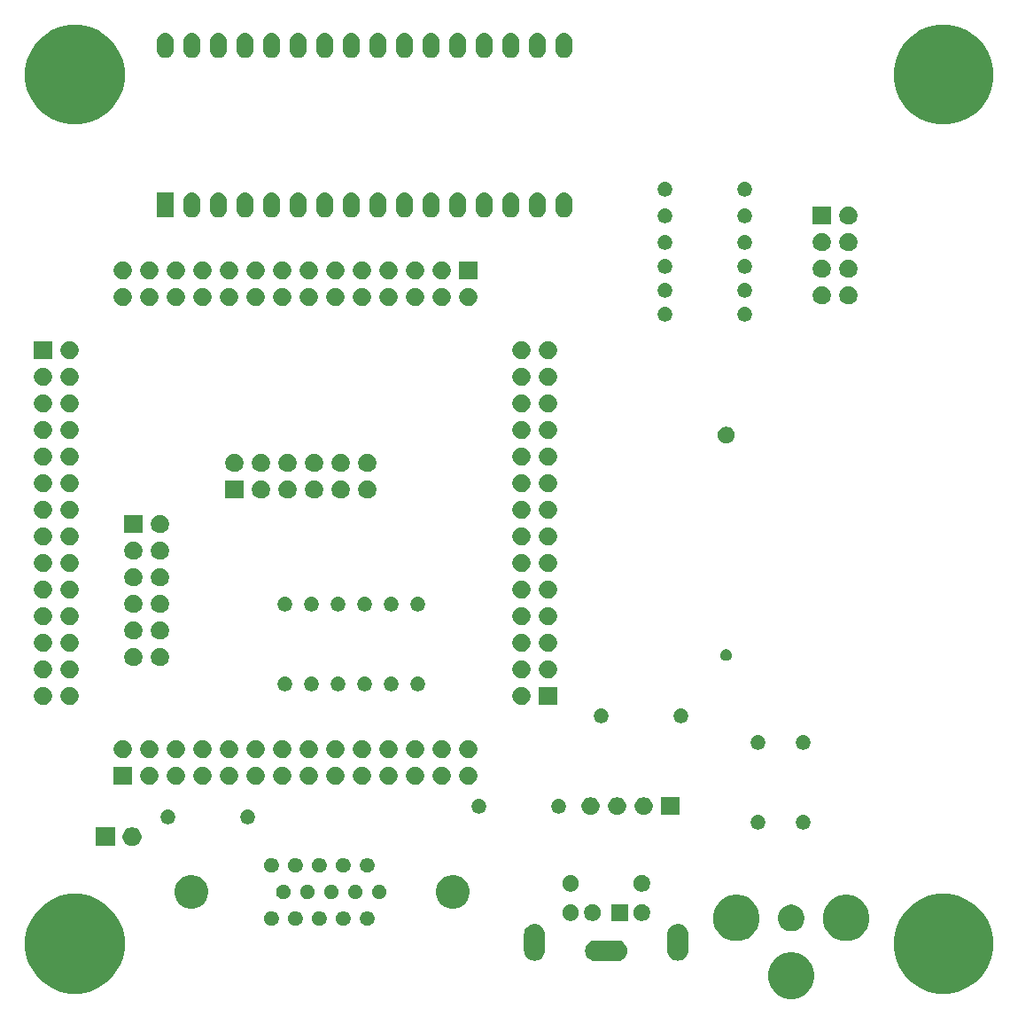
<source format=gbr>
G04 #@! TF.GenerationSoftware,KiCad,Pcbnew,(5.1.5)-3*
G04 #@! TF.CreationDate,2020-03-06T15:44:24-05:00*
G04 #@! TF.ProjectId,EP2C5-DB-TH,45503243-352d-4444-922d-54482e6b6963,X2*
G04 #@! TF.SameCoordinates,Original*
G04 #@! TF.FileFunction,Soldermask,Bot*
G04 #@! TF.FilePolarity,Negative*
%FSLAX46Y46*%
G04 Gerber Fmt 4.6, Leading zero omitted, Abs format (unit mm)*
G04 Created by KiCad (PCBNEW (5.1.5)-3) date 2020-03-06 15:44:24*
%MOMM*%
%LPD*%
G04 APERTURE LIST*
%ADD10C,0.150000*%
G04 APERTURE END LIST*
D10*
G36*
X84960152Y-99866239D02*
G01*
X85103279Y-99894709D01*
X85349106Y-99996534D01*
X85469820Y-100046535D01*
X85507749Y-100062246D01*
X85871761Y-100305471D01*
X86181329Y-100615039D01*
X86424554Y-100979051D01*
X86592091Y-101383521D01*
X86677500Y-101812903D01*
X86677500Y-102250697D01*
X86592091Y-102680079D01*
X86424554Y-103084549D01*
X86181329Y-103448561D01*
X85871761Y-103758129D01*
X85507749Y-104001354D01*
X85103279Y-104168891D01*
X84960152Y-104197361D01*
X84673899Y-104254300D01*
X84236101Y-104254300D01*
X83949848Y-104197361D01*
X83806721Y-104168891D01*
X83402251Y-104001354D01*
X83038239Y-103758129D01*
X82728671Y-103448561D01*
X82485446Y-103084549D01*
X82317909Y-102680079D01*
X82232500Y-102250697D01*
X82232500Y-101812903D01*
X82317909Y-101383521D01*
X82485446Y-100979051D01*
X82728671Y-100615039D01*
X83038239Y-100305471D01*
X83402251Y-100062246D01*
X83440181Y-100046535D01*
X83560894Y-99996534D01*
X83806721Y-99894709D01*
X83949848Y-99866239D01*
X84236101Y-99809300D01*
X84673899Y-99809300D01*
X84960152Y-99866239D01*
G37*
G36*
X100389169Y-94420519D02*
G01*
X101255888Y-94779526D01*
X101255890Y-94779527D01*
X102035917Y-95300724D01*
X102699276Y-95964083D01*
X103216991Y-96738899D01*
X103220474Y-96744112D01*
X103579481Y-97610831D01*
X103762500Y-98530933D01*
X103762500Y-99469067D01*
X103579481Y-100389169D01*
X103335143Y-100979053D01*
X103220473Y-101255890D01*
X102699276Y-102035917D01*
X102035917Y-102699276D01*
X101255890Y-103220473D01*
X101255889Y-103220474D01*
X101255888Y-103220474D01*
X100389169Y-103579481D01*
X99469067Y-103762500D01*
X98530933Y-103762500D01*
X97610831Y-103579481D01*
X96744112Y-103220474D01*
X96744111Y-103220474D01*
X96744110Y-103220473D01*
X95964083Y-102699276D01*
X95300724Y-102035917D01*
X94779527Y-101255890D01*
X94664857Y-100979053D01*
X94420519Y-100389169D01*
X94237500Y-99469067D01*
X94237500Y-98530933D01*
X94420519Y-97610831D01*
X94779526Y-96744112D01*
X94783009Y-96738899D01*
X95300724Y-95964083D01*
X95964083Y-95300724D01*
X96744110Y-94779527D01*
X96744112Y-94779526D01*
X97610831Y-94420519D01*
X98530933Y-94237500D01*
X99469067Y-94237500D01*
X100389169Y-94420519D01*
G37*
G36*
X17389169Y-94420519D02*
G01*
X18255888Y-94779526D01*
X18255890Y-94779527D01*
X19035917Y-95300724D01*
X19699276Y-95964083D01*
X20216991Y-96738899D01*
X20220474Y-96744112D01*
X20579481Y-97610831D01*
X20762500Y-98530933D01*
X20762500Y-99469067D01*
X20579481Y-100389169D01*
X20335143Y-100979053D01*
X20220473Y-101255890D01*
X19699276Y-102035917D01*
X19035917Y-102699276D01*
X18255890Y-103220473D01*
X18255889Y-103220474D01*
X18255888Y-103220474D01*
X17389169Y-103579481D01*
X16469067Y-103762500D01*
X15530933Y-103762500D01*
X14610831Y-103579481D01*
X13744112Y-103220474D01*
X13744111Y-103220474D01*
X13744110Y-103220473D01*
X12964083Y-102699276D01*
X12300724Y-102035917D01*
X11779527Y-101255890D01*
X11664857Y-100979053D01*
X11420519Y-100389169D01*
X11237500Y-99469067D01*
X11237500Y-98530933D01*
X11420519Y-97610831D01*
X11779526Y-96744112D01*
X11783009Y-96738899D01*
X12300724Y-95964083D01*
X12964083Y-95300724D01*
X13744110Y-94779527D01*
X13744112Y-94779526D01*
X14610831Y-94420519D01*
X15530933Y-94237500D01*
X16469067Y-94237500D01*
X17389169Y-94420519D01*
G37*
G36*
X67968032Y-98676469D02*
G01*
X68062285Y-98705061D01*
X68156535Y-98733651D01*
X68156537Y-98733652D01*
X68330258Y-98826507D01*
X68482528Y-98951472D01*
X68607493Y-99103742D01*
X68700348Y-99277463D01*
X68757531Y-99465968D01*
X68776838Y-99662000D01*
X68757531Y-99858032D01*
X68757530Y-99858034D01*
X68715517Y-99996534D01*
X68700348Y-100046537D01*
X68607493Y-100220258D01*
X68482528Y-100372528D01*
X68330258Y-100497493D01*
X68156537Y-100590348D01*
X68156535Y-100590349D01*
X68075143Y-100615039D01*
X67968032Y-100647531D01*
X67821124Y-100662000D01*
X65722876Y-100662000D01*
X65575968Y-100647531D01*
X65468857Y-100615039D01*
X65387465Y-100590349D01*
X65387463Y-100590348D01*
X65213742Y-100497493D01*
X65061472Y-100372528D01*
X64936507Y-100220258D01*
X64843652Y-100046537D01*
X64828484Y-99996534D01*
X64786470Y-99858034D01*
X64786469Y-99858032D01*
X64767162Y-99662000D01*
X64786469Y-99465968D01*
X64843652Y-99277463D01*
X64936507Y-99103742D01*
X65061472Y-98951472D01*
X65213742Y-98826507D01*
X65387463Y-98733652D01*
X65387465Y-98733651D01*
X65481715Y-98705061D01*
X65575968Y-98676469D01*
X65722876Y-98662000D01*
X67821124Y-98662000D01*
X67968032Y-98676469D01*
G37*
G36*
X60118031Y-97126469D02*
G01*
X60212283Y-97155060D01*
X60306534Y-97183651D01*
X60306536Y-97183652D01*
X60480258Y-97276507D01*
X60632528Y-97401472D01*
X60757493Y-97553742D01*
X60850348Y-97727463D01*
X60907531Y-97915968D01*
X60922000Y-98062876D01*
X60922000Y-99661124D01*
X60907531Y-99808032D01*
X60850348Y-99996537D01*
X60757493Y-100170258D01*
X60632528Y-100322528D01*
X60480258Y-100447493D01*
X60306537Y-100540348D01*
X60306535Y-100540349D01*
X60212284Y-100568940D01*
X60118032Y-100597531D01*
X59922000Y-100616838D01*
X59725969Y-100597531D01*
X59631717Y-100568940D01*
X59537466Y-100540349D01*
X59537464Y-100540348D01*
X59363743Y-100447493D01*
X59211473Y-100322528D01*
X59086508Y-100170258D01*
X58993651Y-99996534D01*
X58936469Y-99808035D01*
X58922000Y-99661124D01*
X58922000Y-98062877D01*
X58936469Y-97915969D01*
X58974682Y-97790000D01*
X58993651Y-97727466D01*
X58993653Y-97727463D01*
X59086507Y-97553742D01*
X59211472Y-97401472D01*
X59363742Y-97276507D01*
X59537463Y-97183652D01*
X59537465Y-97183651D01*
X59631716Y-97155060D01*
X59725968Y-97126469D01*
X59922000Y-97107162D01*
X60118031Y-97126469D01*
G37*
G36*
X73818031Y-97126469D02*
G01*
X73912283Y-97155060D01*
X74006534Y-97183651D01*
X74006536Y-97183652D01*
X74180258Y-97276507D01*
X74332528Y-97401472D01*
X74457493Y-97553742D01*
X74550348Y-97727463D01*
X74607531Y-97915968D01*
X74622000Y-98062876D01*
X74622000Y-99661124D01*
X74607531Y-99808032D01*
X74550348Y-99996537D01*
X74457493Y-100170258D01*
X74332528Y-100322528D01*
X74180258Y-100447493D01*
X74006537Y-100540348D01*
X74006535Y-100540349D01*
X73912284Y-100568940D01*
X73818032Y-100597531D01*
X73622000Y-100616838D01*
X73425969Y-100597531D01*
X73331717Y-100568940D01*
X73237466Y-100540349D01*
X73237464Y-100540348D01*
X73063743Y-100447493D01*
X72911473Y-100322528D01*
X72786508Y-100170258D01*
X72693651Y-99996534D01*
X72636469Y-99808035D01*
X72622000Y-99661124D01*
X72622000Y-98062877D01*
X72636469Y-97915969D01*
X72674682Y-97790000D01*
X72693651Y-97727466D01*
X72693653Y-97727463D01*
X72786507Y-97553742D01*
X72911472Y-97401472D01*
X73063742Y-97276507D01*
X73237463Y-97183652D01*
X73237465Y-97183651D01*
X73331716Y-97155060D01*
X73425968Y-97126469D01*
X73622000Y-97107162D01*
X73818031Y-97126469D01*
G37*
G36*
X90205252Y-94354439D02*
G01*
X90348379Y-94382909D01*
X90752849Y-94550446D01*
X91116861Y-94793671D01*
X91426429Y-95103239D01*
X91658958Y-95451243D01*
X91669655Y-95467253D01*
X91712982Y-95571853D01*
X91837191Y-95871721D01*
X91843151Y-95901683D01*
X91922600Y-96301101D01*
X91922600Y-96738899D01*
X91890224Y-96901662D01*
X91837191Y-97168279D01*
X91792361Y-97276507D01*
X91697107Y-97506473D01*
X91669654Y-97572749D01*
X91426429Y-97936761D01*
X91116861Y-98246329D01*
X90752849Y-98489554D01*
X90752848Y-98489555D01*
X90752847Y-98489555D01*
X90634381Y-98538625D01*
X90348379Y-98657091D01*
X90205252Y-98685561D01*
X89918999Y-98742500D01*
X89481201Y-98742500D01*
X89194948Y-98685561D01*
X89051821Y-98657091D01*
X88765819Y-98538625D01*
X88647353Y-98489555D01*
X88647352Y-98489555D01*
X88647351Y-98489554D01*
X88283339Y-98246329D01*
X87973771Y-97936761D01*
X87730546Y-97572749D01*
X87703094Y-97506473D01*
X87607839Y-97276507D01*
X87563009Y-97168279D01*
X87509976Y-96901662D01*
X87477600Y-96738899D01*
X87477600Y-96301101D01*
X87557049Y-95901683D01*
X87563009Y-95871721D01*
X87687218Y-95571853D01*
X87730545Y-95467253D01*
X87741243Y-95451243D01*
X87973771Y-95103239D01*
X88283339Y-94793671D01*
X88647351Y-94550446D01*
X89051821Y-94382909D01*
X89194948Y-94354439D01*
X89481201Y-94297500D01*
X89918999Y-94297500D01*
X90205252Y-94354439D01*
G37*
G36*
X79715052Y-94354439D02*
G01*
X79858179Y-94382909D01*
X80262649Y-94550446D01*
X80626661Y-94793671D01*
X80936229Y-95103239D01*
X81168758Y-95451243D01*
X81179455Y-95467253D01*
X81222782Y-95571853D01*
X81346991Y-95871721D01*
X81352951Y-95901683D01*
X81432400Y-96301101D01*
X81432400Y-96738899D01*
X81400024Y-96901662D01*
X81346991Y-97168279D01*
X81302161Y-97276507D01*
X81206907Y-97506473D01*
X81179454Y-97572749D01*
X80936229Y-97936761D01*
X80626661Y-98246329D01*
X80262649Y-98489554D01*
X80262648Y-98489555D01*
X80262647Y-98489555D01*
X80144181Y-98538625D01*
X79858179Y-98657091D01*
X79715052Y-98685561D01*
X79428799Y-98742500D01*
X78991001Y-98742500D01*
X78704748Y-98685561D01*
X78561621Y-98657091D01*
X78275619Y-98538625D01*
X78157153Y-98489555D01*
X78157152Y-98489555D01*
X78157151Y-98489554D01*
X77793139Y-98246329D01*
X77483571Y-97936761D01*
X77240346Y-97572749D01*
X77212894Y-97506473D01*
X77117639Y-97276507D01*
X77072809Y-97168279D01*
X77019776Y-96901662D01*
X76987400Y-96738899D01*
X76987400Y-96301101D01*
X77066849Y-95901683D01*
X77072809Y-95871721D01*
X77197018Y-95571853D01*
X77240345Y-95467253D01*
X77251043Y-95451243D01*
X77483571Y-95103239D01*
X77793139Y-94793671D01*
X78157151Y-94550446D01*
X78561621Y-94382909D01*
X78704748Y-94354439D01*
X78991001Y-94297500D01*
X79428799Y-94297500D01*
X79715052Y-94354439D01*
G37*
G36*
X84702764Y-95274402D02*
G01*
X84825445Y-95298805D01*
X84988875Y-95366500D01*
X85047055Y-95390599D01*
X85056571Y-95394541D01*
X85141430Y-95451242D01*
X85217440Y-95502030D01*
X85264578Y-95533527D01*
X85441473Y-95710422D01*
X85580459Y-95918429D01*
X85667297Y-96128073D01*
X85676195Y-96149556D01*
X85724210Y-96390941D01*
X85725000Y-96394916D01*
X85725000Y-96645084D01*
X85676195Y-96890445D01*
X85624160Y-97016067D01*
X85586428Y-97107162D01*
X85580459Y-97121571D01*
X85533170Y-97192344D01*
X85499686Y-97242457D01*
X85441473Y-97329578D01*
X85264578Y-97506473D01*
X85056571Y-97645459D01*
X84825445Y-97741195D01*
X84702764Y-97765598D01*
X84580085Y-97790000D01*
X84329915Y-97790000D01*
X84207236Y-97765598D01*
X84084555Y-97741195D01*
X83853429Y-97645459D01*
X83645422Y-97506473D01*
X83468527Y-97329578D01*
X83410315Y-97242457D01*
X83376830Y-97192344D01*
X83329541Y-97121571D01*
X83323573Y-97107162D01*
X83285840Y-97016067D01*
X83233805Y-96890445D01*
X83185000Y-96645084D01*
X83185000Y-96394916D01*
X83185791Y-96390941D01*
X83233805Y-96149556D01*
X83242704Y-96128073D01*
X83329541Y-95918429D01*
X83468527Y-95710422D01*
X83645422Y-95533527D01*
X83692561Y-95502030D01*
X83768570Y-95451242D01*
X83853429Y-95394541D01*
X83862946Y-95390599D01*
X83921125Y-95366500D01*
X84084555Y-95298805D01*
X84207236Y-95274402D01*
X84329915Y-95250000D01*
X84580085Y-95250000D01*
X84702764Y-95274402D01*
G37*
G36*
X44138125Y-95901682D02*
G01*
X44259112Y-95951797D01*
X44265244Y-95954337D01*
X44379648Y-96030779D01*
X44476941Y-96128072D01*
X44551687Y-96239938D01*
X44553384Y-96242478D01*
X44606038Y-96369595D01*
X44632880Y-96504542D01*
X44632880Y-96642138D01*
X44606038Y-96777085D01*
X44559083Y-96890444D01*
X44553383Y-96904204D01*
X44476941Y-97018608D01*
X44379648Y-97115901D01*
X44265244Y-97192343D01*
X44265243Y-97192344D01*
X44265242Y-97192344D01*
X44138125Y-97244998D01*
X44003178Y-97271840D01*
X43865582Y-97271840D01*
X43730635Y-97244998D01*
X43603518Y-97192344D01*
X43603517Y-97192344D01*
X43603516Y-97192343D01*
X43489112Y-97115901D01*
X43391819Y-97018608D01*
X43315377Y-96904204D01*
X43309677Y-96890444D01*
X43262722Y-96777085D01*
X43235880Y-96642138D01*
X43235880Y-96504542D01*
X43262722Y-96369595D01*
X43315376Y-96242478D01*
X43317073Y-96239938D01*
X43391819Y-96128072D01*
X43489112Y-96030779D01*
X43603516Y-95954337D01*
X43609648Y-95951797D01*
X43730635Y-95901682D01*
X43865582Y-95874840D01*
X44003178Y-95874840D01*
X44138125Y-95901682D01*
G37*
G36*
X41847045Y-95901682D02*
G01*
X41968032Y-95951797D01*
X41974164Y-95954337D01*
X42088568Y-96030779D01*
X42185861Y-96128072D01*
X42260607Y-96239938D01*
X42262304Y-96242478D01*
X42314958Y-96369595D01*
X42341800Y-96504542D01*
X42341800Y-96642138D01*
X42314958Y-96777085D01*
X42268003Y-96890444D01*
X42262303Y-96904204D01*
X42185861Y-97018608D01*
X42088568Y-97115901D01*
X41974164Y-97192343D01*
X41974163Y-97192344D01*
X41974162Y-97192344D01*
X41847045Y-97244998D01*
X41712098Y-97271840D01*
X41574502Y-97271840D01*
X41439555Y-97244998D01*
X41312438Y-97192344D01*
X41312437Y-97192344D01*
X41312436Y-97192343D01*
X41198032Y-97115901D01*
X41100739Y-97018608D01*
X41024297Y-96904204D01*
X41018597Y-96890444D01*
X40971642Y-96777085D01*
X40944800Y-96642138D01*
X40944800Y-96504542D01*
X40971642Y-96369595D01*
X41024296Y-96242478D01*
X41025993Y-96239938D01*
X41100739Y-96128072D01*
X41198032Y-96030779D01*
X41312436Y-95954337D01*
X41318568Y-95951797D01*
X41439555Y-95901682D01*
X41574502Y-95874840D01*
X41712098Y-95874840D01*
X41847045Y-95901682D01*
G37*
G36*
X34978885Y-95901682D02*
G01*
X35099872Y-95951797D01*
X35106004Y-95954337D01*
X35220408Y-96030779D01*
X35317701Y-96128072D01*
X35392447Y-96239938D01*
X35394144Y-96242478D01*
X35446798Y-96369595D01*
X35473640Y-96504542D01*
X35473640Y-96642138D01*
X35446798Y-96777085D01*
X35399843Y-96890444D01*
X35394143Y-96904204D01*
X35317701Y-97018608D01*
X35220408Y-97115901D01*
X35106004Y-97192343D01*
X35106003Y-97192344D01*
X35106002Y-97192344D01*
X34978885Y-97244998D01*
X34843938Y-97271840D01*
X34706342Y-97271840D01*
X34571395Y-97244998D01*
X34444278Y-97192344D01*
X34444277Y-97192344D01*
X34444276Y-97192343D01*
X34329872Y-97115901D01*
X34232579Y-97018608D01*
X34156137Y-96904204D01*
X34150437Y-96890444D01*
X34103482Y-96777085D01*
X34076640Y-96642138D01*
X34076640Y-96504542D01*
X34103482Y-96369595D01*
X34156136Y-96242478D01*
X34157833Y-96239938D01*
X34232579Y-96128072D01*
X34329872Y-96030779D01*
X34444276Y-95954337D01*
X34450408Y-95951797D01*
X34571395Y-95901682D01*
X34706342Y-95874840D01*
X34843938Y-95874840D01*
X34978885Y-95901682D01*
G37*
G36*
X37267425Y-95901682D02*
G01*
X37388412Y-95951797D01*
X37394544Y-95954337D01*
X37508948Y-96030779D01*
X37606241Y-96128072D01*
X37680987Y-96239938D01*
X37682684Y-96242478D01*
X37735338Y-96369595D01*
X37762180Y-96504542D01*
X37762180Y-96642138D01*
X37735338Y-96777085D01*
X37688383Y-96890444D01*
X37682683Y-96904204D01*
X37606241Y-97018608D01*
X37508948Y-97115901D01*
X37394544Y-97192343D01*
X37394543Y-97192344D01*
X37394542Y-97192344D01*
X37267425Y-97244998D01*
X37132478Y-97271840D01*
X36994882Y-97271840D01*
X36859935Y-97244998D01*
X36732818Y-97192344D01*
X36732817Y-97192344D01*
X36732816Y-97192343D01*
X36618412Y-97115901D01*
X36521119Y-97018608D01*
X36444677Y-96904204D01*
X36438977Y-96890444D01*
X36392022Y-96777085D01*
X36365180Y-96642138D01*
X36365180Y-96504542D01*
X36392022Y-96369595D01*
X36444676Y-96242478D01*
X36446373Y-96239938D01*
X36521119Y-96128072D01*
X36618412Y-96030779D01*
X36732816Y-95954337D01*
X36738948Y-95951797D01*
X36859935Y-95901682D01*
X36994882Y-95874840D01*
X37132478Y-95874840D01*
X37267425Y-95901682D01*
G37*
G36*
X39558505Y-95899142D02*
G01*
X39685622Y-95951796D01*
X39685624Y-95951797D01*
X39800028Y-96028239D01*
X39897321Y-96125532D01*
X39913373Y-96149556D01*
X39973764Y-96239938D01*
X40026418Y-96367055D01*
X40053260Y-96502002D01*
X40053260Y-96639598D01*
X40026418Y-96774545D01*
X39978410Y-96890445D01*
X39973763Y-96901664D01*
X39897321Y-97016068D01*
X39800028Y-97113361D01*
X39685624Y-97189803D01*
X39685623Y-97189804D01*
X39685622Y-97189804D01*
X39558505Y-97242458D01*
X39423558Y-97269300D01*
X39285962Y-97269300D01*
X39151015Y-97242458D01*
X39023898Y-97189804D01*
X39023897Y-97189804D01*
X39023896Y-97189803D01*
X38909492Y-97113361D01*
X38812199Y-97016068D01*
X38735757Y-96901664D01*
X38731110Y-96890445D01*
X38683102Y-96774545D01*
X38656260Y-96639598D01*
X38656260Y-96502002D01*
X38683102Y-96367055D01*
X38735756Y-96239938D01*
X38796147Y-96149556D01*
X38812199Y-96125532D01*
X38909492Y-96028239D01*
X39023896Y-95951797D01*
X39023898Y-95951796D01*
X39151015Y-95899142D01*
X39285962Y-95872300D01*
X39423558Y-95872300D01*
X39558505Y-95899142D01*
G37*
G36*
X68872000Y-96812000D02*
G01*
X67272000Y-96812000D01*
X67272000Y-95212000D01*
X68872000Y-95212000D01*
X68872000Y-96812000D01*
G37*
G36*
X65705351Y-95242743D02*
G01*
X65850941Y-95303048D01*
X65981970Y-95390599D01*
X66093401Y-95502030D01*
X66180952Y-95633059D01*
X66241257Y-95778649D01*
X66272000Y-95933206D01*
X66272000Y-96090794D01*
X66241257Y-96245351D01*
X66180952Y-96390941D01*
X66093401Y-96521970D01*
X65981970Y-96633401D01*
X65850941Y-96720952D01*
X65705351Y-96781257D01*
X65550794Y-96812000D01*
X65393206Y-96812000D01*
X65238649Y-96781257D01*
X65093059Y-96720952D01*
X64962030Y-96633401D01*
X64850599Y-96521970D01*
X64763048Y-96390941D01*
X64702743Y-96245351D01*
X64672000Y-96090794D01*
X64672000Y-95933206D01*
X64702743Y-95778649D01*
X64763048Y-95633059D01*
X64850599Y-95502030D01*
X64962030Y-95390599D01*
X65093059Y-95303048D01*
X65238649Y-95242743D01*
X65393206Y-95212000D01*
X65550794Y-95212000D01*
X65705351Y-95242743D01*
G37*
G36*
X70405351Y-95242743D02*
G01*
X70550941Y-95303048D01*
X70681970Y-95390599D01*
X70793401Y-95502030D01*
X70880952Y-95633059D01*
X70941257Y-95778649D01*
X70972000Y-95933206D01*
X70972000Y-96090794D01*
X70941257Y-96245351D01*
X70880952Y-96390941D01*
X70793401Y-96521970D01*
X70681970Y-96633401D01*
X70550941Y-96720952D01*
X70405351Y-96781257D01*
X70250794Y-96812000D01*
X70093206Y-96812000D01*
X69938649Y-96781257D01*
X69793059Y-96720952D01*
X69662030Y-96633401D01*
X69550599Y-96521970D01*
X69463048Y-96390941D01*
X69402743Y-96245351D01*
X69372000Y-96090794D01*
X69372000Y-95933206D01*
X69402743Y-95778649D01*
X69463048Y-95633059D01*
X69550599Y-95502030D01*
X69662030Y-95390599D01*
X69793059Y-95303048D01*
X69938649Y-95242743D01*
X70093206Y-95212000D01*
X70250794Y-95212000D01*
X70405351Y-95242743D01*
G37*
G36*
X63605351Y-95242743D02*
G01*
X63750941Y-95303048D01*
X63881970Y-95390599D01*
X63993401Y-95502030D01*
X64080952Y-95633059D01*
X64141257Y-95778649D01*
X64172000Y-95933206D01*
X64172000Y-96090794D01*
X64141257Y-96245351D01*
X64080952Y-96390941D01*
X63993401Y-96521970D01*
X63881970Y-96633401D01*
X63750941Y-96720952D01*
X63605351Y-96781257D01*
X63450794Y-96812000D01*
X63293206Y-96812000D01*
X63138649Y-96781257D01*
X62993059Y-96720952D01*
X62862030Y-96633401D01*
X62750599Y-96521970D01*
X62663048Y-96390941D01*
X62602743Y-96245351D01*
X62572000Y-96090794D01*
X62572000Y-95933206D01*
X62602743Y-95778649D01*
X62663048Y-95633059D01*
X62750599Y-95502030D01*
X62862030Y-95390599D01*
X62993059Y-95303048D01*
X63138649Y-95242743D01*
X63293206Y-95212000D01*
X63450794Y-95212000D01*
X63605351Y-95242743D01*
G37*
G36*
X52584963Y-92494826D02*
G01*
X52876143Y-92615437D01*
X53138200Y-92790538D01*
X53361062Y-93013400D01*
X53536163Y-93275457D01*
X53656774Y-93566637D01*
X53718260Y-93875752D01*
X53718260Y-94190928D01*
X53656774Y-94500043D01*
X53536163Y-94791223D01*
X53361062Y-95053280D01*
X53138200Y-95276142D01*
X52876143Y-95451243D01*
X52584963Y-95571854D01*
X52275848Y-95633340D01*
X51960672Y-95633340D01*
X51651557Y-95571854D01*
X51360377Y-95451243D01*
X51098320Y-95276142D01*
X50875458Y-95053280D01*
X50700357Y-94791223D01*
X50579746Y-94500043D01*
X50518260Y-94190928D01*
X50518260Y-93875752D01*
X50579746Y-93566637D01*
X50700357Y-93275457D01*
X50875458Y-93013400D01*
X51098320Y-92790538D01*
X51360377Y-92615437D01*
X51651557Y-92494826D01*
X51960672Y-92433340D01*
X52275848Y-92433340D01*
X52584963Y-92494826D01*
G37*
G36*
X27596443Y-92494826D02*
G01*
X27887623Y-92615437D01*
X28149680Y-92790538D01*
X28372542Y-93013400D01*
X28547643Y-93275457D01*
X28668254Y-93566637D01*
X28729740Y-93875752D01*
X28729740Y-94190928D01*
X28668254Y-94500043D01*
X28547643Y-94791223D01*
X28372542Y-95053280D01*
X28149680Y-95276142D01*
X27887623Y-95451243D01*
X27596443Y-95571854D01*
X27287328Y-95633340D01*
X26972152Y-95633340D01*
X26663037Y-95571854D01*
X26371857Y-95451243D01*
X26109800Y-95276142D01*
X25886938Y-95053280D01*
X25711837Y-94791223D01*
X25591226Y-94500043D01*
X25529740Y-94190928D01*
X25529740Y-93875752D01*
X25591226Y-93566637D01*
X25711837Y-93275457D01*
X25886938Y-93013400D01*
X26109800Y-92790538D01*
X26371857Y-92615437D01*
X26663037Y-92494826D01*
X26972152Y-92433340D01*
X27287328Y-92433340D01*
X27596443Y-92494826D01*
G37*
G36*
X36121885Y-93361682D02*
G01*
X36249002Y-93414336D01*
X36249004Y-93414337D01*
X36363408Y-93490779D01*
X36460701Y-93588072D01*
X36537143Y-93702476D01*
X36537144Y-93702478D01*
X36589798Y-93829595D01*
X36616640Y-93964542D01*
X36616640Y-94102138D01*
X36589798Y-94237085D01*
X36537144Y-94364202D01*
X36537143Y-94364204D01*
X36460701Y-94478608D01*
X36363408Y-94575901D01*
X36249004Y-94652343D01*
X36249003Y-94652344D01*
X36249002Y-94652344D01*
X36121885Y-94704998D01*
X35986938Y-94731840D01*
X35849342Y-94731840D01*
X35714395Y-94704998D01*
X35587278Y-94652344D01*
X35587277Y-94652344D01*
X35587276Y-94652343D01*
X35472872Y-94575901D01*
X35375579Y-94478608D01*
X35299137Y-94364204D01*
X35299136Y-94364202D01*
X35246482Y-94237085D01*
X35219640Y-94102138D01*
X35219640Y-93964542D01*
X35246482Y-93829595D01*
X35299136Y-93702478D01*
X35299137Y-93702476D01*
X35375579Y-93588072D01*
X35472872Y-93490779D01*
X35587276Y-93414337D01*
X35587278Y-93414336D01*
X35714395Y-93361682D01*
X35849342Y-93334840D01*
X35986938Y-93334840D01*
X36121885Y-93361682D01*
G37*
G36*
X45283665Y-93361682D02*
G01*
X45410782Y-93414336D01*
X45410784Y-93414337D01*
X45525188Y-93490779D01*
X45622481Y-93588072D01*
X45698923Y-93702476D01*
X45698924Y-93702478D01*
X45751578Y-93829595D01*
X45778420Y-93964542D01*
X45778420Y-94102138D01*
X45751578Y-94237085D01*
X45698924Y-94364202D01*
X45698923Y-94364204D01*
X45622481Y-94478608D01*
X45525188Y-94575901D01*
X45410784Y-94652343D01*
X45410783Y-94652344D01*
X45410782Y-94652344D01*
X45283665Y-94704998D01*
X45148718Y-94731840D01*
X45011122Y-94731840D01*
X44876175Y-94704998D01*
X44749058Y-94652344D01*
X44749057Y-94652344D01*
X44749056Y-94652343D01*
X44634652Y-94575901D01*
X44537359Y-94478608D01*
X44460917Y-94364204D01*
X44460916Y-94364202D01*
X44408262Y-94237085D01*
X44381420Y-94102138D01*
X44381420Y-93964542D01*
X44408262Y-93829595D01*
X44460916Y-93702478D01*
X44460917Y-93702476D01*
X44537359Y-93588072D01*
X44634652Y-93490779D01*
X44749056Y-93414337D01*
X44749058Y-93414336D01*
X44876175Y-93361682D01*
X45011122Y-93334840D01*
X45148718Y-93334840D01*
X45283665Y-93361682D01*
G37*
G36*
X42992585Y-93361682D02*
G01*
X43119702Y-93414336D01*
X43119704Y-93414337D01*
X43234108Y-93490779D01*
X43331401Y-93588072D01*
X43407843Y-93702476D01*
X43407844Y-93702478D01*
X43460498Y-93829595D01*
X43487340Y-93964542D01*
X43487340Y-94102138D01*
X43460498Y-94237085D01*
X43407844Y-94364202D01*
X43407843Y-94364204D01*
X43331401Y-94478608D01*
X43234108Y-94575901D01*
X43119704Y-94652343D01*
X43119703Y-94652344D01*
X43119702Y-94652344D01*
X42992585Y-94704998D01*
X42857638Y-94731840D01*
X42720042Y-94731840D01*
X42585095Y-94704998D01*
X42457978Y-94652344D01*
X42457977Y-94652344D01*
X42457976Y-94652343D01*
X42343572Y-94575901D01*
X42246279Y-94478608D01*
X42169837Y-94364204D01*
X42169836Y-94364202D01*
X42117182Y-94237085D01*
X42090340Y-94102138D01*
X42090340Y-93964542D01*
X42117182Y-93829595D01*
X42169836Y-93702478D01*
X42169837Y-93702476D01*
X42246279Y-93588072D01*
X42343572Y-93490779D01*
X42457976Y-93414337D01*
X42457978Y-93414336D01*
X42585095Y-93361682D01*
X42720042Y-93334840D01*
X42857638Y-93334840D01*
X42992585Y-93361682D01*
G37*
G36*
X40701505Y-93361682D02*
G01*
X40828622Y-93414336D01*
X40828624Y-93414337D01*
X40943028Y-93490779D01*
X41040321Y-93588072D01*
X41116763Y-93702476D01*
X41116764Y-93702478D01*
X41169418Y-93829595D01*
X41196260Y-93964542D01*
X41196260Y-94102138D01*
X41169418Y-94237085D01*
X41116764Y-94364202D01*
X41116763Y-94364204D01*
X41040321Y-94478608D01*
X40943028Y-94575901D01*
X40828624Y-94652343D01*
X40828623Y-94652344D01*
X40828622Y-94652344D01*
X40701505Y-94704998D01*
X40566558Y-94731840D01*
X40428962Y-94731840D01*
X40294015Y-94704998D01*
X40166898Y-94652344D01*
X40166897Y-94652344D01*
X40166896Y-94652343D01*
X40052492Y-94575901D01*
X39955199Y-94478608D01*
X39878757Y-94364204D01*
X39878756Y-94364202D01*
X39826102Y-94237085D01*
X39799260Y-94102138D01*
X39799260Y-93964542D01*
X39826102Y-93829595D01*
X39878756Y-93702478D01*
X39878757Y-93702476D01*
X39955199Y-93588072D01*
X40052492Y-93490779D01*
X40166896Y-93414337D01*
X40166898Y-93414336D01*
X40294015Y-93361682D01*
X40428962Y-93334840D01*
X40566558Y-93334840D01*
X40701505Y-93361682D01*
G37*
G36*
X38412965Y-93361682D02*
G01*
X38540082Y-93414336D01*
X38540084Y-93414337D01*
X38654488Y-93490779D01*
X38751781Y-93588072D01*
X38828223Y-93702476D01*
X38828224Y-93702478D01*
X38880878Y-93829595D01*
X38907720Y-93964542D01*
X38907720Y-94102138D01*
X38880878Y-94237085D01*
X38828224Y-94364202D01*
X38828223Y-94364204D01*
X38751781Y-94478608D01*
X38654488Y-94575901D01*
X38540084Y-94652343D01*
X38540083Y-94652344D01*
X38540082Y-94652344D01*
X38412965Y-94704998D01*
X38278018Y-94731840D01*
X38140422Y-94731840D01*
X38005475Y-94704998D01*
X37878358Y-94652344D01*
X37878357Y-94652344D01*
X37878356Y-94652343D01*
X37763952Y-94575901D01*
X37666659Y-94478608D01*
X37590217Y-94364204D01*
X37590216Y-94364202D01*
X37537562Y-94237085D01*
X37510720Y-94102138D01*
X37510720Y-93964542D01*
X37537562Y-93829595D01*
X37590216Y-93702478D01*
X37590217Y-93702476D01*
X37666659Y-93588072D01*
X37763952Y-93490779D01*
X37878356Y-93414337D01*
X37878358Y-93414336D01*
X38005475Y-93361682D01*
X38140422Y-93334840D01*
X38278018Y-93334840D01*
X38412965Y-93361682D01*
G37*
G36*
X70405351Y-92442743D02*
G01*
X70550941Y-92503048D01*
X70681970Y-92590599D01*
X70793401Y-92702030D01*
X70880952Y-92833059D01*
X70941257Y-92978649D01*
X70972000Y-93133206D01*
X70972000Y-93290794D01*
X70941257Y-93445351D01*
X70880952Y-93590941D01*
X70793401Y-93721970D01*
X70681970Y-93833401D01*
X70550941Y-93920952D01*
X70405351Y-93981257D01*
X70250794Y-94012000D01*
X70093206Y-94012000D01*
X69938649Y-93981257D01*
X69793059Y-93920952D01*
X69662030Y-93833401D01*
X69550599Y-93721970D01*
X69463048Y-93590941D01*
X69402743Y-93445351D01*
X69372000Y-93290794D01*
X69372000Y-93133206D01*
X69402743Y-92978649D01*
X69463048Y-92833059D01*
X69550599Y-92702030D01*
X69662030Y-92590599D01*
X69793059Y-92503048D01*
X69938649Y-92442743D01*
X70093206Y-92412000D01*
X70250794Y-92412000D01*
X70405351Y-92442743D01*
G37*
G36*
X63605351Y-92442743D02*
G01*
X63750941Y-92503048D01*
X63881970Y-92590599D01*
X63993401Y-92702030D01*
X64080952Y-92833059D01*
X64141257Y-92978649D01*
X64172000Y-93133206D01*
X64172000Y-93290794D01*
X64141257Y-93445351D01*
X64080952Y-93590941D01*
X63993401Y-93721970D01*
X63881970Y-93833401D01*
X63750941Y-93920952D01*
X63605351Y-93981257D01*
X63450794Y-94012000D01*
X63293206Y-94012000D01*
X63138649Y-93981257D01*
X62993059Y-93920952D01*
X62862030Y-93833401D01*
X62750599Y-93721970D01*
X62663048Y-93590941D01*
X62602743Y-93445351D01*
X62572000Y-93290794D01*
X62572000Y-93133206D01*
X62602743Y-92978649D01*
X62663048Y-92833059D01*
X62750599Y-92702030D01*
X62862030Y-92590599D01*
X62993059Y-92503048D01*
X63138649Y-92442743D01*
X63293206Y-92412000D01*
X63450794Y-92412000D01*
X63605351Y-92442743D01*
G37*
G36*
X37267425Y-90821682D02*
G01*
X37394542Y-90874336D01*
X37394544Y-90874337D01*
X37508948Y-90950779D01*
X37606241Y-91048072D01*
X37682683Y-91162476D01*
X37682684Y-91162478D01*
X37735338Y-91289595D01*
X37762180Y-91424542D01*
X37762180Y-91562138D01*
X37735338Y-91697085D01*
X37682684Y-91824202D01*
X37682683Y-91824204D01*
X37606241Y-91938608D01*
X37508948Y-92035901D01*
X37394544Y-92112343D01*
X37394543Y-92112344D01*
X37394542Y-92112344D01*
X37267425Y-92164998D01*
X37132478Y-92191840D01*
X36994882Y-92191840D01*
X36859935Y-92164998D01*
X36732818Y-92112344D01*
X36732817Y-92112344D01*
X36732816Y-92112343D01*
X36618412Y-92035901D01*
X36521119Y-91938608D01*
X36444677Y-91824204D01*
X36444676Y-91824202D01*
X36392022Y-91697085D01*
X36365180Y-91562138D01*
X36365180Y-91424542D01*
X36392022Y-91289595D01*
X36444676Y-91162478D01*
X36444677Y-91162476D01*
X36521119Y-91048072D01*
X36618412Y-90950779D01*
X36732816Y-90874337D01*
X36732818Y-90874336D01*
X36859935Y-90821682D01*
X36994882Y-90794840D01*
X37132478Y-90794840D01*
X37267425Y-90821682D01*
G37*
G36*
X44138125Y-90821682D02*
G01*
X44265242Y-90874336D01*
X44265244Y-90874337D01*
X44379648Y-90950779D01*
X44476941Y-91048072D01*
X44553383Y-91162476D01*
X44553384Y-91162478D01*
X44606038Y-91289595D01*
X44632880Y-91424542D01*
X44632880Y-91562138D01*
X44606038Y-91697085D01*
X44553384Y-91824202D01*
X44553383Y-91824204D01*
X44476941Y-91938608D01*
X44379648Y-92035901D01*
X44265244Y-92112343D01*
X44265243Y-92112344D01*
X44265242Y-92112344D01*
X44138125Y-92164998D01*
X44003178Y-92191840D01*
X43865582Y-92191840D01*
X43730635Y-92164998D01*
X43603518Y-92112344D01*
X43603517Y-92112344D01*
X43603516Y-92112343D01*
X43489112Y-92035901D01*
X43391819Y-91938608D01*
X43315377Y-91824204D01*
X43315376Y-91824202D01*
X43262722Y-91697085D01*
X43235880Y-91562138D01*
X43235880Y-91424542D01*
X43262722Y-91289595D01*
X43315376Y-91162478D01*
X43315377Y-91162476D01*
X43391819Y-91048072D01*
X43489112Y-90950779D01*
X43603516Y-90874337D01*
X43603518Y-90874336D01*
X43730635Y-90821682D01*
X43865582Y-90794840D01*
X44003178Y-90794840D01*
X44138125Y-90821682D01*
G37*
G36*
X41847045Y-90821682D02*
G01*
X41974162Y-90874336D01*
X41974164Y-90874337D01*
X42088568Y-90950779D01*
X42185861Y-91048072D01*
X42262303Y-91162476D01*
X42262304Y-91162478D01*
X42314958Y-91289595D01*
X42341800Y-91424542D01*
X42341800Y-91562138D01*
X42314958Y-91697085D01*
X42262304Y-91824202D01*
X42262303Y-91824204D01*
X42185861Y-91938608D01*
X42088568Y-92035901D01*
X41974164Y-92112343D01*
X41974163Y-92112344D01*
X41974162Y-92112344D01*
X41847045Y-92164998D01*
X41712098Y-92191840D01*
X41574502Y-92191840D01*
X41439555Y-92164998D01*
X41312438Y-92112344D01*
X41312437Y-92112344D01*
X41312436Y-92112343D01*
X41198032Y-92035901D01*
X41100739Y-91938608D01*
X41024297Y-91824204D01*
X41024296Y-91824202D01*
X40971642Y-91697085D01*
X40944800Y-91562138D01*
X40944800Y-91424542D01*
X40971642Y-91289595D01*
X41024296Y-91162478D01*
X41024297Y-91162476D01*
X41100739Y-91048072D01*
X41198032Y-90950779D01*
X41312436Y-90874337D01*
X41312438Y-90874336D01*
X41439555Y-90821682D01*
X41574502Y-90794840D01*
X41712098Y-90794840D01*
X41847045Y-90821682D01*
G37*
G36*
X39561045Y-90821682D02*
G01*
X39688162Y-90874336D01*
X39688164Y-90874337D01*
X39802568Y-90950779D01*
X39899861Y-91048072D01*
X39976303Y-91162476D01*
X39976304Y-91162478D01*
X40028958Y-91289595D01*
X40055800Y-91424542D01*
X40055800Y-91562138D01*
X40028958Y-91697085D01*
X39976304Y-91824202D01*
X39976303Y-91824204D01*
X39899861Y-91938608D01*
X39802568Y-92035901D01*
X39688164Y-92112343D01*
X39688163Y-92112344D01*
X39688162Y-92112344D01*
X39561045Y-92164998D01*
X39426098Y-92191840D01*
X39288502Y-92191840D01*
X39153555Y-92164998D01*
X39026438Y-92112344D01*
X39026437Y-92112344D01*
X39026436Y-92112343D01*
X38912032Y-92035901D01*
X38814739Y-91938608D01*
X38738297Y-91824204D01*
X38738296Y-91824202D01*
X38685642Y-91697085D01*
X38658800Y-91562138D01*
X38658800Y-91424542D01*
X38685642Y-91289595D01*
X38738296Y-91162478D01*
X38738297Y-91162476D01*
X38814739Y-91048072D01*
X38912032Y-90950779D01*
X39026436Y-90874337D01*
X39026438Y-90874336D01*
X39153555Y-90821682D01*
X39288502Y-90794840D01*
X39426098Y-90794840D01*
X39561045Y-90821682D01*
G37*
G36*
X34978885Y-90821682D02*
G01*
X35106002Y-90874336D01*
X35106004Y-90874337D01*
X35220408Y-90950779D01*
X35317701Y-91048072D01*
X35394143Y-91162476D01*
X35394144Y-91162478D01*
X35446798Y-91289595D01*
X35473640Y-91424542D01*
X35473640Y-91562138D01*
X35446798Y-91697085D01*
X35394144Y-91824202D01*
X35394143Y-91824204D01*
X35317701Y-91938608D01*
X35220408Y-92035901D01*
X35106004Y-92112343D01*
X35106003Y-92112344D01*
X35106002Y-92112344D01*
X34978885Y-92164998D01*
X34843938Y-92191840D01*
X34706342Y-92191840D01*
X34571395Y-92164998D01*
X34444278Y-92112344D01*
X34444277Y-92112344D01*
X34444276Y-92112343D01*
X34329872Y-92035901D01*
X34232579Y-91938608D01*
X34156137Y-91824204D01*
X34156136Y-91824202D01*
X34103482Y-91697085D01*
X34076640Y-91562138D01*
X34076640Y-91424542D01*
X34103482Y-91289595D01*
X34156136Y-91162478D01*
X34156137Y-91162476D01*
X34232579Y-91048072D01*
X34329872Y-90950779D01*
X34444276Y-90874337D01*
X34444278Y-90874336D01*
X34571395Y-90821682D01*
X34706342Y-90794840D01*
X34843938Y-90794840D01*
X34978885Y-90821682D01*
G37*
G36*
X19823000Y-89673000D02*
G01*
X18023000Y-89673000D01*
X18023000Y-87873000D01*
X19823000Y-87873000D01*
X19823000Y-89673000D01*
G37*
G36*
X21725520Y-87907586D02*
G01*
X21889310Y-87975430D01*
X22036717Y-88073924D01*
X22162076Y-88199283D01*
X22260570Y-88346690D01*
X22328414Y-88510480D01*
X22363000Y-88684358D01*
X22363000Y-88861642D01*
X22328414Y-89035520D01*
X22260570Y-89199310D01*
X22162076Y-89346717D01*
X22036717Y-89472076D01*
X21889310Y-89570570D01*
X21889309Y-89570571D01*
X21889308Y-89570571D01*
X21725520Y-89638414D01*
X21551644Y-89673000D01*
X21374356Y-89673000D01*
X21200480Y-89638414D01*
X21036692Y-89570571D01*
X21036691Y-89570571D01*
X21036690Y-89570570D01*
X20889283Y-89472076D01*
X20763924Y-89346717D01*
X20665430Y-89199310D01*
X20597586Y-89035520D01*
X20563000Y-88861642D01*
X20563000Y-88684358D01*
X20597586Y-88510480D01*
X20665430Y-88346690D01*
X20763924Y-88199283D01*
X20889283Y-88073924D01*
X21036690Y-87975430D01*
X21200480Y-87907586D01*
X21374356Y-87873000D01*
X21551644Y-87873000D01*
X21725520Y-87907586D01*
G37*
G36*
X85802182Y-86702900D02*
G01*
X85929573Y-86755667D01*
X85929574Y-86755668D01*
X86044224Y-86832274D01*
X86141726Y-86929776D01*
X86141727Y-86929778D01*
X86218333Y-87044427D01*
X86271100Y-87171818D01*
X86298000Y-87307055D01*
X86298000Y-87444945D01*
X86271100Y-87580182D01*
X86218333Y-87707573D01*
X86218332Y-87707574D01*
X86141726Y-87822224D01*
X86044224Y-87919726D01*
X85986510Y-87958289D01*
X85929573Y-87996333D01*
X85802182Y-88049100D01*
X85666945Y-88076000D01*
X85529055Y-88076000D01*
X85393818Y-88049100D01*
X85266427Y-87996333D01*
X85209490Y-87958289D01*
X85151776Y-87919726D01*
X85054274Y-87822224D01*
X84977668Y-87707574D01*
X84977667Y-87707573D01*
X84924900Y-87580182D01*
X84898000Y-87444945D01*
X84898000Y-87307055D01*
X84924900Y-87171818D01*
X84977667Y-87044427D01*
X85054273Y-86929778D01*
X85054274Y-86929776D01*
X85151776Y-86832274D01*
X85266426Y-86755668D01*
X85266427Y-86755667D01*
X85393818Y-86702900D01*
X85529055Y-86676000D01*
X85666945Y-86676000D01*
X85802182Y-86702900D01*
G37*
G36*
X81484182Y-86702900D02*
G01*
X81611573Y-86755667D01*
X81611574Y-86755668D01*
X81726224Y-86832274D01*
X81823726Y-86929776D01*
X81823727Y-86929778D01*
X81900333Y-87044427D01*
X81953100Y-87171818D01*
X81980000Y-87307055D01*
X81980000Y-87444945D01*
X81953100Y-87580182D01*
X81900333Y-87707573D01*
X81900332Y-87707574D01*
X81823726Y-87822224D01*
X81726224Y-87919726D01*
X81668510Y-87958289D01*
X81611573Y-87996333D01*
X81484182Y-88049100D01*
X81348945Y-88076000D01*
X81211055Y-88076000D01*
X81075818Y-88049100D01*
X80948427Y-87996333D01*
X80891490Y-87958289D01*
X80833776Y-87919726D01*
X80736274Y-87822224D01*
X80659668Y-87707574D01*
X80659667Y-87707573D01*
X80606900Y-87580182D01*
X80580000Y-87444945D01*
X80580000Y-87307055D01*
X80606900Y-87171818D01*
X80659667Y-87044427D01*
X80736273Y-86929778D01*
X80736274Y-86929776D01*
X80833776Y-86832274D01*
X80948426Y-86755668D01*
X80948427Y-86755667D01*
X81075818Y-86702900D01*
X81211055Y-86676000D01*
X81348945Y-86676000D01*
X81484182Y-86702900D01*
G37*
G36*
X32716182Y-86194900D02*
G01*
X32843573Y-86247667D01*
X32900510Y-86285711D01*
X32958224Y-86324274D01*
X33055726Y-86421776D01*
X33055727Y-86421778D01*
X33132333Y-86536427D01*
X33185100Y-86663818D01*
X33212000Y-86799055D01*
X33212000Y-86936945D01*
X33185100Y-87072182D01*
X33132333Y-87199573D01*
X33132332Y-87199574D01*
X33055726Y-87314224D01*
X32958224Y-87411726D01*
X32908509Y-87444944D01*
X32843573Y-87488333D01*
X32716182Y-87541100D01*
X32580945Y-87568000D01*
X32443055Y-87568000D01*
X32307818Y-87541100D01*
X32180427Y-87488333D01*
X32115491Y-87444944D01*
X32065776Y-87411726D01*
X31968274Y-87314224D01*
X31891668Y-87199574D01*
X31891667Y-87199573D01*
X31838900Y-87072182D01*
X31812000Y-86936945D01*
X31812000Y-86799055D01*
X31838900Y-86663818D01*
X31891667Y-86536427D01*
X31968273Y-86421778D01*
X31968274Y-86421776D01*
X32065776Y-86324274D01*
X32123490Y-86285711D01*
X32180427Y-86247667D01*
X32307818Y-86194900D01*
X32443055Y-86168000D01*
X32580945Y-86168000D01*
X32716182Y-86194900D01*
G37*
G36*
X25096182Y-86194900D02*
G01*
X25223573Y-86247667D01*
X25280510Y-86285711D01*
X25338224Y-86324274D01*
X25435726Y-86421776D01*
X25435727Y-86421778D01*
X25512333Y-86536427D01*
X25565100Y-86663818D01*
X25592000Y-86799055D01*
X25592000Y-86936945D01*
X25565100Y-87072182D01*
X25512333Y-87199573D01*
X25512332Y-87199574D01*
X25435726Y-87314224D01*
X25338224Y-87411726D01*
X25288509Y-87444944D01*
X25223573Y-87488333D01*
X25096182Y-87541100D01*
X24960945Y-87568000D01*
X24823055Y-87568000D01*
X24687818Y-87541100D01*
X24560427Y-87488333D01*
X24495491Y-87444944D01*
X24445776Y-87411726D01*
X24348274Y-87314224D01*
X24271668Y-87199574D01*
X24271667Y-87199573D01*
X24218900Y-87072182D01*
X24192000Y-86936945D01*
X24192000Y-86799055D01*
X24218900Y-86663818D01*
X24271667Y-86536427D01*
X24348273Y-86421778D01*
X24348274Y-86421776D01*
X24445776Y-86324274D01*
X24503490Y-86285711D01*
X24560427Y-86247667D01*
X24687818Y-86194900D01*
X24823055Y-86168000D01*
X24960945Y-86168000D01*
X25096182Y-86194900D01*
G37*
G36*
X73748000Y-86702000D02*
G01*
X72048000Y-86702000D01*
X72048000Y-85002000D01*
X73748000Y-85002000D01*
X73748000Y-86702000D01*
G37*
G36*
X70605935Y-85034664D02*
G01*
X70760624Y-85098739D01*
X70760626Y-85098740D01*
X70899844Y-85191762D01*
X71018238Y-85310156D01*
X71082130Y-85405778D01*
X71111261Y-85449376D01*
X71175336Y-85604065D01*
X71208000Y-85768281D01*
X71208000Y-85935719D01*
X71175336Y-86099935D01*
X71135999Y-86194901D01*
X71111260Y-86254626D01*
X71018238Y-86393844D01*
X70899844Y-86512238D01*
X70760626Y-86605260D01*
X70760625Y-86605261D01*
X70760624Y-86605261D01*
X70605935Y-86669336D01*
X70441719Y-86702000D01*
X70274281Y-86702000D01*
X70110065Y-86669336D01*
X69955376Y-86605261D01*
X69955375Y-86605261D01*
X69955374Y-86605260D01*
X69816156Y-86512238D01*
X69697762Y-86393844D01*
X69604740Y-86254626D01*
X69580001Y-86194901D01*
X69540664Y-86099935D01*
X69508000Y-85935719D01*
X69508000Y-85768281D01*
X69540664Y-85604065D01*
X69604739Y-85449376D01*
X69633870Y-85405778D01*
X69697762Y-85310156D01*
X69816156Y-85191762D01*
X69955374Y-85098740D01*
X69955376Y-85098739D01*
X70110065Y-85034664D01*
X70274281Y-85002000D01*
X70441719Y-85002000D01*
X70605935Y-85034664D01*
G37*
G36*
X65525935Y-85034664D02*
G01*
X65680624Y-85098739D01*
X65680626Y-85098740D01*
X65819844Y-85191762D01*
X65938238Y-85310156D01*
X66002130Y-85405778D01*
X66031261Y-85449376D01*
X66095336Y-85604065D01*
X66128000Y-85768281D01*
X66128000Y-85935719D01*
X66095336Y-86099935D01*
X66055999Y-86194901D01*
X66031260Y-86254626D01*
X65938238Y-86393844D01*
X65819844Y-86512238D01*
X65680626Y-86605260D01*
X65680625Y-86605261D01*
X65680624Y-86605261D01*
X65525935Y-86669336D01*
X65361719Y-86702000D01*
X65194281Y-86702000D01*
X65030065Y-86669336D01*
X64875376Y-86605261D01*
X64875375Y-86605261D01*
X64875374Y-86605260D01*
X64736156Y-86512238D01*
X64617762Y-86393844D01*
X64524740Y-86254626D01*
X64500001Y-86194901D01*
X64460664Y-86099935D01*
X64428000Y-85935719D01*
X64428000Y-85768281D01*
X64460664Y-85604065D01*
X64524739Y-85449376D01*
X64553870Y-85405778D01*
X64617762Y-85310156D01*
X64736156Y-85191762D01*
X64875374Y-85098740D01*
X64875376Y-85098739D01*
X65030065Y-85034664D01*
X65194281Y-85002000D01*
X65361719Y-85002000D01*
X65525935Y-85034664D01*
G37*
G36*
X68065935Y-85034664D02*
G01*
X68220624Y-85098739D01*
X68220626Y-85098740D01*
X68359844Y-85191762D01*
X68478238Y-85310156D01*
X68542130Y-85405778D01*
X68571261Y-85449376D01*
X68635336Y-85604065D01*
X68668000Y-85768281D01*
X68668000Y-85935719D01*
X68635336Y-86099935D01*
X68595999Y-86194901D01*
X68571260Y-86254626D01*
X68478238Y-86393844D01*
X68359844Y-86512238D01*
X68220626Y-86605260D01*
X68220625Y-86605261D01*
X68220624Y-86605261D01*
X68065935Y-86669336D01*
X67901719Y-86702000D01*
X67734281Y-86702000D01*
X67570065Y-86669336D01*
X67415376Y-86605261D01*
X67415375Y-86605261D01*
X67415374Y-86605260D01*
X67276156Y-86512238D01*
X67157762Y-86393844D01*
X67064740Y-86254626D01*
X67040001Y-86194901D01*
X67000664Y-86099935D01*
X66968000Y-85935719D01*
X66968000Y-85768281D01*
X67000664Y-85604065D01*
X67064739Y-85449376D01*
X67093870Y-85405778D01*
X67157762Y-85310156D01*
X67276156Y-85191762D01*
X67415374Y-85098740D01*
X67415376Y-85098739D01*
X67570065Y-85034664D01*
X67734281Y-85002000D01*
X67901719Y-85002000D01*
X68065935Y-85034664D01*
G37*
G36*
X54814182Y-85178900D02*
G01*
X54941573Y-85231667D01*
X54941574Y-85231668D01*
X55056224Y-85308274D01*
X55153726Y-85405776D01*
X55153727Y-85405778D01*
X55230333Y-85520427D01*
X55283100Y-85647818D01*
X55310000Y-85783055D01*
X55310000Y-85920945D01*
X55283100Y-86056182D01*
X55230333Y-86183573D01*
X55222764Y-86194901D01*
X55153726Y-86298224D01*
X55056224Y-86395726D01*
X55017237Y-86421776D01*
X54941573Y-86472333D01*
X54814182Y-86525100D01*
X54678945Y-86552000D01*
X54541055Y-86552000D01*
X54405818Y-86525100D01*
X54278427Y-86472333D01*
X54202763Y-86421776D01*
X54163776Y-86395726D01*
X54066274Y-86298224D01*
X53997236Y-86194901D01*
X53989667Y-86183573D01*
X53936900Y-86056182D01*
X53910000Y-85920945D01*
X53910000Y-85783055D01*
X53936900Y-85647818D01*
X53989667Y-85520427D01*
X54066273Y-85405778D01*
X54066274Y-85405776D01*
X54163776Y-85308274D01*
X54278426Y-85231668D01*
X54278427Y-85231667D01*
X54405818Y-85178900D01*
X54541055Y-85152000D01*
X54678945Y-85152000D01*
X54814182Y-85178900D01*
G37*
G36*
X62434182Y-85178900D02*
G01*
X62561573Y-85231667D01*
X62561574Y-85231668D01*
X62676224Y-85308274D01*
X62773726Y-85405776D01*
X62773727Y-85405778D01*
X62850333Y-85520427D01*
X62903100Y-85647818D01*
X62930000Y-85783055D01*
X62930000Y-85920945D01*
X62903100Y-86056182D01*
X62850333Y-86183573D01*
X62842764Y-86194901D01*
X62773726Y-86298224D01*
X62676224Y-86395726D01*
X62637237Y-86421776D01*
X62561573Y-86472333D01*
X62434182Y-86525100D01*
X62298945Y-86552000D01*
X62161055Y-86552000D01*
X62025818Y-86525100D01*
X61898427Y-86472333D01*
X61822763Y-86421776D01*
X61783776Y-86395726D01*
X61686274Y-86298224D01*
X61617236Y-86194901D01*
X61609667Y-86183573D01*
X61556900Y-86056182D01*
X61530000Y-85920945D01*
X61530000Y-85783055D01*
X61556900Y-85647818D01*
X61609667Y-85520427D01*
X61686273Y-85405778D01*
X61686274Y-85405776D01*
X61783776Y-85308274D01*
X61898426Y-85231668D01*
X61898427Y-85231667D01*
X62025818Y-85178900D01*
X62161055Y-85152000D01*
X62298945Y-85152000D01*
X62434182Y-85178900D01*
G37*
G36*
X53845903Y-82100587D02*
G01*
X54003068Y-82165687D01*
X54144513Y-82260198D01*
X54264802Y-82380487D01*
X54359313Y-82521932D01*
X54424413Y-82679097D01*
X54457600Y-82845943D01*
X54457600Y-83016057D01*
X54424413Y-83182903D01*
X54359313Y-83340068D01*
X54264802Y-83481513D01*
X54144513Y-83601802D01*
X54003068Y-83696313D01*
X53845903Y-83761413D01*
X53679057Y-83794600D01*
X53508943Y-83794600D01*
X53342097Y-83761413D01*
X53184932Y-83696313D01*
X53043487Y-83601802D01*
X52923198Y-83481513D01*
X52828687Y-83340068D01*
X52763587Y-83182903D01*
X52730400Y-83016057D01*
X52730400Y-82845943D01*
X52763587Y-82679097D01*
X52828687Y-82521932D01*
X52923198Y-82380487D01*
X53043487Y-82260198D01*
X53184932Y-82165687D01*
X53342097Y-82100587D01*
X53508943Y-82067400D01*
X53679057Y-82067400D01*
X53845903Y-82100587D01*
G37*
G36*
X51305903Y-82100587D02*
G01*
X51463068Y-82165687D01*
X51604513Y-82260198D01*
X51724802Y-82380487D01*
X51819313Y-82521932D01*
X51884413Y-82679097D01*
X51917600Y-82845943D01*
X51917600Y-83016057D01*
X51884413Y-83182903D01*
X51819313Y-83340068D01*
X51724802Y-83481513D01*
X51604513Y-83601802D01*
X51463068Y-83696313D01*
X51305903Y-83761413D01*
X51139057Y-83794600D01*
X50968943Y-83794600D01*
X50802097Y-83761413D01*
X50644932Y-83696313D01*
X50503487Y-83601802D01*
X50383198Y-83481513D01*
X50288687Y-83340068D01*
X50223587Y-83182903D01*
X50190400Y-83016057D01*
X50190400Y-82845943D01*
X50223587Y-82679097D01*
X50288687Y-82521932D01*
X50383198Y-82380487D01*
X50503487Y-82260198D01*
X50644932Y-82165687D01*
X50802097Y-82100587D01*
X50968943Y-82067400D01*
X51139057Y-82067400D01*
X51305903Y-82100587D01*
G37*
G36*
X48765903Y-82100587D02*
G01*
X48923068Y-82165687D01*
X49064513Y-82260198D01*
X49184802Y-82380487D01*
X49279313Y-82521932D01*
X49344413Y-82679097D01*
X49377600Y-82845943D01*
X49377600Y-83016057D01*
X49344413Y-83182903D01*
X49279313Y-83340068D01*
X49184802Y-83481513D01*
X49064513Y-83601802D01*
X48923068Y-83696313D01*
X48765903Y-83761413D01*
X48599057Y-83794600D01*
X48428943Y-83794600D01*
X48262097Y-83761413D01*
X48104932Y-83696313D01*
X47963487Y-83601802D01*
X47843198Y-83481513D01*
X47748687Y-83340068D01*
X47683587Y-83182903D01*
X47650400Y-83016057D01*
X47650400Y-82845943D01*
X47683587Y-82679097D01*
X47748687Y-82521932D01*
X47843198Y-82380487D01*
X47963487Y-82260198D01*
X48104932Y-82165687D01*
X48262097Y-82100587D01*
X48428943Y-82067400D01*
X48599057Y-82067400D01*
X48765903Y-82100587D01*
G37*
G36*
X46225903Y-82100587D02*
G01*
X46383068Y-82165687D01*
X46524513Y-82260198D01*
X46644802Y-82380487D01*
X46739313Y-82521932D01*
X46804413Y-82679097D01*
X46837600Y-82845943D01*
X46837600Y-83016057D01*
X46804413Y-83182903D01*
X46739313Y-83340068D01*
X46644802Y-83481513D01*
X46524513Y-83601802D01*
X46383068Y-83696313D01*
X46225903Y-83761413D01*
X46059057Y-83794600D01*
X45888943Y-83794600D01*
X45722097Y-83761413D01*
X45564932Y-83696313D01*
X45423487Y-83601802D01*
X45303198Y-83481513D01*
X45208687Y-83340068D01*
X45143587Y-83182903D01*
X45110400Y-83016057D01*
X45110400Y-82845943D01*
X45143587Y-82679097D01*
X45208687Y-82521932D01*
X45303198Y-82380487D01*
X45423487Y-82260198D01*
X45564932Y-82165687D01*
X45722097Y-82100587D01*
X45888943Y-82067400D01*
X46059057Y-82067400D01*
X46225903Y-82100587D01*
G37*
G36*
X41145903Y-82100587D02*
G01*
X41303068Y-82165687D01*
X41444513Y-82260198D01*
X41564802Y-82380487D01*
X41659313Y-82521932D01*
X41724413Y-82679097D01*
X41757600Y-82845943D01*
X41757600Y-83016057D01*
X41724413Y-83182903D01*
X41659313Y-83340068D01*
X41564802Y-83481513D01*
X41444513Y-83601802D01*
X41303068Y-83696313D01*
X41145903Y-83761413D01*
X40979057Y-83794600D01*
X40808943Y-83794600D01*
X40642097Y-83761413D01*
X40484932Y-83696313D01*
X40343487Y-83601802D01*
X40223198Y-83481513D01*
X40128687Y-83340068D01*
X40063587Y-83182903D01*
X40030400Y-83016057D01*
X40030400Y-82845943D01*
X40063587Y-82679097D01*
X40128687Y-82521932D01*
X40223198Y-82380487D01*
X40343487Y-82260198D01*
X40484932Y-82165687D01*
X40642097Y-82100587D01*
X40808943Y-82067400D01*
X40979057Y-82067400D01*
X41145903Y-82100587D01*
G37*
G36*
X30985903Y-82100587D02*
G01*
X31143068Y-82165687D01*
X31284513Y-82260198D01*
X31404802Y-82380487D01*
X31499313Y-82521932D01*
X31564413Y-82679097D01*
X31597600Y-82845943D01*
X31597600Y-83016057D01*
X31564413Y-83182903D01*
X31499313Y-83340068D01*
X31404802Y-83481513D01*
X31284513Y-83601802D01*
X31143068Y-83696313D01*
X30985903Y-83761413D01*
X30819057Y-83794600D01*
X30648943Y-83794600D01*
X30482097Y-83761413D01*
X30324932Y-83696313D01*
X30183487Y-83601802D01*
X30063198Y-83481513D01*
X29968687Y-83340068D01*
X29903587Y-83182903D01*
X29870400Y-83016057D01*
X29870400Y-82845943D01*
X29903587Y-82679097D01*
X29968687Y-82521932D01*
X30063198Y-82380487D01*
X30183487Y-82260198D01*
X30324932Y-82165687D01*
X30482097Y-82100587D01*
X30648943Y-82067400D01*
X30819057Y-82067400D01*
X30985903Y-82100587D01*
G37*
G36*
X38605903Y-82100587D02*
G01*
X38763068Y-82165687D01*
X38904513Y-82260198D01*
X39024802Y-82380487D01*
X39119313Y-82521932D01*
X39184413Y-82679097D01*
X39217600Y-82845943D01*
X39217600Y-83016057D01*
X39184413Y-83182903D01*
X39119313Y-83340068D01*
X39024802Y-83481513D01*
X38904513Y-83601802D01*
X38763068Y-83696313D01*
X38605903Y-83761413D01*
X38439057Y-83794600D01*
X38268943Y-83794600D01*
X38102097Y-83761413D01*
X37944932Y-83696313D01*
X37803487Y-83601802D01*
X37683198Y-83481513D01*
X37588687Y-83340068D01*
X37523587Y-83182903D01*
X37490400Y-83016057D01*
X37490400Y-82845943D01*
X37523587Y-82679097D01*
X37588687Y-82521932D01*
X37683198Y-82380487D01*
X37803487Y-82260198D01*
X37944932Y-82165687D01*
X38102097Y-82100587D01*
X38268943Y-82067400D01*
X38439057Y-82067400D01*
X38605903Y-82100587D01*
G37*
G36*
X36065903Y-82100587D02*
G01*
X36223068Y-82165687D01*
X36364513Y-82260198D01*
X36484802Y-82380487D01*
X36579313Y-82521932D01*
X36644413Y-82679097D01*
X36677600Y-82845943D01*
X36677600Y-83016057D01*
X36644413Y-83182903D01*
X36579313Y-83340068D01*
X36484802Y-83481513D01*
X36364513Y-83601802D01*
X36223068Y-83696313D01*
X36065903Y-83761413D01*
X35899057Y-83794600D01*
X35728943Y-83794600D01*
X35562097Y-83761413D01*
X35404932Y-83696313D01*
X35263487Y-83601802D01*
X35143198Y-83481513D01*
X35048687Y-83340068D01*
X34983587Y-83182903D01*
X34950400Y-83016057D01*
X34950400Y-82845943D01*
X34983587Y-82679097D01*
X35048687Y-82521932D01*
X35143198Y-82380487D01*
X35263487Y-82260198D01*
X35404932Y-82165687D01*
X35562097Y-82100587D01*
X35728943Y-82067400D01*
X35899057Y-82067400D01*
X36065903Y-82100587D01*
G37*
G36*
X33525903Y-82100587D02*
G01*
X33683068Y-82165687D01*
X33824513Y-82260198D01*
X33944802Y-82380487D01*
X34039313Y-82521932D01*
X34104413Y-82679097D01*
X34137600Y-82845943D01*
X34137600Y-83016057D01*
X34104413Y-83182903D01*
X34039313Y-83340068D01*
X33944802Y-83481513D01*
X33824513Y-83601802D01*
X33683068Y-83696313D01*
X33525903Y-83761413D01*
X33359057Y-83794600D01*
X33188943Y-83794600D01*
X33022097Y-83761413D01*
X32864932Y-83696313D01*
X32723487Y-83601802D01*
X32603198Y-83481513D01*
X32508687Y-83340068D01*
X32443587Y-83182903D01*
X32410400Y-83016057D01*
X32410400Y-82845943D01*
X32443587Y-82679097D01*
X32508687Y-82521932D01*
X32603198Y-82380487D01*
X32723487Y-82260198D01*
X32864932Y-82165687D01*
X33022097Y-82100587D01*
X33188943Y-82067400D01*
X33359057Y-82067400D01*
X33525903Y-82100587D01*
G37*
G36*
X28445903Y-82100587D02*
G01*
X28603068Y-82165687D01*
X28744513Y-82260198D01*
X28864802Y-82380487D01*
X28959313Y-82521932D01*
X29024413Y-82679097D01*
X29057600Y-82845943D01*
X29057600Y-83016057D01*
X29024413Y-83182903D01*
X28959313Y-83340068D01*
X28864802Y-83481513D01*
X28744513Y-83601802D01*
X28603068Y-83696313D01*
X28445903Y-83761413D01*
X28279057Y-83794600D01*
X28108943Y-83794600D01*
X27942097Y-83761413D01*
X27784932Y-83696313D01*
X27643487Y-83601802D01*
X27523198Y-83481513D01*
X27428687Y-83340068D01*
X27363587Y-83182903D01*
X27330400Y-83016057D01*
X27330400Y-82845943D01*
X27363587Y-82679097D01*
X27428687Y-82521932D01*
X27523198Y-82380487D01*
X27643487Y-82260198D01*
X27784932Y-82165687D01*
X27942097Y-82100587D01*
X28108943Y-82067400D01*
X28279057Y-82067400D01*
X28445903Y-82100587D01*
G37*
G36*
X25905903Y-82100587D02*
G01*
X26063068Y-82165687D01*
X26204513Y-82260198D01*
X26324802Y-82380487D01*
X26419313Y-82521932D01*
X26484413Y-82679097D01*
X26517600Y-82845943D01*
X26517600Y-83016057D01*
X26484413Y-83182903D01*
X26419313Y-83340068D01*
X26324802Y-83481513D01*
X26204513Y-83601802D01*
X26063068Y-83696313D01*
X25905903Y-83761413D01*
X25739057Y-83794600D01*
X25568943Y-83794600D01*
X25402097Y-83761413D01*
X25244932Y-83696313D01*
X25103487Y-83601802D01*
X24983198Y-83481513D01*
X24888687Y-83340068D01*
X24823587Y-83182903D01*
X24790400Y-83016057D01*
X24790400Y-82845943D01*
X24823587Y-82679097D01*
X24888687Y-82521932D01*
X24983198Y-82380487D01*
X25103487Y-82260198D01*
X25244932Y-82165687D01*
X25402097Y-82100587D01*
X25568943Y-82067400D01*
X25739057Y-82067400D01*
X25905903Y-82100587D01*
G37*
G36*
X23365903Y-82100587D02*
G01*
X23523068Y-82165687D01*
X23664513Y-82260198D01*
X23784802Y-82380487D01*
X23879313Y-82521932D01*
X23944413Y-82679097D01*
X23977600Y-82845943D01*
X23977600Y-83016057D01*
X23944413Y-83182903D01*
X23879313Y-83340068D01*
X23784802Y-83481513D01*
X23664513Y-83601802D01*
X23523068Y-83696313D01*
X23365903Y-83761413D01*
X23199057Y-83794600D01*
X23028943Y-83794600D01*
X22862097Y-83761413D01*
X22704932Y-83696313D01*
X22563487Y-83601802D01*
X22443198Y-83481513D01*
X22348687Y-83340068D01*
X22283587Y-83182903D01*
X22250400Y-83016057D01*
X22250400Y-82845943D01*
X22283587Y-82679097D01*
X22348687Y-82521932D01*
X22443198Y-82380487D01*
X22563487Y-82260198D01*
X22704932Y-82165687D01*
X22862097Y-82100587D01*
X23028943Y-82067400D01*
X23199057Y-82067400D01*
X23365903Y-82100587D01*
G37*
G36*
X43685903Y-82100587D02*
G01*
X43843068Y-82165687D01*
X43984513Y-82260198D01*
X44104802Y-82380487D01*
X44199313Y-82521932D01*
X44264413Y-82679097D01*
X44297600Y-82845943D01*
X44297600Y-83016057D01*
X44264413Y-83182903D01*
X44199313Y-83340068D01*
X44104802Y-83481513D01*
X43984513Y-83601802D01*
X43843068Y-83696313D01*
X43685903Y-83761413D01*
X43519057Y-83794600D01*
X43348943Y-83794600D01*
X43182097Y-83761413D01*
X43024932Y-83696313D01*
X42883487Y-83601802D01*
X42763198Y-83481513D01*
X42668687Y-83340068D01*
X42603587Y-83182903D01*
X42570400Y-83016057D01*
X42570400Y-82845943D01*
X42603587Y-82679097D01*
X42668687Y-82521932D01*
X42763198Y-82380487D01*
X42883487Y-82260198D01*
X43024932Y-82165687D01*
X43182097Y-82100587D01*
X43348943Y-82067400D01*
X43519057Y-82067400D01*
X43685903Y-82100587D01*
G37*
G36*
X21437600Y-83794600D02*
G01*
X19710400Y-83794600D01*
X19710400Y-82067400D01*
X21437600Y-82067400D01*
X21437600Y-83794600D01*
G37*
G36*
X30985903Y-79560587D02*
G01*
X31143068Y-79625687D01*
X31284513Y-79720198D01*
X31404802Y-79840487D01*
X31499313Y-79981932D01*
X31564413Y-80139097D01*
X31597600Y-80305943D01*
X31597600Y-80476057D01*
X31564413Y-80642903D01*
X31499313Y-80800068D01*
X31404802Y-80941513D01*
X31284513Y-81061802D01*
X31143068Y-81156313D01*
X30985903Y-81221413D01*
X30819057Y-81254600D01*
X30648943Y-81254600D01*
X30482097Y-81221413D01*
X30324932Y-81156313D01*
X30183487Y-81061802D01*
X30063198Y-80941513D01*
X29968687Y-80800068D01*
X29903587Y-80642903D01*
X29870400Y-80476057D01*
X29870400Y-80305943D01*
X29903587Y-80139097D01*
X29968687Y-79981932D01*
X30063198Y-79840487D01*
X30183487Y-79720198D01*
X30324932Y-79625687D01*
X30482097Y-79560587D01*
X30648943Y-79527400D01*
X30819057Y-79527400D01*
X30985903Y-79560587D01*
G37*
G36*
X46225903Y-79560587D02*
G01*
X46383068Y-79625687D01*
X46524513Y-79720198D01*
X46644802Y-79840487D01*
X46739313Y-79981932D01*
X46804413Y-80139097D01*
X46837600Y-80305943D01*
X46837600Y-80476057D01*
X46804413Y-80642903D01*
X46739313Y-80800068D01*
X46644802Y-80941513D01*
X46524513Y-81061802D01*
X46383068Y-81156313D01*
X46225903Y-81221413D01*
X46059057Y-81254600D01*
X45888943Y-81254600D01*
X45722097Y-81221413D01*
X45564932Y-81156313D01*
X45423487Y-81061802D01*
X45303198Y-80941513D01*
X45208687Y-80800068D01*
X45143587Y-80642903D01*
X45110400Y-80476057D01*
X45110400Y-80305943D01*
X45143587Y-80139097D01*
X45208687Y-79981932D01*
X45303198Y-79840487D01*
X45423487Y-79720198D01*
X45564932Y-79625687D01*
X45722097Y-79560587D01*
X45888943Y-79527400D01*
X46059057Y-79527400D01*
X46225903Y-79560587D01*
G37*
G36*
X48765903Y-79560587D02*
G01*
X48923068Y-79625687D01*
X49064513Y-79720198D01*
X49184802Y-79840487D01*
X49279313Y-79981932D01*
X49344413Y-80139097D01*
X49377600Y-80305943D01*
X49377600Y-80476057D01*
X49344413Y-80642903D01*
X49279313Y-80800068D01*
X49184802Y-80941513D01*
X49064513Y-81061802D01*
X48923068Y-81156313D01*
X48765903Y-81221413D01*
X48599057Y-81254600D01*
X48428943Y-81254600D01*
X48262097Y-81221413D01*
X48104932Y-81156313D01*
X47963487Y-81061802D01*
X47843198Y-80941513D01*
X47748687Y-80800068D01*
X47683587Y-80642903D01*
X47650400Y-80476057D01*
X47650400Y-80305943D01*
X47683587Y-80139097D01*
X47748687Y-79981932D01*
X47843198Y-79840487D01*
X47963487Y-79720198D01*
X48104932Y-79625687D01*
X48262097Y-79560587D01*
X48428943Y-79527400D01*
X48599057Y-79527400D01*
X48765903Y-79560587D01*
G37*
G36*
X41145903Y-79560587D02*
G01*
X41303068Y-79625687D01*
X41444513Y-79720198D01*
X41564802Y-79840487D01*
X41659313Y-79981932D01*
X41724413Y-80139097D01*
X41757600Y-80305943D01*
X41757600Y-80476057D01*
X41724413Y-80642903D01*
X41659313Y-80800068D01*
X41564802Y-80941513D01*
X41444513Y-81061802D01*
X41303068Y-81156313D01*
X41145903Y-81221413D01*
X40979057Y-81254600D01*
X40808943Y-81254600D01*
X40642097Y-81221413D01*
X40484932Y-81156313D01*
X40343487Y-81061802D01*
X40223198Y-80941513D01*
X40128687Y-80800068D01*
X40063587Y-80642903D01*
X40030400Y-80476057D01*
X40030400Y-80305943D01*
X40063587Y-80139097D01*
X40128687Y-79981932D01*
X40223198Y-79840487D01*
X40343487Y-79720198D01*
X40484932Y-79625687D01*
X40642097Y-79560587D01*
X40808943Y-79527400D01*
X40979057Y-79527400D01*
X41145903Y-79560587D01*
G37*
G36*
X51305903Y-79560587D02*
G01*
X51463068Y-79625687D01*
X51604513Y-79720198D01*
X51724802Y-79840487D01*
X51819313Y-79981932D01*
X51884413Y-80139097D01*
X51917600Y-80305943D01*
X51917600Y-80476057D01*
X51884413Y-80642903D01*
X51819313Y-80800068D01*
X51724802Y-80941513D01*
X51604513Y-81061802D01*
X51463068Y-81156313D01*
X51305903Y-81221413D01*
X51139057Y-81254600D01*
X50968943Y-81254600D01*
X50802097Y-81221413D01*
X50644932Y-81156313D01*
X50503487Y-81061802D01*
X50383198Y-80941513D01*
X50288687Y-80800068D01*
X50223587Y-80642903D01*
X50190400Y-80476057D01*
X50190400Y-80305943D01*
X50223587Y-80139097D01*
X50288687Y-79981932D01*
X50383198Y-79840487D01*
X50503487Y-79720198D01*
X50644932Y-79625687D01*
X50802097Y-79560587D01*
X50968943Y-79527400D01*
X51139057Y-79527400D01*
X51305903Y-79560587D01*
G37*
G36*
X53845903Y-79560587D02*
G01*
X54003068Y-79625687D01*
X54144513Y-79720198D01*
X54264802Y-79840487D01*
X54359313Y-79981932D01*
X54424413Y-80139097D01*
X54457600Y-80305943D01*
X54457600Y-80476057D01*
X54424413Y-80642903D01*
X54359313Y-80800068D01*
X54264802Y-80941513D01*
X54144513Y-81061802D01*
X54003068Y-81156313D01*
X53845903Y-81221413D01*
X53679057Y-81254600D01*
X53508943Y-81254600D01*
X53342097Y-81221413D01*
X53184932Y-81156313D01*
X53043487Y-81061802D01*
X52923198Y-80941513D01*
X52828687Y-80800068D01*
X52763587Y-80642903D01*
X52730400Y-80476057D01*
X52730400Y-80305943D01*
X52763587Y-80139097D01*
X52828687Y-79981932D01*
X52923198Y-79840487D01*
X53043487Y-79720198D01*
X53184932Y-79625687D01*
X53342097Y-79560587D01*
X53508943Y-79527400D01*
X53679057Y-79527400D01*
X53845903Y-79560587D01*
G37*
G36*
X20825903Y-79560587D02*
G01*
X20983068Y-79625687D01*
X21124513Y-79720198D01*
X21244802Y-79840487D01*
X21339313Y-79981932D01*
X21404413Y-80139097D01*
X21437600Y-80305943D01*
X21437600Y-80476057D01*
X21404413Y-80642903D01*
X21339313Y-80800068D01*
X21244802Y-80941513D01*
X21124513Y-81061802D01*
X20983068Y-81156313D01*
X20825903Y-81221413D01*
X20659057Y-81254600D01*
X20488943Y-81254600D01*
X20322097Y-81221413D01*
X20164932Y-81156313D01*
X20023487Y-81061802D01*
X19903198Y-80941513D01*
X19808687Y-80800068D01*
X19743587Y-80642903D01*
X19710400Y-80476057D01*
X19710400Y-80305943D01*
X19743587Y-80139097D01*
X19808687Y-79981932D01*
X19903198Y-79840487D01*
X20023487Y-79720198D01*
X20164932Y-79625687D01*
X20322097Y-79560587D01*
X20488943Y-79527400D01*
X20659057Y-79527400D01*
X20825903Y-79560587D01*
G37*
G36*
X25905903Y-79560587D02*
G01*
X26063068Y-79625687D01*
X26204513Y-79720198D01*
X26324802Y-79840487D01*
X26419313Y-79981932D01*
X26484413Y-80139097D01*
X26517600Y-80305943D01*
X26517600Y-80476057D01*
X26484413Y-80642903D01*
X26419313Y-80800068D01*
X26324802Y-80941513D01*
X26204513Y-81061802D01*
X26063068Y-81156313D01*
X25905903Y-81221413D01*
X25739057Y-81254600D01*
X25568943Y-81254600D01*
X25402097Y-81221413D01*
X25244932Y-81156313D01*
X25103487Y-81061802D01*
X24983198Y-80941513D01*
X24888687Y-80800068D01*
X24823587Y-80642903D01*
X24790400Y-80476057D01*
X24790400Y-80305943D01*
X24823587Y-80139097D01*
X24888687Y-79981932D01*
X24983198Y-79840487D01*
X25103487Y-79720198D01*
X25244932Y-79625687D01*
X25402097Y-79560587D01*
X25568943Y-79527400D01*
X25739057Y-79527400D01*
X25905903Y-79560587D01*
G37*
G36*
X23365903Y-79560587D02*
G01*
X23523068Y-79625687D01*
X23664513Y-79720198D01*
X23784802Y-79840487D01*
X23879313Y-79981932D01*
X23944413Y-80139097D01*
X23977600Y-80305943D01*
X23977600Y-80476057D01*
X23944413Y-80642903D01*
X23879313Y-80800068D01*
X23784802Y-80941513D01*
X23664513Y-81061802D01*
X23523068Y-81156313D01*
X23365903Y-81221413D01*
X23199057Y-81254600D01*
X23028943Y-81254600D01*
X22862097Y-81221413D01*
X22704932Y-81156313D01*
X22563487Y-81061802D01*
X22443198Y-80941513D01*
X22348687Y-80800068D01*
X22283587Y-80642903D01*
X22250400Y-80476057D01*
X22250400Y-80305943D01*
X22283587Y-80139097D01*
X22348687Y-79981932D01*
X22443198Y-79840487D01*
X22563487Y-79720198D01*
X22704932Y-79625687D01*
X22862097Y-79560587D01*
X23028943Y-79527400D01*
X23199057Y-79527400D01*
X23365903Y-79560587D01*
G37*
G36*
X38605903Y-79560587D02*
G01*
X38763068Y-79625687D01*
X38904513Y-79720198D01*
X39024802Y-79840487D01*
X39119313Y-79981932D01*
X39184413Y-80139097D01*
X39217600Y-80305943D01*
X39217600Y-80476057D01*
X39184413Y-80642903D01*
X39119313Y-80800068D01*
X39024802Y-80941513D01*
X38904513Y-81061802D01*
X38763068Y-81156313D01*
X38605903Y-81221413D01*
X38439057Y-81254600D01*
X38268943Y-81254600D01*
X38102097Y-81221413D01*
X37944932Y-81156313D01*
X37803487Y-81061802D01*
X37683198Y-80941513D01*
X37588687Y-80800068D01*
X37523587Y-80642903D01*
X37490400Y-80476057D01*
X37490400Y-80305943D01*
X37523587Y-80139097D01*
X37588687Y-79981932D01*
X37683198Y-79840487D01*
X37803487Y-79720198D01*
X37944932Y-79625687D01*
X38102097Y-79560587D01*
X38268943Y-79527400D01*
X38439057Y-79527400D01*
X38605903Y-79560587D01*
G37*
G36*
X36065903Y-79560587D02*
G01*
X36223068Y-79625687D01*
X36364513Y-79720198D01*
X36484802Y-79840487D01*
X36579313Y-79981932D01*
X36644413Y-80139097D01*
X36677600Y-80305943D01*
X36677600Y-80476057D01*
X36644413Y-80642903D01*
X36579313Y-80800068D01*
X36484802Y-80941513D01*
X36364513Y-81061802D01*
X36223068Y-81156313D01*
X36065903Y-81221413D01*
X35899057Y-81254600D01*
X35728943Y-81254600D01*
X35562097Y-81221413D01*
X35404932Y-81156313D01*
X35263487Y-81061802D01*
X35143198Y-80941513D01*
X35048687Y-80800068D01*
X34983587Y-80642903D01*
X34950400Y-80476057D01*
X34950400Y-80305943D01*
X34983587Y-80139097D01*
X35048687Y-79981932D01*
X35143198Y-79840487D01*
X35263487Y-79720198D01*
X35404932Y-79625687D01*
X35562097Y-79560587D01*
X35728943Y-79527400D01*
X35899057Y-79527400D01*
X36065903Y-79560587D01*
G37*
G36*
X43685903Y-79560587D02*
G01*
X43843068Y-79625687D01*
X43984513Y-79720198D01*
X44104802Y-79840487D01*
X44199313Y-79981932D01*
X44264413Y-80139097D01*
X44297600Y-80305943D01*
X44297600Y-80476057D01*
X44264413Y-80642903D01*
X44199313Y-80800068D01*
X44104802Y-80941513D01*
X43984513Y-81061802D01*
X43843068Y-81156313D01*
X43685903Y-81221413D01*
X43519057Y-81254600D01*
X43348943Y-81254600D01*
X43182097Y-81221413D01*
X43024932Y-81156313D01*
X42883487Y-81061802D01*
X42763198Y-80941513D01*
X42668687Y-80800068D01*
X42603587Y-80642903D01*
X42570400Y-80476057D01*
X42570400Y-80305943D01*
X42603587Y-80139097D01*
X42668687Y-79981932D01*
X42763198Y-79840487D01*
X42883487Y-79720198D01*
X43024932Y-79625687D01*
X43182097Y-79560587D01*
X43348943Y-79527400D01*
X43519057Y-79527400D01*
X43685903Y-79560587D01*
G37*
G36*
X28445903Y-79560587D02*
G01*
X28603068Y-79625687D01*
X28744513Y-79720198D01*
X28864802Y-79840487D01*
X28959313Y-79981932D01*
X29024413Y-80139097D01*
X29057600Y-80305943D01*
X29057600Y-80476057D01*
X29024413Y-80642903D01*
X28959313Y-80800068D01*
X28864802Y-80941513D01*
X28744513Y-81061802D01*
X28603068Y-81156313D01*
X28445903Y-81221413D01*
X28279057Y-81254600D01*
X28108943Y-81254600D01*
X27942097Y-81221413D01*
X27784932Y-81156313D01*
X27643487Y-81061802D01*
X27523198Y-80941513D01*
X27428687Y-80800068D01*
X27363587Y-80642903D01*
X27330400Y-80476057D01*
X27330400Y-80305943D01*
X27363587Y-80139097D01*
X27428687Y-79981932D01*
X27523198Y-79840487D01*
X27643487Y-79720198D01*
X27784932Y-79625687D01*
X27942097Y-79560587D01*
X28108943Y-79527400D01*
X28279057Y-79527400D01*
X28445903Y-79560587D01*
G37*
G36*
X33525903Y-79560587D02*
G01*
X33683068Y-79625687D01*
X33824513Y-79720198D01*
X33944802Y-79840487D01*
X34039313Y-79981932D01*
X34104413Y-80139097D01*
X34137600Y-80305943D01*
X34137600Y-80476057D01*
X34104413Y-80642903D01*
X34039313Y-80800068D01*
X33944802Y-80941513D01*
X33824513Y-81061802D01*
X33683068Y-81156313D01*
X33525903Y-81221413D01*
X33359057Y-81254600D01*
X33188943Y-81254600D01*
X33022097Y-81221413D01*
X32864932Y-81156313D01*
X32723487Y-81061802D01*
X32603198Y-80941513D01*
X32508687Y-80800068D01*
X32443587Y-80642903D01*
X32410400Y-80476057D01*
X32410400Y-80305943D01*
X32443587Y-80139097D01*
X32508687Y-79981932D01*
X32603198Y-79840487D01*
X32723487Y-79720198D01*
X32864932Y-79625687D01*
X33022097Y-79560587D01*
X33188943Y-79527400D01*
X33359057Y-79527400D01*
X33525903Y-79560587D01*
G37*
G36*
X85802182Y-79082900D02*
G01*
X85929573Y-79135667D01*
X85929574Y-79135668D01*
X86044224Y-79212274D01*
X86141726Y-79309776D01*
X86141727Y-79309778D01*
X86218333Y-79424427D01*
X86271100Y-79551818D01*
X86298000Y-79687055D01*
X86298000Y-79824945D01*
X86271100Y-79960182D01*
X86218333Y-80087573D01*
X86218332Y-80087574D01*
X86141726Y-80202224D01*
X86044224Y-80299726D01*
X85986510Y-80338289D01*
X85929573Y-80376333D01*
X85802182Y-80429100D01*
X85666945Y-80456000D01*
X85529055Y-80456000D01*
X85393818Y-80429100D01*
X85266427Y-80376333D01*
X85209490Y-80338289D01*
X85151776Y-80299726D01*
X85054274Y-80202224D01*
X84977668Y-80087574D01*
X84977667Y-80087573D01*
X84924900Y-79960182D01*
X84898000Y-79824945D01*
X84898000Y-79687055D01*
X84924900Y-79551818D01*
X84977667Y-79424427D01*
X85054273Y-79309778D01*
X85054274Y-79309776D01*
X85151776Y-79212274D01*
X85266426Y-79135668D01*
X85266427Y-79135667D01*
X85393818Y-79082900D01*
X85529055Y-79056000D01*
X85666945Y-79056000D01*
X85802182Y-79082900D01*
G37*
G36*
X81484182Y-79082900D02*
G01*
X81611573Y-79135667D01*
X81611574Y-79135668D01*
X81726224Y-79212274D01*
X81823726Y-79309776D01*
X81823727Y-79309778D01*
X81900333Y-79424427D01*
X81953100Y-79551818D01*
X81980000Y-79687055D01*
X81980000Y-79824945D01*
X81953100Y-79960182D01*
X81900333Y-80087573D01*
X81900332Y-80087574D01*
X81823726Y-80202224D01*
X81726224Y-80299726D01*
X81668510Y-80338289D01*
X81611573Y-80376333D01*
X81484182Y-80429100D01*
X81348945Y-80456000D01*
X81211055Y-80456000D01*
X81075818Y-80429100D01*
X80948427Y-80376333D01*
X80891490Y-80338289D01*
X80833776Y-80299726D01*
X80736274Y-80202224D01*
X80659668Y-80087574D01*
X80659667Y-80087573D01*
X80606900Y-79960182D01*
X80580000Y-79824945D01*
X80580000Y-79687055D01*
X80606900Y-79551818D01*
X80659667Y-79424427D01*
X80736273Y-79309778D01*
X80736274Y-79309776D01*
X80833776Y-79212274D01*
X80948426Y-79135668D01*
X80948427Y-79135667D01*
X81075818Y-79082900D01*
X81211055Y-79056000D01*
X81348945Y-79056000D01*
X81484182Y-79082900D01*
G37*
G36*
X66498182Y-76542900D02*
G01*
X66625573Y-76595667D01*
X66625574Y-76595668D01*
X66740224Y-76672274D01*
X66837726Y-76769776D01*
X66837727Y-76769778D01*
X66914333Y-76884427D01*
X66967100Y-77011818D01*
X66994000Y-77147055D01*
X66994000Y-77284945D01*
X66967100Y-77420182D01*
X66914333Y-77547573D01*
X66914332Y-77547574D01*
X66837726Y-77662224D01*
X66740224Y-77759726D01*
X66682510Y-77798289D01*
X66625573Y-77836333D01*
X66498182Y-77889100D01*
X66362945Y-77916000D01*
X66225055Y-77916000D01*
X66089818Y-77889100D01*
X65962427Y-77836333D01*
X65905490Y-77798289D01*
X65847776Y-77759726D01*
X65750274Y-77662224D01*
X65673668Y-77547574D01*
X65673667Y-77547573D01*
X65620900Y-77420182D01*
X65594000Y-77284945D01*
X65594000Y-77147055D01*
X65620900Y-77011818D01*
X65673667Y-76884427D01*
X65750273Y-76769778D01*
X65750274Y-76769776D01*
X65847776Y-76672274D01*
X65962426Y-76595668D01*
X65962427Y-76595667D01*
X66089818Y-76542900D01*
X66225055Y-76516000D01*
X66362945Y-76516000D01*
X66498182Y-76542900D01*
G37*
G36*
X74118182Y-76542900D02*
G01*
X74245573Y-76595667D01*
X74245574Y-76595668D01*
X74360224Y-76672274D01*
X74457726Y-76769776D01*
X74457727Y-76769778D01*
X74534333Y-76884427D01*
X74587100Y-77011818D01*
X74614000Y-77147055D01*
X74614000Y-77284945D01*
X74587100Y-77420182D01*
X74534333Y-77547573D01*
X74534332Y-77547574D01*
X74457726Y-77662224D01*
X74360224Y-77759726D01*
X74302510Y-77798289D01*
X74245573Y-77836333D01*
X74118182Y-77889100D01*
X73982945Y-77916000D01*
X73845055Y-77916000D01*
X73709818Y-77889100D01*
X73582427Y-77836333D01*
X73525490Y-77798289D01*
X73467776Y-77759726D01*
X73370274Y-77662224D01*
X73293668Y-77547574D01*
X73293667Y-77547573D01*
X73240900Y-77420182D01*
X73214000Y-77284945D01*
X73214000Y-77147055D01*
X73240900Y-77011818D01*
X73293667Y-76884427D01*
X73370273Y-76769778D01*
X73370274Y-76769776D01*
X73467776Y-76672274D01*
X73582426Y-76595668D01*
X73582427Y-76595667D01*
X73709818Y-76542900D01*
X73845055Y-76516000D01*
X73982945Y-76516000D01*
X74118182Y-76542900D01*
G37*
G36*
X58925903Y-74480587D02*
G01*
X59083068Y-74545687D01*
X59224513Y-74640198D01*
X59344802Y-74760487D01*
X59439313Y-74901932D01*
X59504413Y-75059097D01*
X59537600Y-75225943D01*
X59537600Y-75396057D01*
X59504413Y-75562903D01*
X59439313Y-75720068D01*
X59344802Y-75861513D01*
X59224513Y-75981802D01*
X59083068Y-76076313D01*
X58925903Y-76141413D01*
X58759057Y-76174600D01*
X58588943Y-76174600D01*
X58422097Y-76141413D01*
X58264932Y-76076313D01*
X58123487Y-75981802D01*
X58003198Y-75861513D01*
X57908687Y-75720068D01*
X57843587Y-75562903D01*
X57810400Y-75396057D01*
X57810400Y-75225943D01*
X57843587Y-75059097D01*
X57908687Y-74901932D01*
X58003198Y-74760487D01*
X58123487Y-74640198D01*
X58264932Y-74545687D01*
X58422097Y-74480587D01*
X58588943Y-74447400D01*
X58759057Y-74447400D01*
X58925903Y-74480587D01*
G37*
G36*
X15745903Y-74480587D02*
G01*
X15903068Y-74545687D01*
X16044513Y-74640198D01*
X16164802Y-74760487D01*
X16259313Y-74901932D01*
X16324413Y-75059097D01*
X16357600Y-75225943D01*
X16357600Y-75396057D01*
X16324413Y-75562903D01*
X16259313Y-75720068D01*
X16164802Y-75861513D01*
X16044513Y-75981802D01*
X15903068Y-76076313D01*
X15745903Y-76141413D01*
X15579057Y-76174600D01*
X15408943Y-76174600D01*
X15242097Y-76141413D01*
X15084932Y-76076313D01*
X14943487Y-75981802D01*
X14823198Y-75861513D01*
X14728687Y-75720068D01*
X14663587Y-75562903D01*
X14630400Y-75396057D01*
X14630400Y-75225943D01*
X14663587Y-75059097D01*
X14728687Y-74901932D01*
X14823198Y-74760487D01*
X14943487Y-74640198D01*
X15084932Y-74545687D01*
X15242097Y-74480587D01*
X15408943Y-74447400D01*
X15579057Y-74447400D01*
X15745903Y-74480587D01*
G37*
G36*
X13205903Y-74480587D02*
G01*
X13363068Y-74545687D01*
X13504513Y-74640198D01*
X13624802Y-74760487D01*
X13719313Y-74901932D01*
X13784413Y-75059097D01*
X13817600Y-75225943D01*
X13817600Y-75396057D01*
X13784413Y-75562903D01*
X13719313Y-75720068D01*
X13624802Y-75861513D01*
X13504513Y-75981802D01*
X13363068Y-76076313D01*
X13205903Y-76141413D01*
X13039057Y-76174600D01*
X12868943Y-76174600D01*
X12702097Y-76141413D01*
X12544932Y-76076313D01*
X12403487Y-75981802D01*
X12283198Y-75861513D01*
X12188687Y-75720068D01*
X12123587Y-75562903D01*
X12090400Y-75396057D01*
X12090400Y-75225943D01*
X12123587Y-75059097D01*
X12188687Y-74901932D01*
X12283198Y-74760487D01*
X12403487Y-74640198D01*
X12544932Y-74545687D01*
X12702097Y-74480587D01*
X12868943Y-74447400D01*
X13039057Y-74447400D01*
X13205903Y-74480587D01*
G37*
G36*
X62077600Y-76174600D02*
G01*
X60350400Y-76174600D01*
X60350400Y-74447400D01*
X62077600Y-74447400D01*
X62077600Y-76174600D01*
G37*
G36*
X41352182Y-73494900D02*
G01*
X41479573Y-73547667D01*
X41479574Y-73547668D01*
X41594224Y-73624274D01*
X41691726Y-73721776D01*
X41691727Y-73721778D01*
X41768333Y-73836427D01*
X41821100Y-73963818D01*
X41848000Y-74099055D01*
X41848000Y-74236945D01*
X41821100Y-74372182D01*
X41768333Y-74499573D01*
X41768332Y-74499574D01*
X41691726Y-74614224D01*
X41594224Y-74711726D01*
X41536510Y-74750289D01*
X41479573Y-74788333D01*
X41352182Y-74841100D01*
X41216945Y-74868000D01*
X41079055Y-74868000D01*
X40943818Y-74841100D01*
X40816427Y-74788333D01*
X40759490Y-74750289D01*
X40701776Y-74711726D01*
X40604274Y-74614224D01*
X40527668Y-74499574D01*
X40527667Y-74499573D01*
X40474900Y-74372182D01*
X40448000Y-74236945D01*
X40448000Y-74099055D01*
X40474900Y-73963818D01*
X40527667Y-73836427D01*
X40604273Y-73721778D01*
X40604274Y-73721776D01*
X40701776Y-73624274D01*
X40816426Y-73547668D01*
X40816427Y-73547667D01*
X40943818Y-73494900D01*
X41079055Y-73468000D01*
X41216945Y-73468000D01*
X41352182Y-73494900D01*
G37*
G36*
X43892182Y-73494900D02*
G01*
X44019573Y-73547667D01*
X44019574Y-73547668D01*
X44134224Y-73624274D01*
X44231726Y-73721776D01*
X44231727Y-73721778D01*
X44308333Y-73836427D01*
X44361100Y-73963818D01*
X44388000Y-74099055D01*
X44388000Y-74236945D01*
X44361100Y-74372182D01*
X44308333Y-74499573D01*
X44308332Y-74499574D01*
X44231726Y-74614224D01*
X44134224Y-74711726D01*
X44076510Y-74750289D01*
X44019573Y-74788333D01*
X43892182Y-74841100D01*
X43756945Y-74868000D01*
X43619055Y-74868000D01*
X43483818Y-74841100D01*
X43356427Y-74788333D01*
X43299490Y-74750289D01*
X43241776Y-74711726D01*
X43144274Y-74614224D01*
X43067668Y-74499574D01*
X43067667Y-74499573D01*
X43014900Y-74372182D01*
X42988000Y-74236945D01*
X42988000Y-74099055D01*
X43014900Y-73963818D01*
X43067667Y-73836427D01*
X43144273Y-73721778D01*
X43144274Y-73721776D01*
X43241776Y-73624274D01*
X43356426Y-73547668D01*
X43356427Y-73547667D01*
X43483818Y-73494900D01*
X43619055Y-73468000D01*
X43756945Y-73468000D01*
X43892182Y-73494900D01*
G37*
G36*
X48972182Y-73494900D02*
G01*
X49099573Y-73547667D01*
X49099574Y-73547668D01*
X49214224Y-73624274D01*
X49311726Y-73721776D01*
X49311727Y-73721778D01*
X49388333Y-73836427D01*
X49441100Y-73963818D01*
X49468000Y-74099055D01*
X49468000Y-74236945D01*
X49441100Y-74372182D01*
X49388333Y-74499573D01*
X49388332Y-74499574D01*
X49311726Y-74614224D01*
X49214224Y-74711726D01*
X49156510Y-74750289D01*
X49099573Y-74788333D01*
X48972182Y-74841100D01*
X48836945Y-74868000D01*
X48699055Y-74868000D01*
X48563818Y-74841100D01*
X48436427Y-74788333D01*
X48379490Y-74750289D01*
X48321776Y-74711726D01*
X48224274Y-74614224D01*
X48147668Y-74499574D01*
X48147667Y-74499573D01*
X48094900Y-74372182D01*
X48068000Y-74236945D01*
X48068000Y-74099055D01*
X48094900Y-73963818D01*
X48147667Y-73836427D01*
X48224273Y-73721778D01*
X48224274Y-73721776D01*
X48321776Y-73624274D01*
X48436426Y-73547668D01*
X48436427Y-73547667D01*
X48563818Y-73494900D01*
X48699055Y-73468000D01*
X48836945Y-73468000D01*
X48972182Y-73494900D01*
G37*
G36*
X36272182Y-73494900D02*
G01*
X36399573Y-73547667D01*
X36399574Y-73547668D01*
X36514224Y-73624274D01*
X36611726Y-73721776D01*
X36611727Y-73721778D01*
X36688333Y-73836427D01*
X36741100Y-73963818D01*
X36768000Y-74099055D01*
X36768000Y-74236945D01*
X36741100Y-74372182D01*
X36688333Y-74499573D01*
X36688332Y-74499574D01*
X36611726Y-74614224D01*
X36514224Y-74711726D01*
X36456510Y-74750289D01*
X36399573Y-74788333D01*
X36272182Y-74841100D01*
X36136945Y-74868000D01*
X35999055Y-74868000D01*
X35863818Y-74841100D01*
X35736427Y-74788333D01*
X35679490Y-74750289D01*
X35621776Y-74711726D01*
X35524274Y-74614224D01*
X35447668Y-74499574D01*
X35447667Y-74499573D01*
X35394900Y-74372182D01*
X35368000Y-74236945D01*
X35368000Y-74099055D01*
X35394900Y-73963818D01*
X35447667Y-73836427D01*
X35524273Y-73721778D01*
X35524274Y-73721776D01*
X35621776Y-73624274D01*
X35736426Y-73547668D01*
X35736427Y-73547667D01*
X35863818Y-73494900D01*
X35999055Y-73468000D01*
X36136945Y-73468000D01*
X36272182Y-73494900D01*
G37*
G36*
X38812182Y-73494900D02*
G01*
X38939573Y-73547667D01*
X38939574Y-73547668D01*
X39054224Y-73624274D01*
X39151726Y-73721776D01*
X39151727Y-73721778D01*
X39228333Y-73836427D01*
X39281100Y-73963818D01*
X39308000Y-74099055D01*
X39308000Y-74236945D01*
X39281100Y-74372182D01*
X39228333Y-74499573D01*
X39228332Y-74499574D01*
X39151726Y-74614224D01*
X39054224Y-74711726D01*
X38996510Y-74750289D01*
X38939573Y-74788333D01*
X38812182Y-74841100D01*
X38676945Y-74868000D01*
X38539055Y-74868000D01*
X38403818Y-74841100D01*
X38276427Y-74788333D01*
X38219490Y-74750289D01*
X38161776Y-74711726D01*
X38064274Y-74614224D01*
X37987668Y-74499574D01*
X37987667Y-74499573D01*
X37934900Y-74372182D01*
X37908000Y-74236945D01*
X37908000Y-74099055D01*
X37934900Y-73963818D01*
X37987667Y-73836427D01*
X38064273Y-73721778D01*
X38064274Y-73721776D01*
X38161776Y-73624274D01*
X38276426Y-73547668D01*
X38276427Y-73547667D01*
X38403818Y-73494900D01*
X38539055Y-73468000D01*
X38676945Y-73468000D01*
X38812182Y-73494900D01*
G37*
G36*
X46432182Y-73494900D02*
G01*
X46559573Y-73547667D01*
X46559574Y-73547668D01*
X46674224Y-73624274D01*
X46771726Y-73721776D01*
X46771727Y-73721778D01*
X46848333Y-73836427D01*
X46901100Y-73963818D01*
X46928000Y-74099055D01*
X46928000Y-74236945D01*
X46901100Y-74372182D01*
X46848333Y-74499573D01*
X46848332Y-74499574D01*
X46771726Y-74614224D01*
X46674224Y-74711726D01*
X46616510Y-74750289D01*
X46559573Y-74788333D01*
X46432182Y-74841100D01*
X46296945Y-74868000D01*
X46159055Y-74868000D01*
X46023818Y-74841100D01*
X45896427Y-74788333D01*
X45839490Y-74750289D01*
X45781776Y-74711726D01*
X45684274Y-74614224D01*
X45607668Y-74499574D01*
X45607667Y-74499573D01*
X45554900Y-74372182D01*
X45528000Y-74236945D01*
X45528000Y-74099055D01*
X45554900Y-73963818D01*
X45607667Y-73836427D01*
X45684273Y-73721778D01*
X45684274Y-73721776D01*
X45781776Y-73624274D01*
X45896426Y-73547668D01*
X45896427Y-73547667D01*
X46023818Y-73494900D01*
X46159055Y-73468000D01*
X46296945Y-73468000D01*
X46432182Y-73494900D01*
G37*
G36*
X61465903Y-71940587D02*
G01*
X61623068Y-72005687D01*
X61764513Y-72100198D01*
X61884802Y-72220487D01*
X61979313Y-72361932D01*
X62044413Y-72519097D01*
X62077600Y-72685943D01*
X62077600Y-72856057D01*
X62044413Y-73022903D01*
X61979313Y-73180068D01*
X61884802Y-73321513D01*
X61764513Y-73441802D01*
X61623068Y-73536313D01*
X61465903Y-73601413D01*
X61299057Y-73634600D01*
X61128943Y-73634600D01*
X60962097Y-73601413D01*
X60804932Y-73536313D01*
X60663487Y-73441802D01*
X60543198Y-73321513D01*
X60448687Y-73180068D01*
X60383587Y-73022903D01*
X60350400Y-72856057D01*
X60350400Y-72685943D01*
X60383587Y-72519097D01*
X60448687Y-72361932D01*
X60543198Y-72220487D01*
X60663487Y-72100198D01*
X60804932Y-72005687D01*
X60962097Y-71940587D01*
X61128943Y-71907400D01*
X61299057Y-71907400D01*
X61465903Y-71940587D01*
G37*
G36*
X58925903Y-71940587D02*
G01*
X59083068Y-72005687D01*
X59224513Y-72100198D01*
X59344802Y-72220487D01*
X59439313Y-72361932D01*
X59504413Y-72519097D01*
X59537600Y-72685943D01*
X59537600Y-72856057D01*
X59504413Y-73022903D01*
X59439313Y-73180068D01*
X59344802Y-73321513D01*
X59224513Y-73441802D01*
X59083068Y-73536313D01*
X58925903Y-73601413D01*
X58759057Y-73634600D01*
X58588943Y-73634600D01*
X58422097Y-73601413D01*
X58264932Y-73536313D01*
X58123487Y-73441802D01*
X58003198Y-73321513D01*
X57908687Y-73180068D01*
X57843587Y-73022903D01*
X57810400Y-72856057D01*
X57810400Y-72685943D01*
X57843587Y-72519097D01*
X57908687Y-72361932D01*
X58003198Y-72220487D01*
X58123487Y-72100198D01*
X58264932Y-72005687D01*
X58422097Y-71940587D01*
X58588943Y-71907400D01*
X58759057Y-71907400D01*
X58925903Y-71940587D01*
G37*
G36*
X13205903Y-71940587D02*
G01*
X13363068Y-72005687D01*
X13504513Y-72100198D01*
X13624802Y-72220487D01*
X13719313Y-72361932D01*
X13784413Y-72519097D01*
X13817600Y-72685943D01*
X13817600Y-72856057D01*
X13784413Y-73022903D01*
X13719313Y-73180068D01*
X13624802Y-73321513D01*
X13504513Y-73441802D01*
X13363068Y-73536313D01*
X13205903Y-73601413D01*
X13039057Y-73634600D01*
X12868943Y-73634600D01*
X12702097Y-73601413D01*
X12544932Y-73536313D01*
X12403487Y-73441802D01*
X12283198Y-73321513D01*
X12188687Y-73180068D01*
X12123587Y-73022903D01*
X12090400Y-72856057D01*
X12090400Y-72685943D01*
X12123587Y-72519097D01*
X12188687Y-72361932D01*
X12283198Y-72220487D01*
X12403487Y-72100198D01*
X12544932Y-72005687D01*
X12702097Y-71940587D01*
X12868943Y-71907400D01*
X13039057Y-71907400D01*
X13205903Y-71940587D01*
G37*
G36*
X15745903Y-71940587D02*
G01*
X15903068Y-72005687D01*
X16044513Y-72100198D01*
X16164802Y-72220487D01*
X16259313Y-72361932D01*
X16324413Y-72519097D01*
X16357600Y-72685943D01*
X16357600Y-72856057D01*
X16324413Y-73022903D01*
X16259313Y-73180068D01*
X16164802Y-73321513D01*
X16044513Y-73441802D01*
X15903068Y-73536313D01*
X15745903Y-73601413D01*
X15579057Y-73634600D01*
X15408943Y-73634600D01*
X15242097Y-73601413D01*
X15084932Y-73536313D01*
X14943487Y-73441802D01*
X14823198Y-73321513D01*
X14728687Y-73180068D01*
X14663587Y-73022903D01*
X14630400Y-72856057D01*
X14630400Y-72685943D01*
X14663587Y-72519097D01*
X14728687Y-72361932D01*
X14823198Y-72220487D01*
X14943487Y-72100198D01*
X15084932Y-72005687D01*
X15242097Y-71940587D01*
X15408943Y-71907400D01*
X15579057Y-71907400D01*
X15745903Y-71940587D01*
G37*
G36*
X24381903Y-70797587D02*
G01*
X24539068Y-70862687D01*
X24680513Y-70957198D01*
X24800802Y-71077487D01*
X24895313Y-71218932D01*
X24960413Y-71376097D01*
X24993600Y-71542943D01*
X24993600Y-71713057D01*
X24960413Y-71879903D01*
X24895313Y-72037068D01*
X24800802Y-72178513D01*
X24680513Y-72298802D01*
X24539068Y-72393313D01*
X24381903Y-72458413D01*
X24215057Y-72491600D01*
X24044943Y-72491600D01*
X23878097Y-72458413D01*
X23720932Y-72393313D01*
X23579487Y-72298802D01*
X23459198Y-72178513D01*
X23364687Y-72037068D01*
X23299587Y-71879903D01*
X23266400Y-71713057D01*
X23266400Y-71542943D01*
X23299587Y-71376097D01*
X23364687Y-71218932D01*
X23459198Y-71077487D01*
X23579487Y-70957198D01*
X23720932Y-70862687D01*
X23878097Y-70797587D01*
X24044943Y-70764400D01*
X24215057Y-70764400D01*
X24381903Y-70797587D01*
G37*
G36*
X21841903Y-70797587D02*
G01*
X21999068Y-70862687D01*
X22140513Y-70957198D01*
X22260802Y-71077487D01*
X22355313Y-71218932D01*
X22420413Y-71376097D01*
X22453600Y-71542943D01*
X22453600Y-71713057D01*
X22420413Y-71879903D01*
X22355313Y-72037068D01*
X22260802Y-72178513D01*
X22140513Y-72298802D01*
X21999068Y-72393313D01*
X21841903Y-72458413D01*
X21675057Y-72491600D01*
X21504943Y-72491600D01*
X21338097Y-72458413D01*
X21180932Y-72393313D01*
X21039487Y-72298802D01*
X20919198Y-72178513D01*
X20824687Y-72037068D01*
X20759587Y-71879903D01*
X20726400Y-71713057D01*
X20726400Y-71542943D01*
X20759587Y-71376097D01*
X20824687Y-71218932D01*
X20919198Y-71077487D01*
X21039487Y-70957198D01*
X21180932Y-70862687D01*
X21338097Y-70797587D01*
X21504943Y-70764400D01*
X21675057Y-70764400D01*
X21841903Y-70797587D01*
G37*
G36*
X78357009Y-70876091D02*
G01*
X78392429Y-70883136D01*
X78437492Y-70901802D01*
X78492524Y-70924597D01*
X78582602Y-70984785D01*
X78659215Y-71061398D01*
X78719403Y-71151476D01*
X78760864Y-71251572D01*
X78782000Y-71357828D01*
X78782000Y-71466172D01*
X78760864Y-71572428D01*
X78719403Y-71672524D01*
X78659215Y-71762602D01*
X78582602Y-71839215D01*
X78492524Y-71899403D01*
X78473217Y-71907400D01*
X78392429Y-71940864D01*
X78357009Y-71947909D01*
X78286172Y-71962000D01*
X78177828Y-71962000D01*
X78106991Y-71947909D01*
X78071571Y-71940864D01*
X77990783Y-71907400D01*
X77971476Y-71899403D01*
X77881398Y-71839215D01*
X77804785Y-71762602D01*
X77744597Y-71672524D01*
X77703136Y-71572428D01*
X77682000Y-71466172D01*
X77682000Y-71357828D01*
X77703136Y-71251572D01*
X77744597Y-71151476D01*
X77804785Y-71061398D01*
X77881398Y-70984785D01*
X77971476Y-70924597D01*
X78026508Y-70901802D01*
X78071571Y-70883136D01*
X78106991Y-70876091D01*
X78177828Y-70862000D01*
X78286172Y-70862000D01*
X78357009Y-70876091D01*
G37*
G36*
X58925903Y-69400587D02*
G01*
X59083068Y-69465687D01*
X59224513Y-69560198D01*
X59344802Y-69680487D01*
X59439313Y-69821932D01*
X59504413Y-69979097D01*
X59537600Y-70145943D01*
X59537600Y-70316057D01*
X59504413Y-70482903D01*
X59439313Y-70640068D01*
X59344802Y-70781513D01*
X59224513Y-70901802D01*
X59083068Y-70996313D01*
X58925903Y-71061413D01*
X58759057Y-71094600D01*
X58588943Y-71094600D01*
X58422097Y-71061413D01*
X58264932Y-70996313D01*
X58123487Y-70901802D01*
X58003198Y-70781513D01*
X57908687Y-70640068D01*
X57843587Y-70482903D01*
X57810400Y-70316057D01*
X57810400Y-70145943D01*
X57843587Y-69979097D01*
X57908687Y-69821932D01*
X58003198Y-69680487D01*
X58123487Y-69560198D01*
X58264932Y-69465687D01*
X58422097Y-69400587D01*
X58588943Y-69367400D01*
X58759057Y-69367400D01*
X58925903Y-69400587D01*
G37*
G36*
X61465903Y-69400587D02*
G01*
X61623068Y-69465687D01*
X61764513Y-69560198D01*
X61884802Y-69680487D01*
X61979313Y-69821932D01*
X62044413Y-69979097D01*
X62077600Y-70145943D01*
X62077600Y-70316057D01*
X62044413Y-70482903D01*
X61979313Y-70640068D01*
X61884802Y-70781513D01*
X61764513Y-70901802D01*
X61623068Y-70996313D01*
X61465903Y-71061413D01*
X61299057Y-71094600D01*
X61128943Y-71094600D01*
X60962097Y-71061413D01*
X60804932Y-70996313D01*
X60663487Y-70901802D01*
X60543198Y-70781513D01*
X60448687Y-70640068D01*
X60383587Y-70482903D01*
X60350400Y-70316057D01*
X60350400Y-70145943D01*
X60383587Y-69979097D01*
X60448687Y-69821932D01*
X60543198Y-69680487D01*
X60663487Y-69560198D01*
X60804932Y-69465687D01*
X60962097Y-69400587D01*
X61128943Y-69367400D01*
X61299057Y-69367400D01*
X61465903Y-69400587D01*
G37*
G36*
X13205903Y-69400587D02*
G01*
X13363068Y-69465687D01*
X13504513Y-69560198D01*
X13624802Y-69680487D01*
X13719313Y-69821932D01*
X13784413Y-69979097D01*
X13817600Y-70145943D01*
X13817600Y-70316057D01*
X13784413Y-70482903D01*
X13719313Y-70640068D01*
X13624802Y-70781513D01*
X13504513Y-70901802D01*
X13363068Y-70996313D01*
X13205903Y-71061413D01*
X13039057Y-71094600D01*
X12868943Y-71094600D01*
X12702097Y-71061413D01*
X12544932Y-70996313D01*
X12403487Y-70901802D01*
X12283198Y-70781513D01*
X12188687Y-70640068D01*
X12123587Y-70482903D01*
X12090400Y-70316057D01*
X12090400Y-70145943D01*
X12123587Y-69979097D01*
X12188687Y-69821932D01*
X12283198Y-69680487D01*
X12403487Y-69560198D01*
X12544932Y-69465687D01*
X12702097Y-69400587D01*
X12868943Y-69367400D01*
X13039057Y-69367400D01*
X13205903Y-69400587D01*
G37*
G36*
X15745903Y-69400587D02*
G01*
X15903068Y-69465687D01*
X16044513Y-69560198D01*
X16164802Y-69680487D01*
X16259313Y-69821932D01*
X16324413Y-69979097D01*
X16357600Y-70145943D01*
X16357600Y-70316057D01*
X16324413Y-70482903D01*
X16259313Y-70640068D01*
X16164802Y-70781513D01*
X16044513Y-70901802D01*
X15903068Y-70996313D01*
X15745903Y-71061413D01*
X15579057Y-71094600D01*
X15408943Y-71094600D01*
X15242097Y-71061413D01*
X15084932Y-70996313D01*
X14943487Y-70901802D01*
X14823198Y-70781513D01*
X14728687Y-70640068D01*
X14663587Y-70482903D01*
X14630400Y-70316057D01*
X14630400Y-70145943D01*
X14663587Y-69979097D01*
X14728687Y-69821932D01*
X14823198Y-69680487D01*
X14943487Y-69560198D01*
X15084932Y-69465687D01*
X15242097Y-69400587D01*
X15408943Y-69367400D01*
X15579057Y-69367400D01*
X15745903Y-69400587D01*
G37*
G36*
X24381903Y-68257587D02*
G01*
X24539068Y-68322687D01*
X24680513Y-68417198D01*
X24800802Y-68537487D01*
X24895313Y-68678932D01*
X24960413Y-68836097D01*
X24993600Y-69002943D01*
X24993600Y-69173057D01*
X24960413Y-69339903D01*
X24895313Y-69497068D01*
X24800802Y-69638513D01*
X24680513Y-69758802D01*
X24539068Y-69853313D01*
X24381903Y-69918413D01*
X24215057Y-69951600D01*
X24044943Y-69951600D01*
X23878097Y-69918413D01*
X23720932Y-69853313D01*
X23579487Y-69758802D01*
X23459198Y-69638513D01*
X23364687Y-69497068D01*
X23299587Y-69339903D01*
X23266400Y-69173057D01*
X23266400Y-69002943D01*
X23299587Y-68836097D01*
X23364687Y-68678932D01*
X23459198Y-68537487D01*
X23579487Y-68417198D01*
X23720932Y-68322687D01*
X23878097Y-68257587D01*
X24044943Y-68224400D01*
X24215057Y-68224400D01*
X24381903Y-68257587D01*
G37*
G36*
X21841903Y-68257587D02*
G01*
X21999068Y-68322687D01*
X22140513Y-68417198D01*
X22260802Y-68537487D01*
X22355313Y-68678932D01*
X22420413Y-68836097D01*
X22453600Y-69002943D01*
X22453600Y-69173057D01*
X22420413Y-69339903D01*
X22355313Y-69497068D01*
X22260802Y-69638513D01*
X22140513Y-69758802D01*
X21999068Y-69853313D01*
X21841903Y-69918413D01*
X21675057Y-69951600D01*
X21504943Y-69951600D01*
X21338097Y-69918413D01*
X21180932Y-69853313D01*
X21039487Y-69758802D01*
X20919198Y-69638513D01*
X20824687Y-69497068D01*
X20759587Y-69339903D01*
X20726400Y-69173057D01*
X20726400Y-69002943D01*
X20759587Y-68836097D01*
X20824687Y-68678932D01*
X20919198Y-68537487D01*
X21039487Y-68417198D01*
X21180932Y-68322687D01*
X21338097Y-68257587D01*
X21504943Y-68224400D01*
X21675057Y-68224400D01*
X21841903Y-68257587D01*
G37*
G36*
X61465903Y-66860587D02*
G01*
X61623068Y-66925687D01*
X61764513Y-67020198D01*
X61884802Y-67140487D01*
X61979313Y-67281932D01*
X62044413Y-67439097D01*
X62077600Y-67605943D01*
X62077600Y-67776057D01*
X62044413Y-67942903D01*
X61979313Y-68100068D01*
X61884802Y-68241513D01*
X61764513Y-68361802D01*
X61623068Y-68456313D01*
X61465903Y-68521413D01*
X61299057Y-68554600D01*
X61128943Y-68554600D01*
X60962097Y-68521413D01*
X60804932Y-68456313D01*
X60663487Y-68361802D01*
X60543198Y-68241513D01*
X60448687Y-68100068D01*
X60383587Y-67942903D01*
X60350400Y-67776057D01*
X60350400Y-67605943D01*
X60383587Y-67439097D01*
X60448687Y-67281932D01*
X60543198Y-67140487D01*
X60663487Y-67020198D01*
X60804932Y-66925687D01*
X60962097Y-66860587D01*
X61128943Y-66827400D01*
X61299057Y-66827400D01*
X61465903Y-66860587D01*
G37*
G36*
X15745903Y-66860587D02*
G01*
X15903068Y-66925687D01*
X16044513Y-67020198D01*
X16164802Y-67140487D01*
X16259313Y-67281932D01*
X16324413Y-67439097D01*
X16357600Y-67605943D01*
X16357600Y-67776057D01*
X16324413Y-67942903D01*
X16259313Y-68100068D01*
X16164802Y-68241513D01*
X16044513Y-68361802D01*
X15903068Y-68456313D01*
X15745903Y-68521413D01*
X15579057Y-68554600D01*
X15408943Y-68554600D01*
X15242097Y-68521413D01*
X15084932Y-68456313D01*
X14943487Y-68361802D01*
X14823198Y-68241513D01*
X14728687Y-68100068D01*
X14663587Y-67942903D01*
X14630400Y-67776057D01*
X14630400Y-67605943D01*
X14663587Y-67439097D01*
X14728687Y-67281932D01*
X14823198Y-67140487D01*
X14943487Y-67020198D01*
X15084932Y-66925687D01*
X15242097Y-66860587D01*
X15408943Y-66827400D01*
X15579057Y-66827400D01*
X15745903Y-66860587D01*
G37*
G36*
X58925903Y-66860587D02*
G01*
X59083068Y-66925687D01*
X59224513Y-67020198D01*
X59344802Y-67140487D01*
X59439313Y-67281932D01*
X59504413Y-67439097D01*
X59537600Y-67605943D01*
X59537600Y-67776057D01*
X59504413Y-67942903D01*
X59439313Y-68100068D01*
X59344802Y-68241513D01*
X59224513Y-68361802D01*
X59083068Y-68456313D01*
X58925903Y-68521413D01*
X58759057Y-68554600D01*
X58588943Y-68554600D01*
X58422097Y-68521413D01*
X58264932Y-68456313D01*
X58123487Y-68361802D01*
X58003198Y-68241513D01*
X57908687Y-68100068D01*
X57843587Y-67942903D01*
X57810400Y-67776057D01*
X57810400Y-67605943D01*
X57843587Y-67439097D01*
X57908687Y-67281932D01*
X58003198Y-67140487D01*
X58123487Y-67020198D01*
X58264932Y-66925687D01*
X58422097Y-66860587D01*
X58588943Y-66827400D01*
X58759057Y-66827400D01*
X58925903Y-66860587D01*
G37*
G36*
X13205903Y-66860587D02*
G01*
X13363068Y-66925687D01*
X13504513Y-67020198D01*
X13624802Y-67140487D01*
X13719313Y-67281932D01*
X13784413Y-67439097D01*
X13817600Y-67605943D01*
X13817600Y-67776057D01*
X13784413Y-67942903D01*
X13719313Y-68100068D01*
X13624802Y-68241513D01*
X13504513Y-68361802D01*
X13363068Y-68456313D01*
X13205903Y-68521413D01*
X13039057Y-68554600D01*
X12868943Y-68554600D01*
X12702097Y-68521413D01*
X12544932Y-68456313D01*
X12403487Y-68361802D01*
X12283198Y-68241513D01*
X12188687Y-68100068D01*
X12123587Y-67942903D01*
X12090400Y-67776057D01*
X12090400Y-67605943D01*
X12123587Y-67439097D01*
X12188687Y-67281932D01*
X12283198Y-67140487D01*
X12403487Y-67020198D01*
X12544932Y-66925687D01*
X12702097Y-66860587D01*
X12868943Y-66827400D01*
X13039057Y-66827400D01*
X13205903Y-66860587D01*
G37*
G36*
X21841903Y-65717587D02*
G01*
X21999068Y-65782687D01*
X22140513Y-65877198D01*
X22260802Y-65997487D01*
X22355313Y-66138932D01*
X22420413Y-66296097D01*
X22453600Y-66462943D01*
X22453600Y-66633057D01*
X22420413Y-66799903D01*
X22355313Y-66957068D01*
X22260802Y-67098513D01*
X22140513Y-67218802D01*
X21999068Y-67313313D01*
X21841903Y-67378413D01*
X21675057Y-67411600D01*
X21504943Y-67411600D01*
X21338097Y-67378413D01*
X21180932Y-67313313D01*
X21039487Y-67218802D01*
X20919198Y-67098513D01*
X20824687Y-66957068D01*
X20759587Y-66799903D01*
X20726400Y-66633057D01*
X20726400Y-66462943D01*
X20759587Y-66296097D01*
X20824687Y-66138932D01*
X20919198Y-65997487D01*
X21039487Y-65877198D01*
X21180932Y-65782687D01*
X21338097Y-65717587D01*
X21504943Y-65684400D01*
X21675057Y-65684400D01*
X21841903Y-65717587D01*
G37*
G36*
X24381903Y-65717587D02*
G01*
X24539068Y-65782687D01*
X24680513Y-65877198D01*
X24800802Y-65997487D01*
X24895313Y-66138932D01*
X24960413Y-66296097D01*
X24993600Y-66462943D01*
X24993600Y-66633057D01*
X24960413Y-66799903D01*
X24895313Y-66957068D01*
X24800802Y-67098513D01*
X24680513Y-67218802D01*
X24539068Y-67313313D01*
X24381903Y-67378413D01*
X24215057Y-67411600D01*
X24044943Y-67411600D01*
X23878097Y-67378413D01*
X23720932Y-67313313D01*
X23579487Y-67218802D01*
X23459198Y-67098513D01*
X23364687Y-66957068D01*
X23299587Y-66799903D01*
X23266400Y-66633057D01*
X23266400Y-66462943D01*
X23299587Y-66296097D01*
X23364687Y-66138932D01*
X23459198Y-65997487D01*
X23579487Y-65877198D01*
X23720932Y-65782687D01*
X23878097Y-65717587D01*
X24044943Y-65684400D01*
X24215057Y-65684400D01*
X24381903Y-65717587D01*
G37*
G36*
X46432182Y-65874900D02*
G01*
X46559573Y-65927667D01*
X46559574Y-65927668D01*
X46674224Y-66004274D01*
X46771726Y-66101776D01*
X46771727Y-66101778D01*
X46848333Y-66216427D01*
X46901100Y-66343818D01*
X46928000Y-66479055D01*
X46928000Y-66616945D01*
X46901100Y-66752182D01*
X46848333Y-66879573D01*
X46848332Y-66879574D01*
X46771726Y-66994224D01*
X46674224Y-67091726D01*
X46664068Y-67098512D01*
X46559573Y-67168333D01*
X46432182Y-67221100D01*
X46296945Y-67248000D01*
X46159055Y-67248000D01*
X46023818Y-67221100D01*
X45896427Y-67168333D01*
X45791932Y-67098512D01*
X45781776Y-67091726D01*
X45684274Y-66994224D01*
X45607668Y-66879574D01*
X45607667Y-66879573D01*
X45554900Y-66752182D01*
X45528000Y-66616945D01*
X45528000Y-66479055D01*
X45554900Y-66343818D01*
X45607667Y-66216427D01*
X45684273Y-66101778D01*
X45684274Y-66101776D01*
X45781776Y-66004274D01*
X45896426Y-65927668D01*
X45896427Y-65927667D01*
X46023818Y-65874900D01*
X46159055Y-65848000D01*
X46296945Y-65848000D01*
X46432182Y-65874900D01*
G37*
G36*
X48972182Y-65874900D02*
G01*
X49099573Y-65927667D01*
X49099574Y-65927668D01*
X49214224Y-66004274D01*
X49311726Y-66101776D01*
X49311727Y-66101778D01*
X49388333Y-66216427D01*
X49441100Y-66343818D01*
X49468000Y-66479055D01*
X49468000Y-66616945D01*
X49441100Y-66752182D01*
X49388333Y-66879573D01*
X49388332Y-66879574D01*
X49311726Y-66994224D01*
X49214224Y-67091726D01*
X49204068Y-67098512D01*
X49099573Y-67168333D01*
X48972182Y-67221100D01*
X48836945Y-67248000D01*
X48699055Y-67248000D01*
X48563818Y-67221100D01*
X48436427Y-67168333D01*
X48331932Y-67098512D01*
X48321776Y-67091726D01*
X48224274Y-66994224D01*
X48147668Y-66879574D01*
X48147667Y-66879573D01*
X48094900Y-66752182D01*
X48068000Y-66616945D01*
X48068000Y-66479055D01*
X48094900Y-66343818D01*
X48147667Y-66216427D01*
X48224273Y-66101778D01*
X48224274Y-66101776D01*
X48321776Y-66004274D01*
X48436426Y-65927668D01*
X48436427Y-65927667D01*
X48563818Y-65874900D01*
X48699055Y-65848000D01*
X48836945Y-65848000D01*
X48972182Y-65874900D01*
G37*
G36*
X36272182Y-65874900D02*
G01*
X36399573Y-65927667D01*
X36399574Y-65927668D01*
X36514224Y-66004274D01*
X36611726Y-66101776D01*
X36611727Y-66101778D01*
X36688333Y-66216427D01*
X36741100Y-66343818D01*
X36768000Y-66479055D01*
X36768000Y-66616945D01*
X36741100Y-66752182D01*
X36688333Y-66879573D01*
X36688332Y-66879574D01*
X36611726Y-66994224D01*
X36514224Y-67091726D01*
X36504068Y-67098512D01*
X36399573Y-67168333D01*
X36272182Y-67221100D01*
X36136945Y-67248000D01*
X35999055Y-67248000D01*
X35863818Y-67221100D01*
X35736427Y-67168333D01*
X35631932Y-67098512D01*
X35621776Y-67091726D01*
X35524274Y-66994224D01*
X35447668Y-66879574D01*
X35447667Y-66879573D01*
X35394900Y-66752182D01*
X35368000Y-66616945D01*
X35368000Y-66479055D01*
X35394900Y-66343818D01*
X35447667Y-66216427D01*
X35524273Y-66101778D01*
X35524274Y-66101776D01*
X35621776Y-66004274D01*
X35736426Y-65927668D01*
X35736427Y-65927667D01*
X35863818Y-65874900D01*
X35999055Y-65848000D01*
X36136945Y-65848000D01*
X36272182Y-65874900D01*
G37*
G36*
X43892182Y-65874900D02*
G01*
X44019573Y-65927667D01*
X44019574Y-65927668D01*
X44134224Y-66004274D01*
X44231726Y-66101776D01*
X44231727Y-66101778D01*
X44308333Y-66216427D01*
X44361100Y-66343818D01*
X44388000Y-66479055D01*
X44388000Y-66616945D01*
X44361100Y-66752182D01*
X44308333Y-66879573D01*
X44308332Y-66879574D01*
X44231726Y-66994224D01*
X44134224Y-67091726D01*
X44124068Y-67098512D01*
X44019573Y-67168333D01*
X43892182Y-67221100D01*
X43756945Y-67248000D01*
X43619055Y-67248000D01*
X43483818Y-67221100D01*
X43356427Y-67168333D01*
X43251932Y-67098512D01*
X43241776Y-67091726D01*
X43144274Y-66994224D01*
X43067668Y-66879574D01*
X43067667Y-66879573D01*
X43014900Y-66752182D01*
X42988000Y-66616945D01*
X42988000Y-66479055D01*
X43014900Y-66343818D01*
X43067667Y-66216427D01*
X43144273Y-66101778D01*
X43144274Y-66101776D01*
X43241776Y-66004274D01*
X43356426Y-65927668D01*
X43356427Y-65927667D01*
X43483818Y-65874900D01*
X43619055Y-65848000D01*
X43756945Y-65848000D01*
X43892182Y-65874900D01*
G37*
G36*
X41352182Y-65874900D02*
G01*
X41479573Y-65927667D01*
X41479574Y-65927668D01*
X41594224Y-66004274D01*
X41691726Y-66101776D01*
X41691727Y-66101778D01*
X41768333Y-66216427D01*
X41821100Y-66343818D01*
X41848000Y-66479055D01*
X41848000Y-66616945D01*
X41821100Y-66752182D01*
X41768333Y-66879573D01*
X41768332Y-66879574D01*
X41691726Y-66994224D01*
X41594224Y-67091726D01*
X41584068Y-67098512D01*
X41479573Y-67168333D01*
X41352182Y-67221100D01*
X41216945Y-67248000D01*
X41079055Y-67248000D01*
X40943818Y-67221100D01*
X40816427Y-67168333D01*
X40711932Y-67098512D01*
X40701776Y-67091726D01*
X40604274Y-66994224D01*
X40527668Y-66879574D01*
X40527667Y-66879573D01*
X40474900Y-66752182D01*
X40448000Y-66616945D01*
X40448000Y-66479055D01*
X40474900Y-66343818D01*
X40527667Y-66216427D01*
X40604273Y-66101778D01*
X40604274Y-66101776D01*
X40701776Y-66004274D01*
X40816426Y-65927668D01*
X40816427Y-65927667D01*
X40943818Y-65874900D01*
X41079055Y-65848000D01*
X41216945Y-65848000D01*
X41352182Y-65874900D01*
G37*
G36*
X38812182Y-65874900D02*
G01*
X38939573Y-65927667D01*
X38939574Y-65927668D01*
X39054224Y-66004274D01*
X39151726Y-66101776D01*
X39151727Y-66101778D01*
X39228333Y-66216427D01*
X39281100Y-66343818D01*
X39308000Y-66479055D01*
X39308000Y-66616945D01*
X39281100Y-66752182D01*
X39228333Y-66879573D01*
X39228332Y-66879574D01*
X39151726Y-66994224D01*
X39054224Y-67091726D01*
X39044068Y-67098512D01*
X38939573Y-67168333D01*
X38812182Y-67221100D01*
X38676945Y-67248000D01*
X38539055Y-67248000D01*
X38403818Y-67221100D01*
X38276427Y-67168333D01*
X38171932Y-67098512D01*
X38161776Y-67091726D01*
X38064274Y-66994224D01*
X37987668Y-66879574D01*
X37987667Y-66879573D01*
X37934900Y-66752182D01*
X37908000Y-66616945D01*
X37908000Y-66479055D01*
X37934900Y-66343818D01*
X37987667Y-66216427D01*
X38064273Y-66101778D01*
X38064274Y-66101776D01*
X38161776Y-66004274D01*
X38276426Y-65927668D01*
X38276427Y-65927667D01*
X38403818Y-65874900D01*
X38539055Y-65848000D01*
X38676945Y-65848000D01*
X38812182Y-65874900D01*
G37*
G36*
X61465903Y-64320587D02*
G01*
X61623068Y-64385687D01*
X61764513Y-64480198D01*
X61884802Y-64600487D01*
X61979313Y-64741932D01*
X62044413Y-64899097D01*
X62077600Y-65065943D01*
X62077600Y-65236057D01*
X62044413Y-65402903D01*
X61979313Y-65560068D01*
X61884802Y-65701513D01*
X61764513Y-65821802D01*
X61623068Y-65916313D01*
X61465903Y-65981413D01*
X61299057Y-66014600D01*
X61128943Y-66014600D01*
X60962097Y-65981413D01*
X60804932Y-65916313D01*
X60663487Y-65821802D01*
X60543198Y-65701513D01*
X60448687Y-65560068D01*
X60383587Y-65402903D01*
X60350400Y-65236057D01*
X60350400Y-65065943D01*
X60383587Y-64899097D01*
X60448687Y-64741932D01*
X60543198Y-64600487D01*
X60663487Y-64480198D01*
X60804932Y-64385687D01*
X60962097Y-64320587D01*
X61128943Y-64287400D01*
X61299057Y-64287400D01*
X61465903Y-64320587D01*
G37*
G36*
X13205903Y-64320587D02*
G01*
X13363068Y-64385687D01*
X13504513Y-64480198D01*
X13624802Y-64600487D01*
X13719313Y-64741932D01*
X13784413Y-64899097D01*
X13817600Y-65065943D01*
X13817600Y-65236057D01*
X13784413Y-65402903D01*
X13719313Y-65560068D01*
X13624802Y-65701513D01*
X13504513Y-65821802D01*
X13363068Y-65916313D01*
X13205903Y-65981413D01*
X13039057Y-66014600D01*
X12868943Y-66014600D01*
X12702097Y-65981413D01*
X12544932Y-65916313D01*
X12403487Y-65821802D01*
X12283198Y-65701513D01*
X12188687Y-65560068D01*
X12123587Y-65402903D01*
X12090400Y-65236057D01*
X12090400Y-65065943D01*
X12123587Y-64899097D01*
X12188687Y-64741932D01*
X12283198Y-64600487D01*
X12403487Y-64480198D01*
X12544932Y-64385687D01*
X12702097Y-64320587D01*
X12868943Y-64287400D01*
X13039057Y-64287400D01*
X13205903Y-64320587D01*
G37*
G36*
X58925903Y-64320587D02*
G01*
X59083068Y-64385687D01*
X59224513Y-64480198D01*
X59344802Y-64600487D01*
X59439313Y-64741932D01*
X59504413Y-64899097D01*
X59537600Y-65065943D01*
X59537600Y-65236057D01*
X59504413Y-65402903D01*
X59439313Y-65560068D01*
X59344802Y-65701513D01*
X59224513Y-65821802D01*
X59083068Y-65916313D01*
X58925903Y-65981413D01*
X58759057Y-66014600D01*
X58588943Y-66014600D01*
X58422097Y-65981413D01*
X58264932Y-65916313D01*
X58123487Y-65821802D01*
X58003198Y-65701513D01*
X57908687Y-65560068D01*
X57843587Y-65402903D01*
X57810400Y-65236057D01*
X57810400Y-65065943D01*
X57843587Y-64899097D01*
X57908687Y-64741932D01*
X58003198Y-64600487D01*
X58123487Y-64480198D01*
X58264932Y-64385687D01*
X58422097Y-64320587D01*
X58588943Y-64287400D01*
X58759057Y-64287400D01*
X58925903Y-64320587D01*
G37*
G36*
X15745903Y-64320587D02*
G01*
X15903068Y-64385687D01*
X16044513Y-64480198D01*
X16164802Y-64600487D01*
X16259313Y-64741932D01*
X16324413Y-64899097D01*
X16357600Y-65065943D01*
X16357600Y-65236057D01*
X16324413Y-65402903D01*
X16259313Y-65560068D01*
X16164802Y-65701513D01*
X16044513Y-65821802D01*
X15903068Y-65916313D01*
X15745903Y-65981413D01*
X15579057Y-66014600D01*
X15408943Y-66014600D01*
X15242097Y-65981413D01*
X15084932Y-65916313D01*
X14943487Y-65821802D01*
X14823198Y-65701513D01*
X14728687Y-65560068D01*
X14663587Y-65402903D01*
X14630400Y-65236057D01*
X14630400Y-65065943D01*
X14663587Y-64899097D01*
X14728687Y-64741932D01*
X14823198Y-64600487D01*
X14943487Y-64480198D01*
X15084932Y-64385687D01*
X15242097Y-64320587D01*
X15408943Y-64287400D01*
X15579057Y-64287400D01*
X15745903Y-64320587D01*
G37*
G36*
X24381903Y-63177587D02*
G01*
X24539068Y-63242687D01*
X24680513Y-63337198D01*
X24800802Y-63457487D01*
X24895313Y-63598932D01*
X24960413Y-63756097D01*
X24993600Y-63922943D01*
X24993600Y-64093057D01*
X24960413Y-64259903D01*
X24895313Y-64417068D01*
X24800802Y-64558513D01*
X24680513Y-64678802D01*
X24539068Y-64773313D01*
X24381903Y-64838413D01*
X24215057Y-64871600D01*
X24044943Y-64871600D01*
X23878097Y-64838413D01*
X23720932Y-64773313D01*
X23579487Y-64678802D01*
X23459198Y-64558513D01*
X23364687Y-64417068D01*
X23299587Y-64259903D01*
X23266400Y-64093057D01*
X23266400Y-63922943D01*
X23299587Y-63756097D01*
X23364687Y-63598932D01*
X23459198Y-63457487D01*
X23579487Y-63337198D01*
X23720932Y-63242687D01*
X23878097Y-63177587D01*
X24044943Y-63144400D01*
X24215057Y-63144400D01*
X24381903Y-63177587D01*
G37*
G36*
X21841903Y-63177587D02*
G01*
X21999068Y-63242687D01*
X22140513Y-63337198D01*
X22260802Y-63457487D01*
X22355313Y-63598932D01*
X22420413Y-63756097D01*
X22453600Y-63922943D01*
X22453600Y-64093057D01*
X22420413Y-64259903D01*
X22355313Y-64417068D01*
X22260802Y-64558513D01*
X22140513Y-64678802D01*
X21999068Y-64773313D01*
X21841903Y-64838413D01*
X21675057Y-64871600D01*
X21504943Y-64871600D01*
X21338097Y-64838413D01*
X21180932Y-64773313D01*
X21039487Y-64678802D01*
X20919198Y-64558513D01*
X20824687Y-64417068D01*
X20759587Y-64259903D01*
X20726400Y-64093057D01*
X20726400Y-63922943D01*
X20759587Y-63756097D01*
X20824687Y-63598932D01*
X20919198Y-63457487D01*
X21039487Y-63337198D01*
X21180932Y-63242687D01*
X21338097Y-63177587D01*
X21504943Y-63144400D01*
X21675057Y-63144400D01*
X21841903Y-63177587D01*
G37*
G36*
X15745903Y-61780587D02*
G01*
X15903068Y-61845687D01*
X16044513Y-61940198D01*
X16164802Y-62060487D01*
X16259313Y-62201932D01*
X16324413Y-62359097D01*
X16357600Y-62525943D01*
X16357600Y-62696057D01*
X16324413Y-62862903D01*
X16259313Y-63020068D01*
X16164802Y-63161513D01*
X16044513Y-63281802D01*
X15903068Y-63376313D01*
X15745903Y-63441413D01*
X15579057Y-63474600D01*
X15408943Y-63474600D01*
X15242097Y-63441413D01*
X15084932Y-63376313D01*
X14943487Y-63281802D01*
X14823198Y-63161513D01*
X14728687Y-63020068D01*
X14663587Y-62862903D01*
X14630400Y-62696057D01*
X14630400Y-62525943D01*
X14663587Y-62359097D01*
X14728687Y-62201932D01*
X14823198Y-62060487D01*
X14943487Y-61940198D01*
X15084932Y-61845687D01*
X15242097Y-61780587D01*
X15408943Y-61747400D01*
X15579057Y-61747400D01*
X15745903Y-61780587D01*
G37*
G36*
X13205903Y-61780587D02*
G01*
X13363068Y-61845687D01*
X13504513Y-61940198D01*
X13624802Y-62060487D01*
X13719313Y-62201932D01*
X13784413Y-62359097D01*
X13817600Y-62525943D01*
X13817600Y-62696057D01*
X13784413Y-62862903D01*
X13719313Y-63020068D01*
X13624802Y-63161513D01*
X13504513Y-63281802D01*
X13363068Y-63376313D01*
X13205903Y-63441413D01*
X13039057Y-63474600D01*
X12868943Y-63474600D01*
X12702097Y-63441413D01*
X12544932Y-63376313D01*
X12403487Y-63281802D01*
X12283198Y-63161513D01*
X12188687Y-63020068D01*
X12123587Y-62862903D01*
X12090400Y-62696057D01*
X12090400Y-62525943D01*
X12123587Y-62359097D01*
X12188687Y-62201932D01*
X12283198Y-62060487D01*
X12403487Y-61940198D01*
X12544932Y-61845687D01*
X12702097Y-61780587D01*
X12868943Y-61747400D01*
X13039057Y-61747400D01*
X13205903Y-61780587D01*
G37*
G36*
X61465903Y-61780587D02*
G01*
X61623068Y-61845687D01*
X61764513Y-61940198D01*
X61884802Y-62060487D01*
X61979313Y-62201932D01*
X62044413Y-62359097D01*
X62077600Y-62525943D01*
X62077600Y-62696057D01*
X62044413Y-62862903D01*
X61979313Y-63020068D01*
X61884802Y-63161513D01*
X61764513Y-63281802D01*
X61623068Y-63376313D01*
X61465903Y-63441413D01*
X61299057Y-63474600D01*
X61128943Y-63474600D01*
X60962097Y-63441413D01*
X60804932Y-63376313D01*
X60663487Y-63281802D01*
X60543198Y-63161513D01*
X60448687Y-63020068D01*
X60383587Y-62862903D01*
X60350400Y-62696057D01*
X60350400Y-62525943D01*
X60383587Y-62359097D01*
X60448687Y-62201932D01*
X60543198Y-62060487D01*
X60663487Y-61940198D01*
X60804932Y-61845687D01*
X60962097Y-61780587D01*
X61128943Y-61747400D01*
X61299057Y-61747400D01*
X61465903Y-61780587D01*
G37*
G36*
X58925903Y-61780587D02*
G01*
X59083068Y-61845687D01*
X59224513Y-61940198D01*
X59344802Y-62060487D01*
X59439313Y-62201932D01*
X59504413Y-62359097D01*
X59537600Y-62525943D01*
X59537600Y-62696057D01*
X59504413Y-62862903D01*
X59439313Y-63020068D01*
X59344802Y-63161513D01*
X59224513Y-63281802D01*
X59083068Y-63376313D01*
X58925903Y-63441413D01*
X58759057Y-63474600D01*
X58588943Y-63474600D01*
X58422097Y-63441413D01*
X58264932Y-63376313D01*
X58123487Y-63281802D01*
X58003198Y-63161513D01*
X57908687Y-63020068D01*
X57843587Y-62862903D01*
X57810400Y-62696057D01*
X57810400Y-62525943D01*
X57843587Y-62359097D01*
X57908687Y-62201932D01*
X58003198Y-62060487D01*
X58123487Y-61940198D01*
X58264932Y-61845687D01*
X58422097Y-61780587D01*
X58588943Y-61747400D01*
X58759057Y-61747400D01*
X58925903Y-61780587D01*
G37*
G36*
X24381903Y-60637587D02*
G01*
X24539068Y-60702687D01*
X24680513Y-60797198D01*
X24800802Y-60917487D01*
X24895313Y-61058932D01*
X24960413Y-61216097D01*
X24993600Y-61382943D01*
X24993600Y-61553057D01*
X24960413Y-61719903D01*
X24895313Y-61877068D01*
X24800802Y-62018513D01*
X24680513Y-62138802D01*
X24539068Y-62233313D01*
X24381903Y-62298413D01*
X24215057Y-62331600D01*
X24044943Y-62331600D01*
X23878097Y-62298413D01*
X23720932Y-62233313D01*
X23579487Y-62138802D01*
X23459198Y-62018513D01*
X23364687Y-61877068D01*
X23299587Y-61719903D01*
X23266400Y-61553057D01*
X23266400Y-61382943D01*
X23299587Y-61216097D01*
X23364687Y-61058932D01*
X23459198Y-60917487D01*
X23579487Y-60797198D01*
X23720932Y-60702687D01*
X23878097Y-60637587D01*
X24044943Y-60604400D01*
X24215057Y-60604400D01*
X24381903Y-60637587D01*
G37*
G36*
X21841903Y-60637587D02*
G01*
X21999068Y-60702687D01*
X22140513Y-60797198D01*
X22260802Y-60917487D01*
X22355313Y-61058932D01*
X22420413Y-61216097D01*
X22453600Y-61382943D01*
X22453600Y-61553057D01*
X22420413Y-61719903D01*
X22355313Y-61877068D01*
X22260802Y-62018513D01*
X22140513Y-62138802D01*
X21999068Y-62233313D01*
X21841903Y-62298413D01*
X21675057Y-62331600D01*
X21504943Y-62331600D01*
X21338097Y-62298413D01*
X21180932Y-62233313D01*
X21039487Y-62138802D01*
X20919198Y-62018513D01*
X20824687Y-61877068D01*
X20759587Y-61719903D01*
X20726400Y-61553057D01*
X20726400Y-61382943D01*
X20759587Y-61216097D01*
X20824687Y-61058932D01*
X20919198Y-60917487D01*
X21039487Y-60797198D01*
X21180932Y-60702687D01*
X21338097Y-60637587D01*
X21504943Y-60604400D01*
X21675057Y-60604400D01*
X21841903Y-60637587D01*
G37*
G36*
X15745903Y-59240587D02*
G01*
X15903068Y-59305687D01*
X16044513Y-59400198D01*
X16164802Y-59520487D01*
X16259313Y-59661932D01*
X16324413Y-59819097D01*
X16357600Y-59985943D01*
X16357600Y-60156057D01*
X16324413Y-60322903D01*
X16259313Y-60480068D01*
X16164802Y-60621513D01*
X16044513Y-60741802D01*
X15903068Y-60836313D01*
X15745903Y-60901413D01*
X15579057Y-60934600D01*
X15408943Y-60934600D01*
X15242097Y-60901413D01*
X15084932Y-60836313D01*
X14943487Y-60741802D01*
X14823198Y-60621513D01*
X14728687Y-60480068D01*
X14663587Y-60322903D01*
X14630400Y-60156057D01*
X14630400Y-59985943D01*
X14663587Y-59819097D01*
X14728687Y-59661932D01*
X14823198Y-59520487D01*
X14943487Y-59400198D01*
X15084932Y-59305687D01*
X15242097Y-59240587D01*
X15408943Y-59207400D01*
X15579057Y-59207400D01*
X15745903Y-59240587D01*
G37*
G36*
X13205903Y-59240587D02*
G01*
X13363068Y-59305687D01*
X13504513Y-59400198D01*
X13624802Y-59520487D01*
X13719313Y-59661932D01*
X13784413Y-59819097D01*
X13817600Y-59985943D01*
X13817600Y-60156057D01*
X13784413Y-60322903D01*
X13719313Y-60480068D01*
X13624802Y-60621513D01*
X13504513Y-60741802D01*
X13363068Y-60836313D01*
X13205903Y-60901413D01*
X13039057Y-60934600D01*
X12868943Y-60934600D01*
X12702097Y-60901413D01*
X12544932Y-60836313D01*
X12403487Y-60741802D01*
X12283198Y-60621513D01*
X12188687Y-60480068D01*
X12123587Y-60322903D01*
X12090400Y-60156057D01*
X12090400Y-59985943D01*
X12123587Y-59819097D01*
X12188687Y-59661932D01*
X12283198Y-59520487D01*
X12403487Y-59400198D01*
X12544932Y-59305687D01*
X12702097Y-59240587D01*
X12868943Y-59207400D01*
X13039057Y-59207400D01*
X13205903Y-59240587D01*
G37*
G36*
X61465903Y-59240587D02*
G01*
X61623068Y-59305687D01*
X61764513Y-59400198D01*
X61884802Y-59520487D01*
X61979313Y-59661932D01*
X62044413Y-59819097D01*
X62077600Y-59985943D01*
X62077600Y-60156057D01*
X62044413Y-60322903D01*
X61979313Y-60480068D01*
X61884802Y-60621513D01*
X61764513Y-60741802D01*
X61623068Y-60836313D01*
X61465903Y-60901413D01*
X61299057Y-60934600D01*
X61128943Y-60934600D01*
X60962097Y-60901413D01*
X60804932Y-60836313D01*
X60663487Y-60741802D01*
X60543198Y-60621513D01*
X60448687Y-60480068D01*
X60383587Y-60322903D01*
X60350400Y-60156057D01*
X60350400Y-59985943D01*
X60383587Y-59819097D01*
X60448687Y-59661932D01*
X60543198Y-59520487D01*
X60663487Y-59400198D01*
X60804932Y-59305687D01*
X60962097Y-59240587D01*
X61128943Y-59207400D01*
X61299057Y-59207400D01*
X61465903Y-59240587D01*
G37*
G36*
X58925903Y-59240587D02*
G01*
X59083068Y-59305687D01*
X59224513Y-59400198D01*
X59344802Y-59520487D01*
X59439313Y-59661932D01*
X59504413Y-59819097D01*
X59537600Y-59985943D01*
X59537600Y-60156057D01*
X59504413Y-60322903D01*
X59439313Y-60480068D01*
X59344802Y-60621513D01*
X59224513Y-60741802D01*
X59083068Y-60836313D01*
X58925903Y-60901413D01*
X58759057Y-60934600D01*
X58588943Y-60934600D01*
X58422097Y-60901413D01*
X58264932Y-60836313D01*
X58123487Y-60741802D01*
X58003198Y-60621513D01*
X57908687Y-60480068D01*
X57843587Y-60322903D01*
X57810400Y-60156057D01*
X57810400Y-59985943D01*
X57843587Y-59819097D01*
X57908687Y-59661932D01*
X58003198Y-59520487D01*
X58123487Y-59400198D01*
X58264932Y-59305687D01*
X58422097Y-59240587D01*
X58588943Y-59207400D01*
X58759057Y-59207400D01*
X58925903Y-59240587D01*
G37*
G36*
X22453600Y-59791600D02*
G01*
X20726400Y-59791600D01*
X20726400Y-58064400D01*
X22453600Y-58064400D01*
X22453600Y-59791600D01*
G37*
G36*
X24381903Y-58097587D02*
G01*
X24539068Y-58162687D01*
X24680513Y-58257198D01*
X24800802Y-58377487D01*
X24895313Y-58518932D01*
X24960413Y-58676097D01*
X24993600Y-58842943D01*
X24993600Y-59013057D01*
X24960413Y-59179903D01*
X24895313Y-59337068D01*
X24800802Y-59478513D01*
X24680513Y-59598802D01*
X24539068Y-59693313D01*
X24381903Y-59758413D01*
X24215057Y-59791600D01*
X24044943Y-59791600D01*
X23878097Y-59758413D01*
X23720932Y-59693313D01*
X23579487Y-59598802D01*
X23459198Y-59478513D01*
X23364687Y-59337068D01*
X23299587Y-59179903D01*
X23266400Y-59013057D01*
X23266400Y-58842943D01*
X23299587Y-58676097D01*
X23364687Y-58518932D01*
X23459198Y-58377487D01*
X23579487Y-58257198D01*
X23720932Y-58162687D01*
X23878097Y-58097587D01*
X24044943Y-58064400D01*
X24215057Y-58064400D01*
X24381903Y-58097587D01*
G37*
G36*
X13205903Y-56700587D02*
G01*
X13363068Y-56765687D01*
X13504513Y-56860198D01*
X13624802Y-56980487D01*
X13719313Y-57121932D01*
X13784413Y-57279097D01*
X13817600Y-57445943D01*
X13817600Y-57616057D01*
X13784413Y-57782903D01*
X13719313Y-57940068D01*
X13624802Y-58081513D01*
X13504513Y-58201802D01*
X13363068Y-58296313D01*
X13205903Y-58361413D01*
X13039057Y-58394600D01*
X12868943Y-58394600D01*
X12702097Y-58361413D01*
X12544932Y-58296313D01*
X12403487Y-58201802D01*
X12283198Y-58081513D01*
X12188687Y-57940068D01*
X12123587Y-57782903D01*
X12090400Y-57616057D01*
X12090400Y-57445943D01*
X12123587Y-57279097D01*
X12188687Y-57121932D01*
X12283198Y-56980487D01*
X12403487Y-56860198D01*
X12544932Y-56765687D01*
X12702097Y-56700587D01*
X12868943Y-56667400D01*
X13039057Y-56667400D01*
X13205903Y-56700587D01*
G37*
G36*
X61465903Y-56700587D02*
G01*
X61623068Y-56765687D01*
X61764513Y-56860198D01*
X61884802Y-56980487D01*
X61979313Y-57121932D01*
X62044413Y-57279097D01*
X62077600Y-57445943D01*
X62077600Y-57616057D01*
X62044413Y-57782903D01*
X61979313Y-57940068D01*
X61884802Y-58081513D01*
X61764513Y-58201802D01*
X61623068Y-58296313D01*
X61465903Y-58361413D01*
X61299057Y-58394600D01*
X61128943Y-58394600D01*
X60962097Y-58361413D01*
X60804932Y-58296313D01*
X60663487Y-58201802D01*
X60543198Y-58081513D01*
X60448687Y-57940068D01*
X60383587Y-57782903D01*
X60350400Y-57616057D01*
X60350400Y-57445943D01*
X60383587Y-57279097D01*
X60448687Y-57121932D01*
X60543198Y-56980487D01*
X60663487Y-56860198D01*
X60804932Y-56765687D01*
X60962097Y-56700587D01*
X61128943Y-56667400D01*
X61299057Y-56667400D01*
X61465903Y-56700587D01*
G37*
G36*
X58925903Y-56700587D02*
G01*
X59083068Y-56765687D01*
X59224513Y-56860198D01*
X59344802Y-56980487D01*
X59439313Y-57121932D01*
X59504413Y-57279097D01*
X59537600Y-57445943D01*
X59537600Y-57616057D01*
X59504413Y-57782903D01*
X59439313Y-57940068D01*
X59344802Y-58081513D01*
X59224513Y-58201802D01*
X59083068Y-58296313D01*
X58925903Y-58361413D01*
X58759057Y-58394600D01*
X58588943Y-58394600D01*
X58422097Y-58361413D01*
X58264932Y-58296313D01*
X58123487Y-58201802D01*
X58003198Y-58081513D01*
X57908687Y-57940068D01*
X57843587Y-57782903D01*
X57810400Y-57616057D01*
X57810400Y-57445943D01*
X57843587Y-57279097D01*
X57908687Y-57121932D01*
X58003198Y-56980487D01*
X58123487Y-56860198D01*
X58264932Y-56765687D01*
X58422097Y-56700587D01*
X58588943Y-56667400D01*
X58759057Y-56667400D01*
X58925903Y-56700587D01*
G37*
G36*
X15745903Y-56700587D02*
G01*
X15903068Y-56765687D01*
X16044513Y-56860198D01*
X16164802Y-56980487D01*
X16259313Y-57121932D01*
X16324413Y-57279097D01*
X16357600Y-57445943D01*
X16357600Y-57616057D01*
X16324413Y-57782903D01*
X16259313Y-57940068D01*
X16164802Y-58081513D01*
X16044513Y-58201802D01*
X15903068Y-58296313D01*
X15745903Y-58361413D01*
X15579057Y-58394600D01*
X15408943Y-58394600D01*
X15242097Y-58361413D01*
X15084932Y-58296313D01*
X14943487Y-58201802D01*
X14823198Y-58081513D01*
X14728687Y-57940068D01*
X14663587Y-57782903D01*
X14630400Y-57616057D01*
X14630400Y-57445943D01*
X14663587Y-57279097D01*
X14728687Y-57121932D01*
X14823198Y-56980487D01*
X14943487Y-56860198D01*
X15084932Y-56765687D01*
X15242097Y-56700587D01*
X15408943Y-56667400D01*
X15579057Y-56667400D01*
X15745903Y-56700587D01*
G37*
G36*
X39113903Y-54795587D02*
G01*
X39271068Y-54860687D01*
X39412513Y-54955198D01*
X39532802Y-55075487D01*
X39627313Y-55216932D01*
X39692413Y-55374097D01*
X39725600Y-55540943D01*
X39725600Y-55711057D01*
X39692413Y-55877903D01*
X39627313Y-56035068D01*
X39532802Y-56176513D01*
X39412513Y-56296802D01*
X39271068Y-56391313D01*
X39113903Y-56456413D01*
X38947057Y-56489600D01*
X38776943Y-56489600D01*
X38610097Y-56456413D01*
X38452932Y-56391313D01*
X38311487Y-56296802D01*
X38191198Y-56176513D01*
X38096687Y-56035068D01*
X38031587Y-55877903D01*
X37998400Y-55711057D01*
X37998400Y-55540943D01*
X38031587Y-55374097D01*
X38096687Y-55216932D01*
X38191198Y-55075487D01*
X38311487Y-54955198D01*
X38452932Y-54860687D01*
X38610097Y-54795587D01*
X38776943Y-54762400D01*
X38947057Y-54762400D01*
X39113903Y-54795587D01*
G37*
G36*
X44193903Y-54795587D02*
G01*
X44351068Y-54860687D01*
X44492513Y-54955198D01*
X44612802Y-55075487D01*
X44707313Y-55216932D01*
X44772413Y-55374097D01*
X44805600Y-55540943D01*
X44805600Y-55711057D01*
X44772413Y-55877903D01*
X44707313Y-56035068D01*
X44612802Y-56176513D01*
X44492513Y-56296802D01*
X44351068Y-56391313D01*
X44193903Y-56456413D01*
X44027057Y-56489600D01*
X43856943Y-56489600D01*
X43690097Y-56456413D01*
X43532932Y-56391313D01*
X43391487Y-56296802D01*
X43271198Y-56176513D01*
X43176687Y-56035068D01*
X43111587Y-55877903D01*
X43078400Y-55711057D01*
X43078400Y-55540943D01*
X43111587Y-55374097D01*
X43176687Y-55216932D01*
X43271198Y-55075487D01*
X43391487Y-54955198D01*
X43532932Y-54860687D01*
X43690097Y-54795587D01*
X43856943Y-54762400D01*
X44027057Y-54762400D01*
X44193903Y-54795587D01*
G37*
G36*
X41653903Y-54795587D02*
G01*
X41811068Y-54860687D01*
X41952513Y-54955198D01*
X42072802Y-55075487D01*
X42167313Y-55216932D01*
X42232413Y-55374097D01*
X42265600Y-55540943D01*
X42265600Y-55711057D01*
X42232413Y-55877903D01*
X42167313Y-56035068D01*
X42072802Y-56176513D01*
X41952513Y-56296802D01*
X41811068Y-56391313D01*
X41653903Y-56456413D01*
X41487057Y-56489600D01*
X41316943Y-56489600D01*
X41150097Y-56456413D01*
X40992932Y-56391313D01*
X40851487Y-56296802D01*
X40731198Y-56176513D01*
X40636687Y-56035068D01*
X40571587Y-55877903D01*
X40538400Y-55711057D01*
X40538400Y-55540943D01*
X40571587Y-55374097D01*
X40636687Y-55216932D01*
X40731198Y-55075487D01*
X40851487Y-54955198D01*
X40992932Y-54860687D01*
X41150097Y-54795587D01*
X41316943Y-54762400D01*
X41487057Y-54762400D01*
X41653903Y-54795587D01*
G37*
G36*
X36573903Y-54795587D02*
G01*
X36731068Y-54860687D01*
X36872513Y-54955198D01*
X36992802Y-55075487D01*
X37087313Y-55216932D01*
X37152413Y-55374097D01*
X37185600Y-55540943D01*
X37185600Y-55711057D01*
X37152413Y-55877903D01*
X37087313Y-56035068D01*
X36992802Y-56176513D01*
X36872513Y-56296802D01*
X36731068Y-56391313D01*
X36573903Y-56456413D01*
X36407057Y-56489600D01*
X36236943Y-56489600D01*
X36070097Y-56456413D01*
X35912932Y-56391313D01*
X35771487Y-56296802D01*
X35651198Y-56176513D01*
X35556687Y-56035068D01*
X35491587Y-55877903D01*
X35458400Y-55711057D01*
X35458400Y-55540943D01*
X35491587Y-55374097D01*
X35556687Y-55216932D01*
X35651198Y-55075487D01*
X35771487Y-54955198D01*
X35912932Y-54860687D01*
X36070097Y-54795587D01*
X36236943Y-54762400D01*
X36407057Y-54762400D01*
X36573903Y-54795587D01*
G37*
G36*
X34033903Y-54795587D02*
G01*
X34191068Y-54860687D01*
X34332513Y-54955198D01*
X34452802Y-55075487D01*
X34547313Y-55216932D01*
X34612413Y-55374097D01*
X34645600Y-55540943D01*
X34645600Y-55711057D01*
X34612413Y-55877903D01*
X34547313Y-56035068D01*
X34452802Y-56176513D01*
X34332513Y-56296802D01*
X34191068Y-56391313D01*
X34033903Y-56456413D01*
X33867057Y-56489600D01*
X33696943Y-56489600D01*
X33530097Y-56456413D01*
X33372932Y-56391313D01*
X33231487Y-56296802D01*
X33111198Y-56176513D01*
X33016687Y-56035068D01*
X32951587Y-55877903D01*
X32918400Y-55711057D01*
X32918400Y-55540943D01*
X32951587Y-55374097D01*
X33016687Y-55216932D01*
X33111198Y-55075487D01*
X33231487Y-54955198D01*
X33372932Y-54860687D01*
X33530097Y-54795587D01*
X33696943Y-54762400D01*
X33867057Y-54762400D01*
X34033903Y-54795587D01*
G37*
G36*
X32105600Y-56489600D02*
G01*
X30378400Y-56489600D01*
X30378400Y-54762400D01*
X32105600Y-54762400D01*
X32105600Y-56489600D01*
G37*
G36*
X13205903Y-54160587D02*
G01*
X13363068Y-54225687D01*
X13504513Y-54320198D01*
X13624802Y-54440487D01*
X13719313Y-54581932D01*
X13784413Y-54739097D01*
X13817600Y-54905943D01*
X13817600Y-55076057D01*
X13784413Y-55242903D01*
X13719313Y-55400068D01*
X13624802Y-55541513D01*
X13504513Y-55661802D01*
X13363068Y-55756313D01*
X13205903Y-55821413D01*
X13039057Y-55854600D01*
X12868943Y-55854600D01*
X12702097Y-55821413D01*
X12544932Y-55756313D01*
X12403487Y-55661802D01*
X12283198Y-55541513D01*
X12188687Y-55400068D01*
X12123587Y-55242903D01*
X12090400Y-55076057D01*
X12090400Y-54905943D01*
X12123587Y-54739097D01*
X12188687Y-54581932D01*
X12283198Y-54440487D01*
X12403487Y-54320198D01*
X12544932Y-54225687D01*
X12702097Y-54160587D01*
X12868943Y-54127400D01*
X13039057Y-54127400D01*
X13205903Y-54160587D01*
G37*
G36*
X15745903Y-54160587D02*
G01*
X15903068Y-54225687D01*
X16044513Y-54320198D01*
X16164802Y-54440487D01*
X16259313Y-54581932D01*
X16324413Y-54739097D01*
X16357600Y-54905943D01*
X16357600Y-55076057D01*
X16324413Y-55242903D01*
X16259313Y-55400068D01*
X16164802Y-55541513D01*
X16044513Y-55661802D01*
X15903068Y-55756313D01*
X15745903Y-55821413D01*
X15579057Y-55854600D01*
X15408943Y-55854600D01*
X15242097Y-55821413D01*
X15084932Y-55756313D01*
X14943487Y-55661802D01*
X14823198Y-55541513D01*
X14728687Y-55400068D01*
X14663587Y-55242903D01*
X14630400Y-55076057D01*
X14630400Y-54905943D01*
X14663587Y-54739097D01*
X14728687Y-54581932D01*
X14823198Y-54440487D01*
X14943487Y-54320198D01*
X15084932Y-54225687D01*
X15242097Y-54160587D01*
X15408943Y-54127400D01*
X15579057Y-54127400D01*
X15745903Y-54160587D01*
G37*
G36*
X58925903Y-54160587D02*
G01*
X59083068Y-54225687D01*
X59224513Y-54320198D01*
X59344802Y-54440487D01*
X59439313Y-54581932D01*
X59504413Y-54739097D01*
X59537600Y-54905943D01*
X59537600Y-55076057D01*
X59504413Y-55242903D01*
X59439313Y-55400068D01*
X59344802Y-55541513D01*
X59224513Y-55661802D01*
X59083068Y-55756313D01*
X58925903Y-55821413D01*
X58759057Y-55854600D01*
X58588943Y-55854600D01*
X58422097Y-55821413D01*
X58264932Y-55756313D01*
X58123487Y-55661802D01*
X58003198Y-55541513D01*
X57908687Y-55400068D01*
X57843587Y-55242903D01*
X57810400Y-55076057D01*
X57810400Y-54905943D01*
X57843587Y-54739097D01*
X57908687Y-54581932D01*
X58003198Y-54440487D01*
X58123487Y-54320198D01*
X58264932Y-54225687D01*
X58422097Y-54160587D01*
X58588943Y-54127400D01*
X58759057Y-54127400D01*
X58925903Y-54160587D01*
G37*
G36*
X61465903Y-54160587D02*
G01*
X61623068Y-54225687D01*
X61764513Y-54320198D01*
X61884802Y-54440487D01*
X61979313Y-54581932D01*
X62044413Y-54739097D01*
X62077600Y-54905943D01*
X62077600Y-55076057D01*
X62044413Y-55242903D01*
X61979313Y-55400068D01*
X61884802Y-55541513D01*
X61764513Y-55661802D01*
X61623068Y-55756313D01*
X61465903Y-55821413D01*
X61299057Y-55854600D01*
X61128943Y-55854600D01*
X60962097Y-55821413D01*
X60804932Y-55756313D01*
X60663487Y-55661802D01*
X60543198Y-55541513D01*
X60448687Y-55400068D01*
X60383587Y-55242903D01*
X60350400Y-55076057D01*
X60350400Y-54905943D01*
X60383587Y-54739097D01*
X60448687Y-54581932D01*
X60543198Y-54440487D01*
X60663487Y-54320198D01*
X60804932Y-54225687D01*
X60962097Y-54160587D01*
X61128943Y-54127400D01*
X61299057Y-54127400D01*
X61465903Y-54160587D01*
G37*
G36*
X31493903Y-52255587D02*
G01*
X31651068Y-52320687D01*
X31792513Y-52415198D01*
X31912802Y-52535487D01*
X32007313Y-52676932D01*
X32072413Y-52834097D01*
X32105600Y-53000943D01*
X32105600Y-53171057D01*
X32072413Y-53337903D01*
X32007313Y-53495068D01*
X31912802Y-53636513D01*
X31792513Y-53756802D01*
X31651068Y-53851313D01*
X31493903Y-53916413D01*
X31327057Y-53949600D01*
X31156943Y-53949600D01*
X30990097Y-53916413D01*
X30832932Y-53851313D01*
X30691487Y-53756802D01*
X30571198Y-53636513D01*
X30476687Y-53495068D01*
X30411587Y-53337903D01*
X30378400Y-53171057D01*
X30378400Y-53000943D01*
X30411587Y-52834097D01*
X30476687Y-52676932D01*
X30571198Y-52535487D01*
X30691487Y-52415198D01*
X30832932Y-52320687D01*
X30990097Y-52255587D01*
X31156943Y-52222400D01*
X31327057Y-52222400D01*
X31493903Y-52255587D01*
G37*
G36*
X39113903Y-52255587D02*
G01*
X39271068Y-52320687D01*
X39412513Y-52415198D01*
X39532802Y-52535487D01*
X39627313Y-52676932D01*
X39692413Y-52834097D01*
X39725600Y-53000943D01*
X39725600Y-53171057D01*
X39692413Y-53337903D01*
X39627313Y-53495068D01*
X39532802Y-53636513D01*
X39412513Y-53756802D01*
X39271068Y-53851313D01*
X39113903Y-53916413D01*
X38947057Y-53949600D01*
X38776943Y-53949600D01*
X38610097Y-53916413D01*
X38452932Y-53851313D01*
X38311487Y-53756802D01*
X38191198Y-53636513D01*
X38096687Y-53495068D01*
X38031587Y-53337903D01*
X37998400Y-53171057D01*
X37998400Y-53000943D01*
X38031587Y-52834097D01*
X38096687Y-52676932D01*
X38191198Y-52535487D01*
X38311487Y-52415198D01*
X38452932Y-52320687D01*
X38610097Y-52255587D01*
X38776943Y-52222400D01*
X38947057Y-52222400D01*
X39113903Y-52255587D01*
G37*
G36*
X36573903Y-52255587D02*
G01*
X36731068Y-52320687D01*
X36872513Y-52415198D01*
X36992802Y-52535487D01*
X37087313Y-52676932D01*
X37152413Y-52834097D01*
X37185600Y-53000943D01*
X37185600Y-53171057D01*
X37152413Y-53337903D01*
X37087313Y-53495068D01*
X36992802Y-53636513D01*
X36872513Y-53756802D01*
X36731068Y-53851313D01*
X36573903Y-53916413D01*
X36407057Y-53949600D01*
X36236943Y-53949600D01*
X36070097Y-53916413D01*
X35912932Y-53851313D01*
X35771487Y-53756802D01*
X35651198Y-53636513D01*
X35556687Y-53495068D01*
X35491587Y-53337903D01*
X35458400Y-53171057D01*
X35458400Y-53000943D01*
X35491587Y-52834097D01*
X35556687Y-52676932D01*
X35651198Y-52535487D01*
X35771487Y-52415198D01*
X35912932Y-52320687D01*
X36070097Y-52255587D01*
X36236943Y-52222400D01*
X36407057Y-52222400D01*
X36573903Y-52255587D01*
G37*
G36*
X41653903Y-52255587D02*
G01*
X41811068Y-52320687D01*
X41952513Y-52415198D01*
X42072802Y-52535487D01*
X42167313Y-52676932D01*
X42232413Y-52834097D01*
X42265600Y-53000943D01*
X42265600Y-53171057D01*
X42232413Y-53337903D01*
X42167313Y-53495068D01*
X42072802Y-53636513D01*
X41952513Y-53756802D01*
X41811068Y-53851313D01*
X41653903Y-53916413D01*
X41487057Y-53949600D01*
X41316943Y-53949600D01*
X41150097Y-53916413D01*
X40992932Y-53851313D01*
X40851487Y-53756802D01*
X40731198Y-53636513D01*
X40636687Y-53495068D01*
X40571587Y-53337903D01*
X40538400Y-53171057D01*
X40538400Y-53000943D01*
X40571587Y-52834097D01*
X40636687Y-52676932D01*
X40731198Y-52535487D01*
X40851487Y-52415198D01*
X40992932Y-52320687D01*
X41150097Y-52255587D01*
X41316943Y-52222400D01*
X41487057Y-52222400D01*
X41653903Y-52255587D01*
G37*
G36*
X44193903Y-52255587D02*
G01*
X44351068Y-52320687D01*
X44492513Y-52415198D01*
X44612802Y-52535487D01*
X44707313Y-52676932D01*
X44772413Y-52834097D01*
X44805600Y-53000943D01*
X44805600Y-53171057D01*
X44772413Y-53337903D01*
X44707313Y-53495068D01*
X44612802Y-53636513D01*
X44492513Y-53756802D01*
X44351068Y-53851313D01*
X44193903Y-53916413D01*
X44027057Y-53949600D01*
X43856943Y-53949600D01*
X43690097Y-53916413D01*
X43532932Y-53851313D01*
X43391487Y-53756802D01*
X43271198Y-53636513D01*
X43176687Y-53495068D01*
X43111587Y-53337903D01*
X43078400Y-53171057D01*
X43078400Y-53000943D01*
X43111587Y-52834097D01*
X43176687Y-52676932D01*
X43271198Y-52535487D01*
X43391487Y-52415198D01*
X43532932Y-52320687D01*
X43690097Y-52255587D01*
X43856943Y-52222400D01*
X44027057Y-52222400D01*
X44193903Y-52255587D01*
G37*
G36*
X34033903Y-52255587D02*
G01*
X34191068Y-52320687D01*
X34332513Y-52415198D01*
X34452802Y-52535487D01*
X34547313Y-52676932D01*
X34612413Y-52834097D01*
X34645600Y-53000943D01*
X34645600Y-53171057D01*
X34612413Y-53337903D01*
X34547313Y-53495068D01*
X34452802Y-53636513D01*
X34332513Y-53756802D01*
X34191068Y-53851313D01*
X34033903Y-53916413D01*
X33867057Y-53949600D01*
X33696943Y-53949600D01*
X33530097Y-53916413D01*
X33372932Y-53851313D01*
X33231487Y-53756802D01*
X33111198Y-53636513D01*
X33016687Y-53495068D01*
X32951587Y-53337903D01*
X32918400Y-53171057D01*
X32918400Y-53000943D01*
X32951587Y-52834097D01*
X33016687Y-52676932D01*
X33111198Y-52535487D01*
X33231487Y-52415198D01*
X33372932Y-52320687D01*
X33530097Y-52255587D01*
X33696943Y-52222400D01*
X33867057Y-52222400D01*
X34033903Y-52255587D01*
G37*
G36*
X58925903Y-51620587D02*
G01*
X59083068Y-51685687D01*
X59224513Y-51780198D01*
X59344802Y-51900487D01*
X59439313Y-52041932D01*
X59504413Y-52199097D01*
X59537600Y-52365943D01*
X59537600Y-52536057D01*
X59504413Y-52702903D01*
X59439313Y-52860068D01*
X59344802Y-53001513D01*
X59224513Y-53121802D01*
X59083068Y-53216313D01*
X58925903Y-53281413D01*
X58759057Y-53314600D01*
X58588943Y-53314600D01*
X58422097Y-53281413D01*
X58264932Y-53216313D01*
X58123487Y-53121802D01*
X58003198Y-53001513D01*
X57908687Y-52860068D01*
X57843587Y-52702903D01*
X57810400Y-52536057D01*
X57810400Y-52365943D01*
X57843587Y-52199097D01*
X57908687Y-52041932D01*
X58003198Y-51900487D01*
X58123487Y-51780198D01*
X58264932Y-51685687D01*
X58422097Y-51620587D01*
X58588943Y-51587400D01*
X58759057Y-51587400D01*
X58925903Y-51620587D01*
G37*
G36*
X61465903Y-51620587D02*
G01*
X61623068Y-51685687D01*
X61764513Y-51780198D01*
X61884802Y-51900487D01*
X61979313Y-52041932D01*
X62044413Y-52199097D01*
X62077600Y-52365943D01*
X62077600Y-52536057D01*
X62044413Y-52702903D01*
X61979313Y-52860068D01*
X61884802Y-53001513D01*
X61764513Y-53121802D01*
X61623068Y-53216313D01*
X61465903Y-53281413D01*
X61299057Y-53314600D01*
X61128943Y-53314600D01*
X60962097Y-53281413D01*
X60804932Y-53216313D01*
X60663487Y-53121802D01*
X60543198Y-53001513D01*
X60448687Y-52860068D01*
X60383587Y-52702903D01*
X60350400Y-52536057D01*
X60350400Y-52365943D01*
X60383587Y-52199097D01*
X60448687Y-52041932D01*
X60543198Y-51900487D01*
X60663487Y-51780198D01*
X60804932Y-51685687D01*
X60962097Y-51620587D01*
X61128943Y-51587400D01*
X61299057Y-51587400D01*
X61465903Y-51620587D01*
G37*
G36*
X13205903Y-51620587D02*
G01*
X13363068Y-51685687D01*
X13504513Y-51780198D01*
X13624802Y-51900487D01*
X13719313Y-52041932D01*
X13784413Y-52199097D01*
X13817600Y-52365943D01*
X13817600Y-52536057D01*
X13784413Y-52702903D01*
X13719313Y-52860068D01*
X13624802Y-53001513D01*
X13504513Y-53121802D01*
X13363068Y-53216313D01*
X13205903Y-53281413D01*
X13039057Y-53314600D01*
X12868943Y-53314600D01*
X12702097Y-53281413D01*
X12544932Y-53216313D01*
X12403487Y-53121802D01*
X12283198Y-53001513D01*
X12188687Y-52860068D01*
X12123587Y-52702903D01*
X12090400Y-52536057D01*
X12090400Y-52365943D01*
X12123587Y-52199097D01*
X12188687Y-52041932D01*
X12283198Y-51900487D01*
X12403487Y-51780198D01*
X12544932Y-51685687D01*
X12702097Y-51620587D01*
X12868943Y-51587400D01*
X13039057Y-51587400D01*
X13205903Y-51620587D01*
G37*
G36*
X15745903Y-51620587D02*
G01*
X15903068Y-51685687D01*
X16044513Y-51780198D01*
X16164802Y-51900487D01*
X16259313Y-52041932D01*
X16324413Y-52199097D01*
X16357600Y-52365943D01*
X16357600Y-52536057D01*
X16324413Y-52702903D01*
X16259313Y-52860068D01*
X16164802Y-53001513D01*
X16044513Y-53121802D01*
X15903068Y-53216313D01*
X15745903Y-53281413D01*
X15579057Y-53314600D01*
X15408943Y-53314600D01*
X15242097Y-53281413D01*
X15084932Y-53216313D01*
X14943487Y-53121802D01*
X14823198Y-53001513D01*
X14728687Y-52860068D01*
X14663587Y-52702903D01*
X14630400Y-52536057D01*
X14630400Y-52365943D01*
X14663587Y-52199097D01*
X14728687Y-52041932D01*
X14823198Y-51900487D01*
X14943487Y-51780198D01*
X15084932Y-51685687D01*
X15242097Y-51620587D01*
X15408943Y-51587400D01*
X15579057Y-51587400D01*
X15745903Y-51620587D01*
G37*
G36*
X78465351Y-49642743D02*
G01*
X78610941Y-49703048D01*
X78741970Y-49790599D01*
X78853401Y-49902030D01*
X78940952Y-50033059D01*
X79001257Y-50178649D01*
X79032000Y-50333206D01*
X79032000Y-50490794D01*
X79001257Y-50645351D01*
X78940952Y-50790941D01*
X78853401Y-50921970D01*
X78741970Y-51033401D01*
X78610941Y-51120952D01*
X78465351Y-51181257D01*
X78310794Y-51212000D01*
X78153206Y-51212000D01*
X77998649Y-51181257D01*
X77853059Y-51120952D01*
X77722030Y-51033401D01*
X77610599Y-50921970D01*
X77523048Y-50790941D01*
X77462743Y-50645351D01*
X77432000Y-50490794D01*
X77432000Y-50333206D01*
X77462743Y-50178649D01*
X77523048Y-50033059D01*
X77610599Y-49902030D01*
X77722030Y-49790599D01*
X77853059Y-49703048D01*
X77998649Y-49642743D01*
X78153206Y-49612000D01*
X78310794Y-49612000D01*
X78465351Y-49642743D01*
G37*
G36*
X15745903Y-49080587D02*
G01*
X15903068Y-49145687D01*
X16044513Y-49240198D01*
X16164802Y-49360487D01*
X16259313Y-49501932D01*
X16324413Y-49659097D01*
X16357600Y-49825943D01*
X16357600Y-49996057D01*
X16324413Y-50162903D01*
X16259313Y-50320068D01*
X16164802Y-50461513D01*
X16044513Y-50581802D01*
X15903068Y-50676313D01*
X15745903Y-50741413D01*
X15579057Y-50774600D01*
X15408943Y-50774600D01*
X15242097Y-50741413D01*
X15084932Y-50676313D01*
X14943487Y-50581802D01*
X14823198Y-50461513D01*
X14728687Y-50320068D01*
X14663587Y-50162903D01*
X14630400Y-49996057D01*
X14630400Y-49825943D01*
X14663587Y-49659097D01*
X14728687Y-49501932D01*
X14823198Y-49360487D01*
X14943487Y-49240198D01*
X15084932Y-49145687D01*
X15242097Y-49080587D01*
X15408943Y-49047400D01*
X15579057Y-49047400D01*
X15745903Y-49080587D01*
G37*
G36*
X13205903Y-49080587D02*
G01*
X13363068Y-49145687D01*
X13504513Y-49240198D01*
X13624802Y-49360487D01*
X13719313Y-49501932D01*
X13784413Y-49659097D01*
X13817600Y-49825943D01*
X13817600Y-49996057D01*
X13784413Y-50162903D01*
X13719313Y-50320068D01*
X13624802Y-50461513D01*
X13504513Y-50581802D01*
X13363068Y-50676313D01*
X13205903Y-50741413D01*
X13039057Y-50774600D01*
X12868943Y-50774600D01*
X12702097Y-50741413D01*
X12544932Y-50676313D01*
X12403487Y-50581802D01*
X12283198Y-50461513D01*
X12188687Y-50320068D01*
X12123587Y-50162903D01*
X12090400Y-49996057D01*
X12090400Y-49825943D01*
X12123587Y-49659097D01*
X12188687Y-49501932D01*
X12283198Y-49360487D01*
X12403487Y-49240198D01*
X12544932Y-49145687D01*
X12702097Y-49080587D01*
X12868943Y-49047400D01*
X13039057Y-49047400D01*
X13205903Y-49080587D01*
G37*
G36*
X58925903Y-49080587D02*
G01*
X59083068Y-49145687D01*
X59224513Y-49240198D01*
X59344802Y-49360487D01*
X59439313Y-49501932D01*
X59504413Y-49659097D01*
X59537600Y-49825943D01*
X59537600Y-49996057D01*
X59504413Y-50162903D01*
X59439313Y-50320068D01*
X59344802Y-50461513D01*
X59224513Y-50581802D01*
X59083068Y-50676313D01*
X58925903Y-50741413D01*
X58759057Y-50774600D01*
X58588943Y-50774600D01*
X58422097Y-50741413D01*
X58264932Y-50676313D01*
X58123487Y-50581802D01*
X58003198Y-50461513D01*
X57908687Y-50320068D01*
X57843587Y-50162903D01*
X57810400Y-49996057D01*
X57810400Y-49825943D01*
X57843587Y-49659097D01*
X57908687Y-49501932D01*
X58003198Y-49360487D01*
X58123487Y-49240198D01*
X58264932Y-49145687D01*
X58422097Y-49080587D01*
X58588943Y-49047400D01*
X58759057Y-49047400D01*
X58925903Y-49080587D01*
G37*
G36*
X61465903Y-49080587D02*
G01*
X61623068Y-49145687D01*
X61764513Y-49240198D01*
X61884802Y-49360487D01*
X61979313Y-49501932D01*
X62044413Y-49659097D01*
X62077600Y-49825943D01*
X62077600Y-49996057D01*
X62044413Y-50162903D01*
X61979313Y-50320068D01*
X61884802Y-50461513D01*
X61764513Y-50581802D01*
X61623068Y-50676313D01*
X61465903Y-50741413D01*
X61299057Y-50774600D01*
X61128943Y-50774600D01*
X60962097Y-50741413D01*
X60804932Y-50676313D01*
X60663487Y-50581802D01*
X60543198Y-50461513D01*
X60448687Y-50320068D01*
X60383587Y-50162903D01*
X60350400Y-49996057D01*
X60350400Y-49825943D01*
X60383587Y-49659097D01*
X60448687Y-49501932D01*
X60543198Y-49360487D01*
X60663487Y-49240198D01*
X60804932Y-49145687D01*
X60962097Y-49080587D01*
X61128943Y-49047400D01*
X61299057Y-49047400D01*
X61465903Y-49080587D01*
G37*
G36*
X61465903Y-46540587D02*
G01*
X61623068Y-46605687D01*
X61764513Y-46700198D01*
X61884802Y-46820487D01*
X61979313Y-46961932D01*
X62044413Y-47119097D01*
X62077600Y-47285943D01*
X62077600Y-47456057D01*
X62044413Y-47622903D01*
X61979313Y-47780068D01*
X61884802Y-47921513D01*
X61764513Y-48041802D01*
X61623068Y-48136313D01*
X61465903Y-48201413D01*
X61299057Y-48234600D01*
X61128943Y-48234600D01*
X60962097Y-48201413D01*
X60804932Y-48136313D01*
X60663487Y-48041802D01*
X60543198Y-47921513D01*
X60448687Y-47780068D01*
X60383587Y-47622903D01*
X60350400Y-47456057D01*
X60350400Y-47285943D01*
X60383587Y-47119097D01*
X60448687Y-46961932D01*
X60543198Y-46820487D01*
X60663487Y-46700198D01*
X60804932Y-46605687D01*
X60962097Y-46540587D01*
X61128943Y-46507400D01*
X61299057Y-46507400D01*
X61465903Y-46540587D01*
G37*
G36*
X13205903Y-46540587D02*
G01*
X13363068Y-46605687D01*
X13504513Y-46700198D01*
X13624802Y-46820487D01*
X13719313Y-46961932D01*
X13784413Y-47119097D01*
X13817600Y-47285943D01*
X13817600Y-47456057D01*
X13784413Y-47622903D01*
X13719313Y-47780068D01*
X13624802Y-47921513D01*
X13504513Y-48041802D01*
X13363068Y-48136313D01*
X13205903Y-48201413D01*
X13039057Y-48234600D01*
X12868943Y-48234600D01*
X12702097Y-48201413D01*
X12544932Y-48136313D01*
X12403487Y-48041802D01*
X12283198Y-47921513D01*
X12188687Y-47780068D01*
X12123587Y-47622903D01*
X12090400Y-47456057D01*
X12090400Y-47285943D01*
X12123587Y-47119097D01*
X12188687Y-46961932D01*
X12283198Y-46820487D01*
X12403487Y-46700198D01*
X12544932Y-46605687D01*
X12702097Y-46540587D01*
X12868943Y-46507400D01*
X13039057Y-46507400D01*
X13205903Y-46540587D01*
G37*
G36*
X58925903Y-46540587D02*
G01*
X59083068Y-46605687D01*
X59224513Y-46700198D01*
X59344802Y-46820487D01*
X59439313Y-46961932D01*
X59504413Y-47119097D01*
X59537600Y-47285943D01*
X59537600Y-47456057D01*
X59504413Y-47622903D01*
X59439313Y-47780068D01*
X59344802Y-47921513D01*
X59224513Y-48041802D01*
X59083068Y-48136313D01*
X58925903Y-48201413D01*
X58759057Y-48234600D01*
X58588943Y-48234600D01*
X58422097Y-48201413D01*
X58264932Y-48136313D01*
X58123487Y-48041802D01*
X58003198Y-47921513D01*
X57908687Y-47780068D01*
X57843587Y-47622903D01*
X57810400Y-47456057D01*
X57810400Y-47285943D01*
X57843587Y-47119097D01*
X57908687Y-46961932D01*
X58003198Y-46820487D01*
X58123487Y-46700198D01*
X58264932Y-46605687D01*
X58422097Y-46540587D01*
X58588943Y-46507400D01*
X58759057Y-46507400D01*
X58925903Y-46540587D01*
G37*
G36*
X15745903Y-46540587D02*
G01*
X15903068Y-46605687D01*
X16044513Y-46700198D01*
X16164802Y-46820487D01*
X16259313Y-46961932D01*
X16324413Y-47119097D01*
X16357600Y-47285943D01*
X16357600Y-47456057D01*
X16324413Y-47622903D01*
X16259313Y-47780068D01*
X16164802Y-47921513D01*
X16044513Y-48041802D01*
X15903068Y-48136313D01*
X15745903Y-48201413D01*
X15579057Y-48234600D01*
X15408943Y-48234600D01*
X15242097Y-48201413D01*
X15084932Y-48136313D01*
X14943487Y-48041802D01*
X14823198Y-47921513D01*
X14728687Y-47780068D01*
X14663587Y-47622903D01*
X14630400Y-47456057D01*
X14630400Y-47285943D01*
X14663587Y-47119097D01*
X14728687Y-46961932D01*
X14823198Y-46820487D01*
X14943487Y-46700198D01*
X15084932Y-46605687D01*
X15242097Y-46540587D01*
X15408943Y-46507400D01*
X15579057Y-46507400D01*
X15745903Y-46540587D01*
G37*
G36*
X13205903Y-44000587D02*
G01*
X13363068Y-44065687D01*
X13504513Y-44160198D01*
X13624802Y-44280487D01*
X13719313Y-44421932D01*
X13784413Y-44579097D01*
X13817600Y-44745943D01*
X13817600Y-44916057D01*
X13784413Y-45082903D01*
X13719313Y-45240068D01*
X13624802Y-45381513D01*
X13504513Y-45501802D01*
X13363068Y-45596313D01*
X13205903Y-45661413D01*
X13039057Y-45694600D01*
X12868943Y-45694600D01*
X12702097Y-45661413D01*
X12544932Y-45596313D01*
X12403487Y-45501802D01*
X12283198Y-45381513D01*
X12188687Y-45240068D01*
X12123587Y-45082903D01*
X12090400Y-44916057D01*
X12090400Y-44745943D01*
X12123587Y-44579097D01*
X12188687Y-44421932D01*
X12283198Y-44280487D01*
X12403487Y-44160198D01*
X12544932Y-44065687D01*
X12702097Y-44000587D01*
X12868943Y-43967400D01*
X13039057Y-43967400D01*
X13205903Y-44000587D01*
G37*
G36*
X15745903Y-44000587D02*
G01*
X15903068Y-44065687D01*
X16044513Y-44160198D01*
X16164802Y-44280487D01*
X16259313Y-44421932D01*
X16324413Y-44579097D01*
X16357600Y-44745943D01*
X16357600Y-44916057D01*
X16324413Y-45082903D01*
X16259313Y-45240068D01*
X16164802Y-45381513D01*
X16044513Y-45501802D01*
X15903068Y-45596313D01*
X15745903Y-45661413D01*
X15579057Y-45694600D01*
X15408943Y-45694600D01*
X15242097Y-45661413D01*
X15084932Y-45596313D01*
X14943487Y-45501802D01*
X14823198Y-45381513D01*
X14728687Y-45240068D01*
X14663587Y-45082903D01*
X14630400Y-44916057D01*
X14630400Y-44745943D01*
X14663587Y-44579097D01*
X14728687Y-44421932D01*
X14823198Y-44280487D01*
X14943487Y-44160198D01*
X15084932Y-44065687D01*
X15242097Y-44000587D01*
X15408943Y-43967400D01*
X15579057Y-43967400D01*
X15745903Y-44000587D01*
G37*
G36*
X58925903Y-44000587D02*
G01*
X59083068Y-44065687D01*
X59224513Y-44160198D01*
X59344802Y-44280487D01*
X59439313Y-44421932D01*
X59504413Y-44579097D01*
X59537600Y-44745943D01*
X59537600Y-44916057D01*
X59504413Y-45082903D01*
X59439313Y-45240068D01*
X59344802Y-45381513D01*
X59224513Y-45501802D01*
X59083068Y-45596313D01*
X58925903Y-45661413D01*
X58759057Y-45694600D01*
X58588943Y-45694600D01*
X58422097Y-45661413D01*
X58264932Y-45596313D01*
X58123487Y-45501802D01*
X58003198Y-45381513D01*
X57908687Y-45240068D01*
X57843587Y-45082903D01*
X57810400Y-44916057D01*
X57810400Y-44745943D01*
X57843587Y-44579097D01*
X57908687Y-44421932D01*
X58003198Y-44280487D01*
X58123487Y-44160198D01*
X58264932Y-44065687D01*
X58422097Y-44000587D01*
X58588943Y-43967400D01*
X58759057Y-43967400D01*
X58925903Y-44000587D01*
G37*
G36*
X61465903Y-44000587D02*
G01*
X61623068Y-44065687D01*
X61764513Y-44160198D01*
X61884802Y-44280487D01*
X61979313Y-44421932D01*
X62044413Y-44579097D01*
X62077600Y-44745943D01*
X62077600Y-44916057D01*
X62044413Y-45082903D01*
X61979313Y-45240068D01*
X61884802Y-45381513D01*
X61764513Y-45501802D01*
X61623068Y-45596313D01*
X61465903Y-45661413D01*
X61299057Y-45694600D01*
X61128943Y-45694600D01*
X60962097Y-45661413D01*
X60804932Y-45596313D01*
X60663487Y-45501802D01*
X60543198Y-45381513D01*
X60448687Y-45240068D01*
X60383587Y-45082903D01*
X60350400Y-44916057D01*
X60350400Y-44745943D01*
X60383587Y-44579097D01*
X60448687Y-44421932D01*
X60543198Y-44280487D01*
X60663487Y-44160198D01*
X60804932Y-44065687D01*
X60962097Y-44000587D01*
X61128943Y-43967400D01*
X61299057Y-43967400D01*
X61465903Y-44000587D01*
G37*
G36*
X13817600Y-43154600D02*
G01*
X12090400Y-43154600D01*
X12090400Y-41427400D01*
X13817600Y-41427400D01*
X13817600Y-43154600D01*
G37*
G36*
X61465903Y-41460587D02*
G01*
X61623068Y-41525687D01*
X61764513Y-41620198D01*
X61884802Y-41740487D01*
X61979313Y-41881932D01*
X62044413Y-42039097D01*
X62077600Y-42205943D01*
X62077600Y-42376057D01*
X62044413Y-42542903D01*
X61979313Y-42700068D01*
X61884802Y-42841513D01*
X61764513Y-42961802D01*
X61623068Y-43056313D01*
X61465903Y-43121413D01*
X61299057Y-43154600D01*
X61128943Y-43154600D01*
X60962097Y-43121413D01*
X60804932Y-43056313D01*
X60663487Y-42961802D01*
X60543198Y-42841513D01*
X60448687Y-42700068D01*
X60383587Y-42542903D01*
X60350400Y-42376057D01*
X60350400Y-42205943D01*
X60383587Y-42039097D01*
X60448687Y-41881932D01*
X60543198Y-41740487D01*
X60663487Y-41620198D01*
X60804932Y-41525687D01*
X60962097Y-41460587D01*
X61128943Y-41427400D01*
X61299057Y-41427400D01*
X61465903Y-41460587D01*
G37*
G36*
X58925903Y-41460587D02*
G01*
X59083068Y-41525687D01*
X59224513Y-41620198D01*
X59344802Y-41740487D01*
X59439313Y-41881932D01*
X59504413Y-42039097D01*
X59537600Y-42205943D01*
X59537600Y-42376057D01*
X59504413Y-42542903D01*
X59439313Y-42700068D01*
X59344802Y-42841513D01*
X59224513Y-42961802D01*
X59083068Y-43056313D01*
X58925903Y-43121413D01*
X58759057Y-43154600D01*
X58588943Y-43154600D01*
X58422097Y-43121413D01*
X58264932Y-43056313D01*
X58123487Y-42961802D01*
X58003198Y-42841513D01*
X57908687Y-42700068D01*
X57843587Y-42542903D01*
X57810400Y-42376057D01*
X57810400Y-42205943D01*
X57843587Y-42039097D01*
X57908687Y-41881932D01*
X58003198Y-41740487D01*
X58123487Y-41620198D01*
X58264932Y-41525687D01*
X58422097Y-41460587D01*
X58588943Y-41427400D01*
X58759057Y-41427400D01*
X58925903Y-41460587D01*
G37*
G36*
X15745903Y-41460587D02*
G01*
X15903068Y-41525687D01*
X16044513Y-41620198D01*
X16164802Y-41740487D01*
X16259313Y-41881932D01*
X16324413Y-42039097D01*
X16357600Y-42205943D01*
X16357600Y-42376057D01*
X16324413Y-42542903D01*
X16259313Y-42700068D01*
X16164802Y-42841513D01*
X16044513Y-42961802D01*
X15903068Y-43056313D01*
X15745903Y-43121413D01*
X15579057Y-43154600D01*
X15408943Y-43154600D01*
X15242097Y-43121413D01*
X15084932Y-43056313D01*
X14943487Y-42961802D01*
X14823198Y-42841513D01*
X14728687Y-42700068D01*
X14663587Y-42542903D01*
X14630400Y-42376057D01*
X14630400Y-42205943D01*
X14663587Y-42039097D01*
X14728687Y-41881932D01*
X14823198Y-41740487D01*
X14943487Y-41620198D01*
X15084932Y-41525687D01*
X15242097Y-41460587D01*
X15408943Y-41427400D01*
X15579057Y-41427400D01*
X15745903Y-41460587D01*
G37*
G36*
X72594182Y-38188900D02*
G01*
X72721573Y-38241667D01*
X72721574Y-38241668D01*
X72836224Y-38318274D01*
X72933726Y-38415776D01*
X72933727Y-38415778D01*
X73010333Y-38530427D01*
X73063100Y-38657818D01*
X73090000Y-38793055D01*
X73090000Y-38930945D01*
X73063100Y-39066182D01*
X73010333Y-39193573D01*
X73010332Y-39193574D01*
X72933726Y-39308224D01*
X72836224Y-39405726D01*
X72778510Y-39444289D01*
X72721573Y-39482333D01*
X72594182Y-39535100D01*
X72458945Y-39562000D01*
X72321055Y-39562000D01*
X72185818Y-39535100D01*
X72058427Y-39482333D01*
X72001490Y-39444289D01*
X71943776Y-39405726D01*
X71846274Y-39308224D01*
X71769668Y-39193574D01*
X71769667Y-39193573D01*
X71716900Y-39066182D01*
X71690000Y-38930945D01*
X71690000Y-38793055D01*
X71716900Y-38657818D01*
X71769667Y-38530427D01*
X71846273Y-38415778D01*
X71846274Y-38415776D01*
X71943776Y-38318274D01*
X72058426Y-38241668D01*
X72058427Y-38241667D01*
X72185818Y-38188900D01*
X72321055Y-38162000D01*
X72458945Y-38162000D01*
X72594182Y-38188900D01*
G37*
G36*
X80214182Y-38188900D02*
G01*
X80341573Y-38241667D01*
X80341574Y-38241668D01*
X80456224Y-38318274D01*
X80553726Y-38415776D01*
X80553727Y-38415778D01*
X80630333Y-38530427D01*
X80683100Y-38657818D01*
X80710000Y-38793055D01*
X80710000Y-38930945D01*
X80683100Y-39066182D01*
X80630333Y-39193573D01*
X80630332Y-39193574D01*
X80553726Y-39308224D01*
X80456224Y-39405726D01*
X80398510Y-39444289D01*
X80341573Y-39482333D01*
X80214182Y-39535100D01*
X80078945Y-39562000D01*
X79941055Y-39562000D01*
X79805818Y-39535100D01*
X79678427Y-39482333D01*
X79621490Y-39444289D01*
X79563776Y-39405726D01*
X79466274Y-39308224D01*
X79389668Y-39193574D01*
X79389667Y-39193573D01*
X79336900Y-39066182D01*
X79310000Y-38930945D01*
X79310000Y-38793055D01*
X79336900Y-38657818D01*
X79389667Y-38530427D01*
X79466273Y-38415778D01*
X79466274Y-38415776D01*
X79563776Y-38318274D01*
X79678426Y-38241668D01*
X79678427Y-38241667D01*
X79805818Y-38188900D01*
X79941055Y-38162000D01*
X80078945Y-38162000D01*
X80214182Y-38188900D01*
G37*
G36*
X43685903Y-36380587D02*
G01*
X43843068Y-36445687D01*
X43984513Y-36540198D01*
X44104802Y-36660487D01*
X44199313Y-36801932D01*
X44264413Y-36959097D01*
X44297600Y-37125943D01*
X44297600Y-37296057D01*
X44264413Y-37462903D01*
X44199313Y-37620068D01*
X44104802Y-37761513D01*
X43984513Y-37881802D01*
X43843068Y-37976313D01*
X43685903Y-38041413D01*
X43519057Y-38074600D01*
X43348943Y-38074600D01*
X43182097Y-38041413D01*
X43024932Y-37976313D01*
X42883487Y-37881802D01*
X42763198Y-37761513D01*
X42668687Y-37620068D01*
X42603587Y-37462903D01*
X42570400Y-37296057D01*
X42570400Y-37125943D01*
X42603587Y-36959097D01*
X42668687Y-36801932D01*
X42763198Y-36660487D01*
X42883487Y-36540198D01*
X43024932Y-36445687D01*
X43182097Y-36380587D01*
X43348943Y-36347400D01*
X43519057Y-36347400D01*
X43685903Y-36380587D01*
G37*
G36*
X33525903Y-36380587D02*
G01*
X33683068Y-36445687D01*
X33824513Y-36540198D01*
X33944802Y-36660487D01*
X34039313Y-36801932D01*
X34104413Y-36959097D01*
X34137600Y-37125943D01*
X34137600Y-37296057D01*
X34104413Y-37462903D01*
X34039313Y-37620068D01*
X33944802Y-37761513D01*
X33824513Y-37881802D01*
X33683068Y-37976313D01*
X33525903Y-38041413D01*
X33359057Y-38074600D01*
X33188943Y-38074600D01*
X33022097Y-38041413D01*
X32864932Y-37976313D01*
X32723487Y-37881802D01*
X32603198Y-37761513D01*
X32508687Y-37620068D01*
X32443587Y-37462903D01*
X32410400Y-37296057D01*
X32410400Y-37125943D01*
X32443587Y-36959097D01*
X32508687Y-36801932D01*
X32603198Y-36660487D01*
X32723487Y-36540198D01*
X32864932Y-36445687D01*
X33022097Y-36380587D01*
X33188943Y-36347400D01*
X33359057Y-36347400D01*
X33525903Y-36380587D01*
G37*
G36*
X30985903Y-36380587D02*
G01*
X31143068Y-36445687D01*
X31284513Y-36540198D01*
X31404802Y-36660487D01*
X31499313Y-36801932D01*
X31564413Y-36959097D01*
X31597600Y-37125943D01*
X31597600Y-37296057D01*
X31564413Y-37462903D01*
X31499313Y-37620068D01*
X31404802Y-37761513D01*
X31284513Y-37881802D01*
X31143068Y-37976313D01*
X30985903Y-38041413D01*
X30819057Y-38074600D01*
X30648943Y-38074600D01*
X30482097Y-38041413D01*
X30324932Y-37976313D01*
X30183487Y-37881802D01*
X30063198Y-37761513D01*
X29968687Y-37620068D01*
X29903587Y-37462903D01*
X29870400Y-37296057D01*
X29870400Y-37125943D01*
X29903587Y-36959097D01*
X29968687Y-36801932D01*
X30063198Y-36660487D01*
X30183487Y-36540198D01*
X30324932Y-36445687D01*
X30482097Y-36380587D01*
X30648943Y-36347400D01*
X30819057Y-36347400D01*
X30985903Y-36380587D01*
G37*
G36*
X28445903Y-36380587D02*
G01*
X28603068Y-36445687D01*
X28744513Y-36540198D01*
X28864802Y-36660487D01*
X28959313Y-36801932D01*
X29024413Y-36959097D01*
X29057600Y-37125943D01*
X29057600Y-37296057D01*
X29024413Y-37462903D01*
X28959313Y-37620068D01*
X28864802Y-37761513D01*
X28744513Y-37881802D01*
X28603068Y-37976313D01*
X28445903Y-38041413D01*
X28279057Y-38074600D01*
X28108943Y-38074600D01*
X27942097Y-38041413D01*
X27784932Y-37976313D01*
X27643487Y-37881802D01*
X27523198Y-37761513D01*
X27428687Y-37620068D01*
X27363587Y-37462903D01*
X27330400Y-37296057D01*
X27330400Y-37125943D01*
X27363587Y-36959097D01*
X27428687Y-36801932D01*
X27523198Y-36660487D01*
X27643487Y-36540198D01*
X27784932Y-36445687D01*
X27942097Y-36380587D01*
X28108943Y-36347400D01*
X28279057Y-36347400D01*
X28445903Y-36380587D01*
G37*
G36*
X25905903Y-36380587D02*
G01*
X26063068Y-36445687D01*
X26204513Y-36540198D01*
X26324802Y-36660487D01*
X26419313Y-36801932D01*
X26484413Y-36959097D01*
X26517600Y-37125943D01*
X26517600Y-37296057D01*
X26484413Y-37462903D01*
X26419313Y-37620068D01*
X26324802Y-37761513D01*
X26204513Y-37881802D01*
X26063068Y-37976313D01*
X25905903Y-38041413D01*
X25739057Y-38074600D01*
X25568943Y-38074600D01*
X25402097Y-38041413D01*
X25244932Y-37976313D01*
X25103487Y-37881802D01*
X24983198Y-37761513D01*
X24888687Y-37620068D01*
X24823587Y-37462903D01*
X24790400Y-37296057D01*
X24790400Y-37125943D01*
X24823587Y-36959097D01*
X24888687Y-36801932D01*
X24983198Y-36660487D01*
X25103487Y-36540198D01*
X25244932Y-36445687D01*
X25402097Y-36380587D01*
X25568943Y-36347400D01*
X25739057Y-36347400D01*
X25905903Y-36380587D01*
G37*
G36*
X23365903Y-36380587D02*
G01*
X23523068Y-36445687D01*
X23664513Y-36540198D01*
X23784802Y-36660487D01*
X23879313Y-36801932D01*
X23944413Y-36959097D01*
X23977600Y-37125943D01*
X23977600Y-37296057D01*
X23944413Y-37462903D01*
X23879313Y-37620068D01*
X23784802Y-37761513D01*
X23664513Y-37881802D01*
X23523068Y-37976313D01*
X23365903Y-38041413D01*
X23199057Y-38074600D01*
X23028943Y-38074600D01*
X22862097Y-38041413D01*
X22704932Y-37976313D01*
X22563487Y-37881802D01*
X22443198Y-37761513D01*
X22348687Y-37620068D01*
X22283587Y-37462903D01*
X22250400Y-37296057D01*
X22250400Y-37125943D01*
X22283587Y-36959097D01*
X22348687Y-36801932D01*
X22443198Y-36660487D01*
X22563487Y-36540198D01*
X22704932Y-36445687D01*
X22862097Y-36380587D01*
X23028943Y-36347400D01*
X23199057Y-36347400D01*
X23365903Y-36380587D01*
G37*
G36*
X20825903Y-36380587D02*
G01*
X20983068Y-36445687D01*
X21124513Y-36540198D01*
X21244802Y-36660487D01*
X21339313Y-36801932D01*
X21404413Y-36959097D01*
X21437600Y-37125943D01*
X21437600Y-37296057D01*
X21404413Y-37462903D01*
X21339313Y-37620068D01*
X21244802Y-37761513D01*
X21124513Y-37881802D01*
X20983068Y-37976313D01*
X20825903Y-38041413D01*
X20659057Y-38074600D01*
X20488943Y-38074600D01*
X20322097Y-38041413D01*
X20164932Y-37976313D01*
X20023487Y-37881802D01*
X19903198Y-37761513D01*
X19808687Y-37620068D01*
X19743587Y-37462903D01*
X19710400Y-37296057D01*
X19710400Y-37125943D01*
X19743587Y-36959097D01*
X19808687Y-36801932D01*
X19903198Y-36660487D01*
X20023487Y-36540198D01*
X20164932Y-36445687D01*
X20322097Y-36380587D01*
X20488943Y-36347400D01*
X20659057Y-36347400D01*
X20825903Y-36380587D01*
G37*
G36*
X53845903Y-36380587D02*
G01*
X54003068Y-36445687D01*
X54144513Y-36540198D01*
X54264802Y-36660487D01*
X54359313Y-36801932D01*
X54424413Y-36959097D01*
X54457600Y-37125943D01*
X54457600Y-37296057D01*
X54424413Y-37462903D01*
X54359313Y-37620068D01*
X54264802Y-37761513D01*
X54144513Y-37881802D01*
X54003068Y-37976313D01*
X53845903Y-38041413D01*
X53679057Y-38074600D01*
X53508943Y-38074600D01*
X53342097Y-38041413D01*
X53184932Y-37976313D01*
X53043487Y-37881802D01*
X52923198Y-37761513D01*
X52828687Y-37620068D01*
X52763587Y-37462903D01*
X52730400Y-37296057D01*
X52730400Y-37125943D01*
X52763587Y-36959097D01*
X52828687Y-36801932D01*
X52923198Y-36660487D01*
X53043487Y-36540198D01*
X53184932Y-36445687D01*
X53342097Y-36380587D01*
X53508943Y-36347400D01*
X53679057Y-36347400D01*
X53845903Y-36380587D01*
G37*
G36*
X36065903Y-36380587D02*
G01*
X36223068Y-36445687D01*
X36364513Y-36540198D01*
X36484802Y-36660487D01*
X36579313Y-36801932D01*
X36644413Y-36959097D01*
X36677600Y-37125943D01*
X36677600Y-37296057D01*
X36644413Y-37462903D01*
X36579313Y-37620068D01*
X36484802Y-37761513D01*
X36364513Y-37881802D01*
X36223068Y-37976313D01*
X36065903Y-38041413D01*
X35899057Y-38074600D01*
X35728943Y-38074600D01*
X35562097Y-38041413D01*
X35404932Y-37976313D01*
X35263487Y-37881802D01*
X35143198Y-37761513D01*
X35048687Y-37620068D01*
X34983587Y-37462903D01*
X34950400Y-37296057D01*
X34950400Y-37125943D01*
X34983587Y-36959097D01*
X35048687Y-36801932D01*
X35143198Y-36660487D01*
X35263487Y-36540198D01*
X35404932Y-36445687D01*
X35562097Y-36380587D01*
X35728943Y-36347400D01*
X35899057Y-36347400D01*
X36065903Y-36380587D01*
G37*
G36*
X51305903Y-36380587D02*
G01*
X51463068Y-36445687D01*
X51604513Y-36540198D01*
X51724802Y-36660487D01*
X51819313Y-36801932D01*
X51884413Y-36959097D01*
X51917600Y-37125943D01*
X51917600Y-37296057D01*
X51884413Y-37462903D01*
X51819313Y-37620068D01*
X51724802Y-37761513D01*
X51604513Y-37881802D01*
X51463068Y-37976313D01*
X51305903Y-38041413D01*
X51139057Y-38074600D01*
X50968943Y-38074600D01*
X50802097Y-38041413D01*
X50644932Y-37976313D01*
X50503487Y-37881802D01*
X50383198Y-37761513D01*
X50288687Y-37620068D01*
X50223587Y-37462903D01*
X50190400Y-37296057D01*
X50190400Y-37125943D01*
X50223587Y-36959097D01*
X50288687Y-36801932D01*
X50383198Y-36660487D01*
X50503487Y-36540198D01*
X50644932Y-36445687D01*
X50802097Y-36380587D01*
X50968943Y-36347400D01*
X51139057Y-36347400D01*
X51305903Y-36380587D01*
G37*
G36*
X48765903Y-36380587D02*
G01*
X48923068Y-36445687D01*
X49064513Y-36540198D01*
X49184802Y-36660487D01*
X49279313Y-36801932D01*
X49344413Y-36959097D01*
X49377600Y-37125943D01*
X49377600Y-37296057D01*
X49344413Y-37462903D01*
X49279313Y-37620068D01*
X49184802Y-37761513D01*
X49064513Y-37881802D01*
X48923068Y-37976313D01*
X48765903Y-38041413D01*
X48599057Y-38074600D01*
X48428943Y-38074600D01*
X48262097Y-38041413D01*
X48104932Y-37976313D01*
X47963487Y-37881802D01*
X47843198Y-37761513D01*
X47748687Y-37620068D01*
X47683587Y-37462903D01*
X47650400Y-37296057D01*
X47650400Y-37125943D01*
X47683587Y-36959097D01*
X47748687Y-36801932D01*
X47843198Y-36660487D01*
X47963487Y-36540198D01*
X48104932Y-36445687D01*
X48262097Y-36380587D01*
X48428943Y-36347400D01*
X48599057Y-36347400D01*
X48765903Y-36380587D01*
G37*
G36*
X46225903Y-36380587D02*
G01*
X46383068Y-36445687D01*
X46524513Y-36540198D01*
X46644802Y-36660487D01*
X46739313Y-36801932D01*
X46804413Y-36959097D01*
X46837600Y-37125943D01*
X46837600Y-37296057D01*
X46804413Y-37462903D01*
X46739313Y-37620068D01*
X46644802Y-37761513D01*
X46524513Y-37881802D01*
X46383068Y-37976313D01*
X46225903Y-38041413D01*
X46059057Y-38074600D01*
X45888943Y-38074600D01*
X45722097Y-38041413D01*
X45564932Y-37976313D01*
X45423487Y-37881802D01*
X45303198Y-37761513D01*
X45208687Y-37620068D01*
X45143587Y-37462903D01*
X45110400Y-37296057D01*
X45110400Y-37125943D01*
X45143587Y-36959097D01*
X45208687Y-36801932D01*
X45303198Y-36660487D01*
X45423487Y-36540198D01*
X45564932Y-36445687D01*
X45722097Y-36380587D01*
X45888943Y-36347400D01*
X46059057Y-36347400D01*
X46225903Y-36380587D01*
G37*
G36*
X41145903Y-36380587D02*
G01*
X41303068Y-36445687D01*
X41444513Y-36540198D01*
X41564802Y-36660487D01*
X41659313Y-36801932D01*
X41724413Y-36959097D01*
X41757600Y-37125943D01*
X41757600Y-37296057D01*
X41724413Y-37462903D01*
X41659313Y-37620068D01*
X41564802Y-37761513D01*
X41444513Y-37881802D01*
X41303068Y-37976313D01*
X41145903Y-38041413D01*
X40979057Y-38074600D01*
X40808943Y-38074600D01*
X40642097Y-38041413D01*
X40484932Y-37976313D01*
X40343487Y-37881802D01*
X40223198Y-37761513D01*
X40128687Y-37620068D01*
X40063587Y-37462903D01*
X40030400Y-37296057D01*
X40030400Y-37125943D01*
X40063587Y-36959097D01*
X40128687Y-36801932D01*
X40223198Y-36660487D01*
X40343487Y-36540198D01*
X40484932Y-36445687D01*
X40642097Y-36380587D01*
X40808943Y-36347400D01*
X40979057Y-36347400D01*
X41145903Y-36380587D01*
G37*
G36*
X38605903Y-36380587D02*
G01*
X38763068Y-36445687D01*
X38904513Y-36540198D01*
X39024802Y-36660487D01*
X39119313Y-36801932D01*
X39184413Y-36959097D01*
X39217600Y-37125943D01*
X39217600Y-37296057D01*
X39184413Y-37462903D01*
X39119313Y-37620068D01*
X39024802Y-37761513D01*
X38904513Y-37881802D01*
X38763068Y-37976313D01*
X38605903Y-38041413D01*
X38439057Y-38074600D01*
X38268943Y-38074600D01*
X38102097Y-38041413D01*
X37944932Y-37976313D01*
X37803487Y-37881802D01*
X37683198Y-37761513D01*
X37588687Y-37620068D01*
X37523587Y-37462903D01*
X37490400Y-37296057D01*
X37490400Y-37125943D01*
X37523587Y-36959097D01*
X37588687Y-36801932D01*
X37683198Y-36660487D01*
X37803487Y-36540198D01*
X37944932Y-36445687D01*
X38102097Y-36380587D01*
X38268943Y-36347400D01*
X38439057Y-36347400D01*
X38605903Y-36380587D01*
G37*
G36*
X87627903Y-36253587D02*
G01*
X87785068Y-36318687D01*
X87926513Y-36413198D01*
X88046802Y-36533487D01*
X88141313Y-36674932D01*
X88206413Y-36832097D01*
X88239600Y-36998943D01*
X88239600Y-37169057D01*
X88206413Y-37335903D01*
X88141313Y-37493068D01*
X88046802Y-37634513D01*
X87926513Y-37754802D01*
X87785068Y-37849313D01*
X87627903Y-37914413D01*
X87461057Y-37947600D01*
X87290943Y-37947600D01*
X87124097Y-37914413D01*
X86966932Y-37849313D01*
X86825487Y-37754802D01*
X86705198Y-37634513D01*
X86610687Y-37493068D01*
X86545587Y-37335903D01*
X86512400Y-37169057D01*
X86512400Y-36998943D01*
X86545587Y-36832097D01*
X86610687Y-36674932D01*
X86705198Y-36533487D01*
X86825487Y-36413198D01*
X86966932Y-36318687D01*
X87124097Y-36253587D01*
X87290943Y-36220400D01*
X87461057Y-36220400D01*
X87627903Y-36253587D01*
G37*
G36*
X90167903Y-36253587D02*
G01*
X90325068Y-36318687D01*
X90466513Y-36413198D01*
X90586802Y-36533487D01*
X90681313Y-36674932D01*
X90746413Y-36832097D01*
X90779600Y-36998943D01*
X90779600Y-37169057D01*
X90746413Y-37335903D01*
X90681313Y-37493068D01*
X90586802Y-37634513D01*
X90466513Y-37754802D01*
X90325068Y-37849313D01*
X90167903Y-37914413D01*
X90001057Y-37947600D01*
X89830943Y-37947600D01*
X89664097Y-37914413D01*
X89506932Y-37849313D01*
X89365487Y-37754802D01*
X89245198Y-37634513D01*
X89150687Y-37493068D01*
X89085587Y-37335903D01*
X89052400Y-37169057D01*
X89052400Y-36998943D01*
X89085587Y-36832097D01*
X89150687Y-36674932D01*
X89245198Y-36533487D01*
X89365487Y-36413198D01*
X89506932Y-36318687D01*
X89664097Y-36253587D01*
X89830943Y-36220400D01*
X90001057Y-36220400D01*
X90167903Y-36253587D01*
G37*
G36*
X72594182Y-35902900D02*
G01*
X72721573Y-35955667D01*
X72721574Y-35955668D01*
X72836224Y-36032274D01*
X72933726Y-36129776D01*
X72933727Y-36129778D01*
X73010333Y-36244427D01*
X73063100Y-36371818D01*
X73090000Y-36507055D01*
X73090000Y-36644945D01*
X73063100Y-36780182D01*
X73010333Y-36907573D01*
X73010332Y-36907574D01*
X72933726Y-37022224D01*
X72836224Y-37119726D01*
X72778510Y-37158289D01*
X72721573Y-37196333D01*
X72594182Y-37249100D01*
X72458945Y-37276000D01*
X72321055Y-37276000D01*
X72185818Y-37249100D01*
X72058427Y-37196333D01*
X72001490Y-37158289D01*
X71943776Y-37119726D01*
X71846274Y-37022224D01*
X71769668Y-36907574D01*
X71769667Y-36907573D01*
X71716900Y-36780182D01*
X71690000Y-36644945D01*
X71690000Y-36507055D01*
X71716900Y-36371818D01*
X71769667Y-36244427D01*
X71846273Y-36129778D01*
X71846274Y-36129776D01*
X71943776Y-36032274D01*
X72058426Y-35955668D01*
X72058427Y-35955667D01*
X72185818Y-35902900D01*
X72321055Y-35876000D01*
X72458945Y-35876000D01*
X72594182Y-35902900D01*
G37*
G36*
X80214182Y-35902900D02*
G01*
X80341573Y-35955667D01*
X80341574Y-35955668D01*
X80456224Y-36032274D01*
X80553726Y-36129776D01*
X80553727Y-36129778D01*
X80630333Y-36244427D01*
X80683100Y-36371818D01*
X80710000Y-36507055D01*
X80710000Y-36644945D01*
X80683100Y-36780182D01*
X80630333Y-36907573D01*
X80630332Y-36907574D01*
X80553726Y-37022224D01*
X80456224Y-37119726D01*
X80398510Y-37158289D01*
X80341573Y-37196333D01*
X80214182Y-37249100D01*
X80078945Y-37276000D01*
X79941055Y-37276000D01*
X79805818Y-37249100D01*
X79678427Y-37196333D01*
X79621490Y-37158289D01*
X79563776Y-37119726D01*
X79466274Y-37022224D01*
X79389668Y-36907574D01*
X79389667Y-36907573D01*
X79336900Y-36780182D01*
X79310000Y-36644945D01*
X79310000Y-36507055D01*
X79336900Y-36371818D01*
X79389667Y-36244427D01*
X79466273Y-36129778D01*
X79466274Y-36129776D01*
X79563776Y-36032274D01*
X79678426Y-35955668D01*
X79678427Y-35955667D01*
X79805818Y-35902900D01*
X79941055Y-35876000D01*
X80078945Y-35876000D01*
X80214182Y-35902900D01*
G37*
G36*
X41145903Y-33840587D02*
G01*
X41303068Y-33905687D01*
X41444513Y-34000198D01*
X41564802Y-34120487D01*
X41659313Y-34261932D01*
X41724413Y-34419097D01*
X41757600Y-34585943D01*
X41757600Y-34756057D01*
X41724413Y-34922903D01*
X41659313Y-35080068D01*
X41564802Y-35221513D01*
X41444513Y-35341802D01*
X41303068Y-35436313D01*
X41145903Y-35501413D01*
X40979057Y-35534600D01*
X40808943Y-35534600D01*
X40642097Y-35501413D01*
X40484932Y-35436313D01*
X40343487Y-35341802D01*
X40223198Y-35221513D01*
X40128687Y-35080068D01*
X40063587Y-34922903D01*
X40030400Y-34756057D01*
X40030400Y-34585943D01*
X40063587Y-34419097D01*
X40128687Y-34261932D01*
X40223198Y-34120487D01*
X40343487Y-34000198D01*
X40484932Y-33905687D01*
X40642097Y-33840587D01*
X40808943Y-33807400D01*
X40979057Y-33807400D01*
X41145903Y-33840587D01*
G37*
G36*
X54457600Y-35534600D02*
G01*
X52730400Y-35534600D01*
X52730400Y-33807400D01*
X54457600Y-33807400D01*
X54457600Y-35534600D01*
G37*
G36*
X51305903Y-33840587D02*
G01*
X51463068Y-33905687D01*
X51604513Y-34000198D01*
X51724802Y-34120487D01*
X51819313Y-34261932D01*
X51884413Y-34419097D01*
X51917600Y-34585943D01*
X51917600Y-34756057D01*
X51884413Y-34922903D01*
X51819313Y-35080068D01*
X51724802Y-35221513D01*
X51604513Y-35341802D01*
X51463068Y-35436313D01*
X51305903Y-35501413D01*
X51139057Y-35534600D01*
X50968943Y-35534600D01*
X50802097Y-35501413D01*
X50644932Y-35436313D01*
X50503487Y-35341802D01*
X50383198Y-35221513D01*
X50288687Y-35080068D01*
X50223587Y-34922903D01*
X50190400Y-34756057D01*
X50190400Y-34585943D01*
X50223587Y-34419097D01*
X50288687Y-34261932D01*
X50383198Y-34120487D01*
X50503487Y-34000198D01*
X50644932Y-33905687D01*
X50802097Y-33840587D01*
X50968943Y-33807400D01*
X51139057Y-33807400D01*
X51305903Y-33840587D01*
G37*
G36*
X33525903Y-33840587D02*
G01*
X33683068Y-33905687D01*
X33824513Y-34000198D01*
X33944802Y-34120487D01*
X34039313Y-34261932D01*
X34104413Y-34419097D01*
X34137600Y-34585943D01*
X34137600Y-34756057D01*
X34104413Y-34922903D01*
X34039313Y-35080068D01*
X33944802Y-35221513D01*
X33824513Y-35341802D01*
X33683068Y-35436313D01*
X33525903Y-35501413D01*
X33359057Y-35534600D01*
X33188943Y-35534600D01*
X33022097Y-35501413D01*
X32864932Y-35436313D01*
X32723487Y-35341802D01*
X32603198Y-35221513D01*
X32508687Y-35080068D01*
X32443587Y-34922903D01*
X32410400Y-34756057D01*
X32410400Y-34585943D01*
X32443587Y-34419097D01*
X32508687Y-34261932D01*
X32603198Y-34120487D01*
X32723487Y-34000198D01*
X32864932Y-33905687D01*
X33022097Y-33840587D01*
X33188943Y-33807400D01*
X33359057Y-33807400D01*
X33525903Y-33840587D01*
G37*
G36*
X36065903Y-33840587D02*
G01*
X36223068Y-33905687D01*
X36364513Y-34000198D01*
X36484802Y-34120487D01*
X36579313Y-34261932D01*
X36644413Y-34419097D01*
X36677600Y-34585943D01*
X36677600Y-34756057D01*
X36644413Y-34922903D01*
X36579313Y-35080068D01*
X36484802Y-35221513D01*
X36364513Y-35341802D01*
X36223068Y-35436313D01*
X36065903Y-35501413D01*
X35899057Y-35534600D01*
X35728943Y-35534600D01*
X35562097Y-35501413D01*
X35404932Y-35436313D01*
X35263487Y-35341802D01*
X35143198Y-35221513D01*
X35048687Y-35080068D01*
X34983587Y-34922903D01*
X34950400Y-34756057D01*
X34950400Y-34585943D01*
X34983587Y-34419097D01*
X35048687Y-34261932D01*
X35143198Y-34120487D01*
X35263487Y-34000198D01*
X35404932Y-33905687D01*
X35562097Y-33840587D01*
X35728943Y-33807400D01*
X35899057Y-33807400D01*
X36065903Y-33840587D01*
G37*
G36*
X38605903Y-33840587D02*
G01*
X38763068Y-33905687D01*
X38904513Y-34000198D01*
X39024802Y-34120487D01*
X39119313Y-34261932D01*
X39184413Y-34419097D01*
X39217600Y-34585943D01*
X39217600Y-34756057D01*
X39184413Y-34922903D01*
X39119313Y-35080068D01*
X39024802Y-35221513D01*
X38904513Y-35341802D01*
X38763068Y-35436313D01*
X38605903Y-35501413D01*
X38439057Y-35534600D01*
X38268943Y-35534600D01*
X38102097Y-35501413D01*
X37944932Y-35436313D01*
X37803487Y-35341802D01*
X37683198Y-35221513D01*
X37588687Y-35080068D01*
X37523587Y-34922903D01*
X37490400Y-34756057D01*
X37490400Y-34585943D01*
X37523587Y-34419097D01*
X37588687Y-34261932D01*
X37683198Y-34120487D01*
X37803487Y-34000198D01*
X37944932Y-33905687D01*
X38102097Y-33840587D01*
X38268943Y-33807400D01*
X38439057Y-33807400D01*
X38605903Y-33840587D01*
G37*
G36*
X43685903Y-33840587D02*
G01*
X43843068Y-33905687D01*
X43984513Y-34000198D01*
X44104802Y-34120487D01*
X44199313Y-34261932D01*
X44264413Y-34419097D01*
X44297600Y-34585943D01*
X44297600Y-34756057D01*
X44264413Y-34922903D01*
X44199313Y-35080068D01*
X44104802Y-35221513D01*
X43984513Y-35341802D01*
X43843068Y-35436313D01*
X43685903Y-35501413D01*
X43519057Y-35534600D01*
X43348943Y-35534600D01*
X43182097Y-35501413D01*
X43024932Y-35436313D01*
X42883487Y-35341802D01*
X42763198Y-35221513D01*
X42668687Y-35080068D01*
X42603587Y-34922903D01*
X42570400Y-34756057D01*
X42570400Y-34585943D01*
X42603587Y-34419097D01*
X42668687Y-34261932D01*
X42763198Y-34120487D01*
X42883487Y-34000198D01*
X43024932Y-33905687D01*
X43182097Y-33840587D01*
X43348943Y-33807400D01*
X43519057Y-33807400D01*
X43685903Y-33840587D01*
G37*
G36*
X30985903Y-33840587D02*
G01*
X31143068Y-33905687D01*
X31284513Y-34000198D01*
X31404802Y-34120487D01*
X31499313Y-34261932D01*
X31564413Y-34419097D01*
X31597600Y-34585943D01*
X31597600Y-34756057D01*
X31564413Y-34922903D01*
X31499313Y-35080068D01*
X31404802Y-35221513D01*
X31284513Y-35341802D01*
X31143068Y-35436313D01*
X30985903Y-35501413D01*
X30819057Y-35534600D01*
X30648943Y-35534600D01*
X30482097Y-35501413D01*
X30324932Y-35436313D01*
X30183487Y-35341802D01*
X30063198Y-35221513D01*
X29968687Y-35080068D01*
X29903587Y-34922903D01*
X29870400Y-34756057D01*
X29870400Y-34585943D01*
X29903587Y-34419097D01*
X29968687Y-34261932D01*
X30063198Y-34120487D01*
X30183487Y-34000198D01*
X30324932Y-33905687D01*
X30482097Y-33840587D01*
X30648943Y-33807400D01*
X30819057Y-33807400D01*
X30985903Y-33840587D01*
G37*
G36*
X23365903Y-33840587D02*
G01*
X23523068Y-33905687D01*
X23664513Y-34000198D01*
X23784802Y-34120487D01*
X23879313Y-34261932D01*
X23944413Y-34419097D01*
X23977600Y-34585943D01*
X23977600Y-34756057D01*
X23944413Y-34922903D01*
X23879313Y-35080068D01*
X23784802Y-35221513D01*
X23664513Y-35341802D01*
X23523068Y-35436313D01*
X23365903Y-35501413D01*
X23199057Y-35534600D01*
X23028943Y-35534600D01*
X22862097Y-35501413D01*
X22704932Y-35436313D01*
X22563487Y-35341802D01*
X22443198Y-35221513D01*
X22348687Y-35080068D01*
X22283587Y-34922903D01*
X22250400Y-34756057D01*
X22250400Y-34585943D01*
X22283587Y-34419097D01*
X22348687Y-34261932D01*
X22443198Y-34120487D01*
X22563487Y-34000198D01*
X22704932Y-33905687D01*
X22862097Y-33840587D01*
X23028943Y-33807400D01*
X23199057Y-33807400D01*
X23365903Y-33840587D01*
G37*
G36*
X25905903Y-33840587D02*
G01*
X26063068Y-33905687D01*
X26204513Y-34000198D01*
X26324802Y-34120487D01*
X26419313Y-34261932D01*
X26484413Y-34419097D01*
X26517600Y-34585943D01*
X26517600Y-34756057D01*
X26484413Y-34922903D01*
X26419313Y-35080068D01*
X26324802Y-35221513D01*
X26204513Y-35341802D01*
X26063068Y-35436313D01*
X25905903Y-35501413D01*
X25739057Y-35534600D01*
X25568943Y-35534600D01*
X25402097Y-35501413D01*
X25244932Y-35436313D01*
X25103487Y-35341802D01*
X24983198Y-35221513D01*
X24888687Y-35080068D01*
X24823587Y-34922903D01*
X24790400Y-34756057D01*
X24790400Y-34585943D01*
X24823587Y-34419097D01*
X24888687Y-34261932D01*
X24983198Y-34120487D01*
X25103487Y-34000198D01*
X25244932Y-33905687D01*
X25402097Y-33840587D01*
X25568943Y-33807400D01*
X25739057Y-33807400D01*
X25905903Y-33840587D01*
G37*
G36*
X20825903Y-33840587D02*
G01*
X20983068Y-33905687D01*
X21124513Y-34000198D01*
X21244802Y-34120487D01*
X21339313Y-34261932D01*
X21404413Y-34419097D01*
X21437600Y-34585943D01*
X21437600Y-34756057D01*
X21404413Y-34922903D01*
X21339313Y-35080068D01*
X21244802Y-35221513D01*
X21124513Y-35341802D01*
X20983068Y-35436313D01*
X20825903Y-35501413D01*
X20659057Y-35534600D01*
X20488943Y-35534600D01*
X20322097Y-35501413D01*
X20164932Y-35436313D01*
X20023487Y-35341802D01*
X19903198Y-35221513D01*
X19808687Y-35080068D01*
X19743587Y-34922903D01*
X19710400Y-34756057D01*
X19710400Y-34585943D01*
X19743587Y-34419097D01*
X19808687Y-34261932D01*
X19903198Y-34120487D01*
X20023487Y-34000198D01*
X20164932Y-33905687D01*
X20322097Y-33840587D01*
X20488943Y-33807400D01*
X20659057Y-33807400D01*
X20825903Y-33840587D01*
G37*
G36*
X46225903Y-33840587D02*
G01*
X46383068Y-33905687D01*
X46524513Y-34000198D01*
X46644802Y-34120487D01*
X46739313Y-34261932D01*
X46804413Y-34419097D01*
X46837600Y-34585943D01*
X46837600Y-34756057D01*
X46804413Y-34922903D01*
X46739313Y-35080068D01*
X46644802Y-35221513D01*
X46524513Y-35341802D01*
X46383068Y-35436313D01*
X46225903Y-35501413D01*
X46059057Y-35534600D01*
X45888943Y-35534600D01*
X45722097Y-35501413D01*
X45564932Y-35436313D01*
X45423487Y-35341802D01*
X45303198Y-35221513D01*
X45208687Y-35080068D01*
X45143587Y-34922903D01*
X45110400Y-34756057D01*
X45110400Y-34585943D01*
X45143587Y-34419097D01*
X45208687Y-34261932D01*
X45303198Y-34120487D01*
X45423487Y-34000198D01*
X45564932Y-33905687D01*
X45722097Y-33840587D01*
X45888943Y-33807400D01*
X46059057Y-33807400D01*
X46225903Y-33840587D01*
G37*
G36*
X48765903Y-33840587D02*
G01*
X48923068Y-33905687D01*
X49064513Y-34000198D01*
X49184802Y-34120487D01*
X49279313Y-34261932D01*
X49344413Y-34419097D01*
X49377600Y-34585943D01*
X49377600Y-34756057D01*
X49344413Y-34922903D01*
X49279313Y-35080068D01*
X49184802Y-35221513D01*
X49064513Y-35341802D01*
X48923068Y-35436313D01*
X48765903Y-35501413D01*
X48599057Y-35534600D01*
X48428943Y-35534600D01*
X48262097Y-35501413D01*
X48104932Y-35436313D01*
X47963487Y-35341802D01*
X47843198Y-35221513D01*
X47748687Y-35080068D01*
X47683587Y-34922903D01*
X47650400Y-34756057D01*
X47650400Y-34585943D01*
X47683587Y-34419097D01*
X47748687Y-34261932D01*
X47843198Y-34120487D01*
X47963487Y-34000198D01*
X48104932Y-33905687D01*
X48262097Y-33840587D01*
X48428943Y-33807400D01*
X48599057Y-33807400D01*
X48765903Y-33840587D01*
G37*
G36*
X28445903Y-33840587D02*
G01*
X28603068Y-33905687D01*
X28744513Y-34000198D01*
X28864802Y-34120487D01*
X28959313Y-34261932D01*
X29024413Y-34419097D01*
X29057600Y-34585943D01*
X29057600Y-34756057D01*
X29024413Y-34922903D01*
X28959313Y-35080068D01*
X28864802Y-35221513D01*
X28744513Y-35341802D01*
X28603068Y-35436313D01*
X28445903Y-35501413D01*
X28279057Y-35534600D01*
X28108943Y-35534600D01*
X27942097Y-35501413D01*
X27784932Y-35436313D01*
X27643487Y-35341802D01*
X27523198Y-35221513D01*
X27428687Y-35080068D01*
X27363587Y-34922903D01*
X27330400Y-34756057D01*
X27330400Y-34585943D01*
X27363587Y-34419097D01*
X27428687Y-34261932D01*
X27523198Y-34120487D01*
X27643487Y-34000198D01*
X27784932Y-33905687D01*
X27942097Y-33840587D01*
X28108943Y-33807400D01*
X28279057Y-33807400D01*
X28445903Y-33840587D01*
G37*
G36*
X90167903Y-33713587D02*
G01*
X90325068Y-33778687D01*
X90466513Y-33873198D01*
X90586802Y-33993487D01*
X90681313Y-34134932D01*
X90746413Y-34292097D01*
X90779600Y-34458943D01*
X90779600Y-34629057D01*
X90746413Y-34795903D01*
X90681313Y-34953068D01*
X90586802Y-35094513D01*
X90466513Y-35214802D01*
X90325068Y-35309313D01*
X90167903Y-35374413D01*
X90001057Y-35407600D01*
X89830943Y-35407600D01*
X89664097Y-35374413D01*
X89506932Y-35309313D01*
X89365487Y-35214802D01*
X89245198Y-35094513D01*
X89150687Y-34953068D01*
X89085587Y-34795903D01*
X89052400Y-34629057D01*
X89052400Y-34458943D01*
X89085587Y-34292097D01*
X89150687Y-34134932D01*
X89245198Y-33993487D01*
X89365487Y-33873198D01*
X89506932Y-33778687D01*
X89664097Y-33713587D01*
X89830943Y-33680400D01*
X90001057Y-33680400D01*
X90167903Y-33713587D01*
G37*
G36*
X87627903Y-33713587D02*
G01*
X87785068Y-33778687D01*
X87926513Y-33873198D01*
X88046802Y-33993487D01*
X88141313Y-34134932D01*
X88206413Y-34292097D01*
X88239600Y-34458943D01*
X88239600Y-34629057D01*
X88206413Y-34795903D01*
X88141313Y-34953068D01*
X88046802Y-35094513D01*
X87926513Y-35214802D01*
X87785068Y-35309313D01*
X87627903Y-35374413D01*
X87461057Y-35407600D01*
X87290943Y-35407600D01*
X87124097Y-35374413D01*
X86966932Y-35309313D01*
X86825487Y-35214802D01*
X86705198Y-35094513D01*
X86610687Y-34953068D01*
X86545587Y-34795903D01*
X86512400Y-34629057D01*
X86512400Y-34458943D01*
X86545587Y-34292097D01*
X86610687Y-34134932D01*
X86705198Y-33993487D01*
X86825487Y-33873198D01*
X86966932Y-33778687D01*
X87124097Y-33713587D01*
X87290943Y-33680400D01*
X87461057Y-33680400D01*
X87627903Y-33713587D01*
G37*
G36*
X80214182Y-33616900D02*
G01*
X80341573Y-33669667D01*
X80341574Y-33669668D01*
X80456224Y-33746274D01*
X80553726Y-33843776D01*
X80553727Y-33843778D01*
X80630333Y-33958427D01*
X80683100Y-34085818D01*
X80710000Y-34221055D01*
X80710000Y-34358945D01*
X80683100Y-34494182D01*
X80630333Y-34621573D01*
X80630332Y-34621574D01*
X80553726Y-34736224D01*
X80456224Y-34833726D01*
X80398510Y-34872289D01*
X80341573Y-34910333D01*
X80214182Y-34963100D01*
X80078945Y-34990000D01*
X79941055Y-34990000D01*
X79805818Y-34963100D01*
X79678427Y-34910333D01*
X79621490Y-34872289D01*
X79563776Y-34833726D01*
X79466274Y-34736224D01*
X79389668Y-34621574D01*
X79389667Y-34621573D01*
X79336900Y-34494182D01*
X79310000Y-34358945D01*
X79310000Y-34221055D01*
X79336900Y-34085818D01*
X79389667Y-33958427D01*
X79466273Y-33843778D01*
X79466274Y-33843776D01*
X79563776Y-33746274D01*
X79678426Y-33669668D01*
X79678427Y-33669667D01*
X79805818Y-33616900D01*
X79941055Y-33590000D01*
X80078945Y-33590000D01*
X80214182Y-33616900D01*
G37*
G36*
X72594182Y-33616900D02*
G01*
X72721573Y-33669667D01*
X72721574Y-33669668D01*
X72836224Y-33746274D01*
X72933726Y-33843776D01*
X72933727Y-33843778D01*
X73010333Y-33958427D01*
X73063100Y-34085818D01*
X73090000Y-34221055D01*
X73090000Y-34358945D01*
X73063100Y-34494182D01*
X73010333Y-34621573D01*
X73010332Y-34621574D01*
X72933726Y-34736224D01*
X72836224Y-34833726D01*
X72778510Y-34872289D01*
X72721573Y-34910333D01*
X72594182Y-34963100D01*
X72458945Y-34990000D01*
X72321055Y-34990000D01*
X72185818Y-34963100D01*
X72058427Y-34910333D01*
X72001490Y-34872289D01*
X71943776Y-34833726D01*
X71846274Y-34736224D01*
X71769668Y-34621574D01*
X71769667Y-34621573D01*
X71716900Y-34494182D01*
X71690000Y-34358945D01*
X71690000Y-34221055D01*
X71716900Y-34085818D01*
X71769667Y-33958427D01*
X71846273Y-33843778D01*
X71846274Y-33843776D01*
X71943776Y-33746274D01*
X72058426Y-33669668D01*
X72058427Y-33669667D01*
X72185818Y-33616900D01*
X72321055Y-33590000D01*
X72458945Y-33590000D01*
X72594182Y-33616900D01*
G37*
G36*
X90167903Y-31173587D02*
G01*
X90325068Y-31238687D01*
X90466513Y-31333198D01*
X90586802Y-31453487D01*
X90681313Y-31594932D01*
X90746413Y-31752097D01*
X90779600Y-31918943D01*
X90779600Y-32089057D01*
X90746413Y-32255903D01*
X90681313Y-32413068D01*
X90586802Y-32554513D01*
X90466513Y-32674802D01*
X90325068Y-32769313D01*
X90167903Y-32834413D01*
X90001057Y-32867600D01*
X89830943Y-32867600D01*
X89664097Y-32834413D01*
X89506932Y-32769313D01*
X89365487Y-32674802D01*
X89245198Y-32554513D01*
X89150687Y-32413068D01*
X89085587Y-32255903D01*
X89052400Y-32089057D01*
X89052400Y-31918943D01*
X89085587Y-31752097D01*
X89150687Y-31594932D01*
X89245198Y-31453487D01*
X89365487Y-31333198D01*
X89506932Y-31238687D01*
X89664097Y-31173587D01*
X89830943Y-31140400D01*
X90001057Y-31140400D01*
X90167903Y-31173587D01*
G37*
G36*
X87627903Y-31173587D02*
G01*
X87785068Y-31238687D01*
X87926513Y-31333198D01*
X88046802Y-31453487D01*
X88141313Y-31594932D01*
X88206413Y-31752097D01*
X88239600Y-31918943D01*
X88239600Y-32089057D01*
X88206413Y-32255903D01*
X88141313Y-32413068D01*
X88046802Y-32554513D01*
X87926513Y-32674802D01*
X87785068Y-32769313D01*
X87627903Y-32834413D01*
X87461057Y-32867600D01*
X87290943Y-32867600D01*
X87124097Y-32834413D01*
X86966932Y-32769313D01*
X86825487Y-32674802D01*
X86705198Y-32554513D01*
X86610687Y-32413068D01*
X86545587Y-32255903D01*
X86512400Y-32089057D01*
X86512400Y-31918943D01*
X86545587Y-31752097D01*
X86610687Y-31594932D01*
X86705198Y-31453487D01*
X86825487Y-31333198D01*
X86966932Y-31238687D01*
X87124097Y-31173587D01*
X87290943Y-31140400D01*
X87461057Y-31140400D01*
X87627903Y-31173587D01*
G37*
G36*
X80214182Y-31330900D02*
G01*
X80341573Y-31383667D01*
X80341574Y-31383668D01*
X80456224Y-31460274D01*
X80553726Y-31557776D01*
X80553727Y-31557778D01*
X80630333Y-31672427D01*
X80683100Y-31799818D01*
X80710000Y-31935055D01*
X80710000Y-32072945D01*
X80683100Y-32208182D01*
X80630333Y-32335573D01*
X80630332Y-32335574D01*
X80553726Y-32450224D01*
X80456224Y-32547726D01*
X80446068Y-32554512D01*
X80341573Y-32624333D01*
X80214182Y-32677100D01*
X80078945Y-32704000D01*
X79941055Y-32704000D01*
X79805818Y-32677100D01*
X79678427Y-32624333D01*
X79573932Y-32554512D01*
X79563776Y-32547726D01*
X79466274Y-32450224D01*
X79389668Y-32335574D01*
X79389667Y-32335573D01*
X79336900Y-32208182D01*
X79310000Y-32072945D01*
X79310000Y-31935055D01*
X79336900Y-31799818D01*
X79389667Y-31672427D01*
X79466273Y-31557778D01*
X79466274Y-31557776D01*
X79563776Y-31460274D01*
X79678426Y-31383668D01*
X79678427Y-31383667D01*
X79805818Y-31330900D01*
X79941055Y-31304000D01*
X80078945Y-31304000D01*
X80214182Y-31330900D01*
G37*
G36*
X72594182Y-31330900D02*
G01*
X72721573Y-31383667D01*
X72721574Y-31383668D01*
X72836224Y-31460274D01*
X72933726Y-31557776D01*
X72933727Y-31557778D01*
X73010333Y-31672427D01*
X73063100Y-31799818D01*
X73090000Y-31935055D01*
X73090000Y-32072945D01*
X73063100Y-32208182D01*
X73010333Y-32335573D01*
X73010332Y-32335574D01*
X72933726Y-32450224D01*
X72836224Y-32547726D01*
X72826068Y-32554512D01*
X72721573Y-32624333D01*
X72594182Y-32677100D01*
X72458945Y-32704000D01*
X72321055Y-32704000D01*
X72185818Y-32677100D01*
X72058427Y-32624333D01*
X71953932Y-32554512D01*
X71943776Y-32547726D01*
X71846274Y-32450224D01*
X71769668Y-32335574D01*
X71769667Y-32335573D01*
X71716900Y-32208182D01*
X71690000Y-32072945D01*
X71690000Y-31935055D01*
X71716900Y-31799818D01*
X71769667Y-31672427D01*
X71846273Y-31557778D01*
X71846274Y-31557776D01*
X71943776Y-31460274D01*
X72058426Y-31383668D01*
X72058427Y-31383667D01*
X72185818Y-31330900D01*
X72321055Y-31304000D01*
X72458945Y-31304000D01*
X72594182Y-31330900D01*
G37*
G36*
X88239600Y-30327600D02*
G01*
X86512400Y-30327600D01*
X86512400Y-28600400D01*
X88239600Y-28600400D01*
X88239600Y-30327600D01*
G37*
G36*
X90167903Y-28633587D02*
G01*
X90325068Y-28698687D01*
X90466513Y-28793198D01*
X90586802Y-28913487D01*
X90681313Y-29054932D01*
X90746413Y-29212097D01*
X90779600Y-29378943D01*
X90779600Y-29549057D01*
X90746413Y-29715903D01*
X90681313Y-29873068D01*
X90586802Y-30014513D01*
X90466513Y-30134802D01*
X90325068Y-30229313D01*
X90167903Y-30294413D01*
X90001057Y-30327600D01*
X89830943Y-30327600D01*
X89664097Y-30294413D01*
X89506932Y-30229313D01*
X89365487Y-30134802D01*
X89245198Y-30014513D01*
X89150687Y-29873068D01*
X89085587Y-29715903D01*
X89052400Y-29549057D01*
X89052400Y-29378943D01*
X89085587Y-29212097D01*
X89150687Y-29054932D01*
X89245198Y-28913487D01*
X89365487Y-28793198D01*
X89506932Y-28698687D01*
X89664097Y-28633587D01*
X89830943Y-28600400D01*
X90001057Y-28600400D01*
X90167903Y-28633587D01*
G37*
G36*
X72594182Y-28790900D02*
G01*
X72721573Y-28843667D01*
X72721574Y-28843668D01*
X72836224Y-28920274D01*
X72933726Y-29017776D01*
X72933727Y-29017778D01*
X73010333Y-29132427D01*
X73063100Y-29259818D01*
X73090000Y-29395055D01*
X73090000Y-29532945D01*
X73063100Y-29668182D01*
X73010333Y-29795573D01*
X73010332Y-29795574D01*
X72933726Y-29910224D01*
X72836224Y-30007726D01*
X72826068Y-30014512D01*
X72721573Y-30084333D01*
X72594182Y-30137100D01*
X72458945Y-30164000D01*
X72321055Y-30164000D01*
X72185818Y-30137100D01*
X72058427Y-30084333D01*
X71953932Y-30014512D01*
X71943776Y-30007726D01*
X71846274Y-29910224D01*
X71769668Y-29795574D01*
X71769667Y-29795573D01*
X71716900Y-29668182D01*
X71690000Y-29532945D01*
X71690000Y-29395055D01*
X71716900Y-29259818D01*
X71769667Y-29132427D01*
X71846273Y-29017778D01*
X71846274Y-29017776D01*
X71943776Y-28920274D01*
X72058426Y-28843668D01*
X72058427Y-28843667D01*
X72185818Y-28790900D01*
X72321055Y-28764000D01*
X72458945Y-28764000D01*
X72594182Y-28790900D01*
G37*
G36*
X80214182Y-28790900D02*
G01*
X80341573Y-28843667D01*
X80341574Y-28843668D01*
X80456224Y-28920274D01*
X80553726Y-29017776D01*
X80553727Y-29017778D01*
X80630333Y-29132427D01*
X80683100Y-29259818D01*
X80710000Y-29395055D01*
X80710000Y-29532945D01*
X80683100Y-29668182D01*
X80630333Y-29795573D01*
X80630332Y-29795574D01*
X80553726Y-29910224D01*
X80456224Y-30007726D01*
X80446068Y-30014512D01*
X80341573Y-30084333D01*
X80214182Y-30137100D01*
X80078945Y-30164000D01*
X79941055Y-30164000D01*
X79805818Y-30137100D01*
X79678427Y-30084333D01*
X79573932Y-30014512D01*
X79563776Y-30007726D01*
X79466274Y-29910224D01*
X79389668Y-29795574D01*
X79389667Y-29795573D01*
X79336900Y-29668182D01*
X79310000Y-29532945D01*
X79310000Y-29395055D01*
X79336900Y-29259818D01*
X79389667Y-29132427D01*
X79466273Y-29017778D01*
X79466274Y-29017776D01*
X79563776Y-28920274D01*
X79678426Y-28843668D01*
X79678427Y-28843667D01*
X79805818Y-28790900D01*
X79941055Y-28764000D01*
X80078945Y-28764000D01*
X80214182Y-28790900D01*
G37*
G36*
X60354826Y-27259576D02*
G01*
X60505627Y-27305321D01*
X60505629Y-27305322D01*
X60644604Y-27379606D01*
X60644606Y-27379607D01*
X60644605Y-27379607D01*
X60766422Y-27479578D01*
X60848466Y-27579550D01*
X60866394Y-27601395D01*
X60940678Y-27740370D01*
X60940679Y-27740372D01*
X60986424Y-27891173D01*
X60998000Y-28008707D01*
X60998000Y-28887293D01*
X60986424Y-29004827D01*
X60947717Y-29132426D01*
X60940678Y-29155630D01*
X60866394Y-29294605D01*
X60766422Y-29416422D01*
X60644605Y-29516394D01*
X60613642Y-29532944D01*
X60505628Y-29590679D01*
X60354827Y-29636424D01*
X60198000Y-29651870D01*
X60041174Y-29636424D01*
X59890373Y-29590679D01*
X59782359Y-29532944D01*
X59751396Y-29516394D01*
X59629579Y-29416422D01*
X59529607Y-29294605D01*
X59455323Y-29155630D01*
X59448284Y-29132426D01*
X59409577Y-29004827D01*
X59398000Y-28887293D01*
X59398000Y-28008708D01*
X59409576Y-27891174D01*
X59455321Y-27740373D01*
X59529607Y-27601395D01*
X59533133Y-27597099D01*
X59576437Y-27544332D01*
X59629578Y-27479578D01*
X59751394Y-27379607D01*
X59751393Y-27379607D01*
X59751395Y-27379606D01*
X59890370Y-27305322D01*
X59890372Y-27305321D01*
X60041173Y-27259576D01*
X60198000Y-27244130D01*
X60354826Y-27259576D01*
G37*
G36*
X57814826Y-27259576D02*
G01*
X57965627Y-27305321D01*
X57965629Y-27305322D01*
X58104604Y-27379606D01*
X58104606Y-27379607D01*
X58104605Y-27379607D01*
X58226422Y-27479578D01*
X58308466Y-27579550D01*
X58326394Y-27601395D01*
X58400678Y-27740370D01*
X58400679Y-27740372D01*
X58446424Y-27891173D01*
X58458000Y-28008707D01*
X58458000Y-28887293D01*
X58446424Y-29004827D01*
X58407717Y-29132426D01*
X58400678Y-29155630D01*
X58326394Y-29294605D01*
X58226422Y-29416422D01*
X58104605Y-29516394D01*
X58073642Y-29532944D01*
X57965628Y-29590679D01*
X57814827Y-29636424D01*
X57658000Y-29651870D01*
X57501174Y-29636424D01*
X57350373Y-29590679D01*
X57242359Y-29532944D01*
X57211396Y-29516394D01*
X57089579Y-29416422D01*
X56989607Y-29294605D01*
X56915323Y-29155630D01*
X56908284Y-29132426D01*
X56869577Y-29004827D01*
X56858000Y-28887293D01*
X56858000Y-28008708D01*
X56869576Y-27891174D01*
X56915321Y-27740373D01*
X56989607Y-27601395D01*
X56993133Y-27597099D01*
X57036437Y-27544332D01*
X57089578Y-27479578D01*
X57211394Y-27379607D01*
X57211393Y-27379607D01*
X57211395Y-27379606D01*
X57350370Y-27305322D01*
X57350372Y-27305321D01*
X57501173Y-27259576D01*
X57658000Y-27244130D01*
X57814826Y-27259576D01*
G37*
G36*
X55274826Y-27259576D02*
G01*
X55425627Y-27305321D01*
X55425629Y-27305322D01*
X55564604Y-27379606D01*
X55564606Y-27379607D01*
X55564605Y-27379607D01*
X55686422Y-27479578D01*
X55768466Y-27579550D01*
X55786394Y-27601395D01*
X55860678Y-27740370D01*
X55860679Y-27740372D01*
X55906424Y-27891173D01*
X55918000Y-28008707D01*
X55918000Y-28887293D01*
X55906424Y-29004827D01*
X55867717Y-29132426D01*
X55860678Y-29155630D01*
X55786394Y-29294605D01*
X55686422Y-29416422D01*
X55564605Y-29516394D01*
X55533642Y-29532944D01*
X55425628Y-29590679D01*
X55274827Y-29636424D01*
X55118000Y-29651870D01*
X54961174Y-29636424D01*
X54810373Y-29590679D01*
X54702359Y-29532944D01*
X54671396Y-29516394D01*
X54549579Y-29416422D01*
X54449607Y-29294605D01*
X54375323Y-29155630D01*
X54368284Y-29132426D01*
X54329577Y-29004827D01*
X54318000Y-28887293D01*
X54318000Y-28008708D01*
X54329576Y-27891174D01*
X54375321Y-27740373D01*
X54449607Y-27601395D01*
X54453133Y-27597099D01*
X54496437Y-27544332D01*
X54549578Y-27479578D01*
X54671394Y-27379607D01*
X54671393Y-27379607D01*
X54671395Y-27379606D01*
X54810370Y-27305322D01*
X54810372Y-27305321D01*
X54961173Y-27259576D01*
X55118000Y-27244130D01*
X55274826Y-27259576D01*
G37*
G36*
X52734826Y-27259576D02*
G01*
X52885627Y-27305321D01*
X52885629Y-27305322D01*
X53024604Y-27379606D01*
X53024606Y-27379607D01*
X53024605Y-27379607D01*
X53146422Y-27479578D01*
X53228466Y-27579550D01*
X53246394Y-27601395D01*
X53320678Y-27740370D01*
X53320679Y-27740372D01*
X53366424Y-27891173D01*
X53378000Y-28008707D01*
X53378000Y-28887293D01*
X53366424Y-29004827D01*
X53327717Y-29132426D01*
X53320678Y-29155630D01*
X53246394Y-29294605D01*
X53146422Y-29416422D01*
X53024605Y-29516394D01*
X52993642Y-29532944D01*
X52885628Y-29590679D01*
X52734827Y-29636424D01*
X52578000Y-29651870D01*
X52421174Y-29636424D01*
X52270373Y-29590679D01*
X52162359Y-29532944D01*
X52131396Y-29516394D01*
X52009579Y-29416422D01*
X51909607Y-29294605D01*
X51835323Y-29155630D01*
X51828284Y-29132426D01*
X51789577Y-29004827D01*
X51778000Y-28887293D01*
X51778000Y-28008708D01*
X51789576Y-27891174D01*
X51835321Y-27740373D01*
X51909607Y-27601395D01*
X51913133Y-27597099D01*
X51956437Y-27544332D01*
X52009578Y-27479578D01*
X52131394Y-27379607D01*
X52131393Y-27379607D01*
X52131395Y-27379606D01*
X52270370Y-27305322D01*
X52270372Y-27305321D01*
X52421173Y-27259576D01*
X52578000Y-27244130D01*
X52734826Y-27259576D01*
G37*
G36*
X32414826Y-27259576D02*
G01*
X32565627Y-27305321D01*
X32565629Y-27305322D01*
X32704604Y-27379606D01*
X32704606Y-27379607D01*
X32704605Y-27379607D01*
X32826422Y-27479578D01*
X32908466Y-27579550D01*
X32926394Y-27601395D01*
X33000678Y-27740370D01*
X33000679Y-27740372D01*
X33046424Y-27891173D01*
X33058000Y-28008707D01*
X33058000Y-28887293D01*
X33046424Y-29004827D01*
X33007717Y-29132426D01*
X33000678Y-29155630D01*
X32926394Y-29294605D01*
X32826422Y-29416422D01*
X32704605Y-29516394D01*
X32673642Y-29532944D01*
X32565628Y-29590679D01*
X32414827Y-29636424D01*
X32258000Y-29651870D01*
X32101174Y-29636424D01*
X31950373Y-29590679D01*
X31842359Y-29532944D01*
X31811396Y-29516394D01*
X31689579Y-29416422D01*
X31589607Y-29294605D01*
X31515323Y-29155630D01*
X31508284Y-29132426D01*
X31469577Y-29004827D01*
X31458000Y-28887293D01*
X31458000Y-28008708D01*
X31469576Y-27891174D01*
X31515321Y-27740373D01*
X31589607Y-27601395D01*
X31593133Y-27597099D01*
X31636437Y-27544332D01*
X31689578Y-27479578D01*
X31811394Y-27379607D01*
X31811393Y-27379607D01*
X31811395Y-27379606D01*
X31950370Y-27305322D01*
X31950372Y-27305321D01*
X32101173Y-27259576D01*
X32258000Y-27244130D01*
X32414826Y-27259576D01*
G37*
G36*
X50194826Y-27259576D02*
G01*
X50345627Y-27305321D01*
X50345629Y-27305322D01*
X50484604Y-27379606D01*
X50484606Y-27379607D01*
X50484605Y-27379607D01*
X50606422Y-27479578D01*
X50688466Y-27579550D01*
X50706394Y-27601395D01*
X50780678Y-27740370D01*
X50780679Y-27740372D01*
X50826424Y-27891173D01*
X50838000Y-28008707D01*
X50838000Y-28887293D01*
X50826424Y-29004827D01*
X50787717Y-29132426D01*
X50780678Y-29155630D01*
X50706394Y-29294605D01*
X50606422Y-29416422D01*
X50484605Y-29516394D01*
X50453642Y-29532944D01*
X50345628Y-29590679D01*
X50194827Y-29636424D01*
X50038000Y-29651870D01*
X49881174Y-29636424D01*
X49730373Y-29590679D01*
X49622359Y-29532944D01*
X49591396Y-29516394D01*
X49469579Y-29416422D01*
X49369607Y-29294605D01*
X49295323Y-29155630D01*
X49288284Y-29132426D01*
X49249577Y-29004827D01*
X49238000Y-28887293D01*
X49238000Y-28008708D01*
X49249576Y-27891174D01*
X49295321Y-27740373D01*
X49369607Y-27601395D01*
X49373133Y-27597099D01*
X49416437Y-27544332D01*
X49469578Y-27479578D01*
X49591394Y-27379607D01*
X49591393Y-27379607D01*
X49591395Y-27379606D01*
X49730370Y-27305322D01*
X49730372Y-27305321D01*
X49881173Y-27259576D01*
X50038000Y-27244130D01*
X50194826Y-27259576D01*
G37*
G36*
X47654826Y-27259576D02*
G01*
X47805627Y-27305321D01*
X47805629Y-27305322D01*
X47944604Y-27379606D01*
X47944606Y-27379607D01*
X47944605Y-27379607D01*
X48066422Y-27479578D01*
X48148466Y-27579550D01*
X48166394Y-27601395D01*
X48240678Y-27740370D01*
X48240679Y-27740372D01*
X48286424Y-27891173D01*
X48298000Y-28008707D01*
X48298000Y-28887293D01*
X48286424Y-29004827D01*
X48247717Y-29132426D01*
X48240678Y-29155630D01*
X48166394Y-29294605D01*
X48066422Y-29416422D01*
X47944605Y-29516394D01*
X47913642Y-29532944D01*
X47805628Y-29590679D01*
X47654827Y-29636424D01*
X47498000Y-29651870D01*
X47341174Y-29636424D01*
X47190373Y-29590679D01*
X47082359Y-29532944D01*
X47051396Y-29516394D01*
X46929579Y-29416422D01*
X46829607Y-29294605D01*
X46755323Y-29155630D01*
X46748284Y-29132426D01*
X46709577Y-29004827D01*
X46698000Y-28887293D01*
X46698000Y-28008708D01*
X46709576Y-27891174D01*
X46755321Y-27740373D01*
X46829607Y-27601395D01*
X46833133Y-27597099D01*
X46876437Y-27544332D01*
X46929578Y-27479578D01*
X47051394Y-27379607D01*
X47051393Y-27379607D01*
X47051395Y-27379606D01*
X47190370Y-27305322D01*
X47190372Y-27305321D01*
X47341173Y-27259576D01*
X47498000Y-27244130D01*
X47654826Y-27259576D01*
G37*
G36*
X45114826Y-27259576D02*
G01*
X45265627Y-27305321D01*
X45265629Y-27305322D01*
X45404604Y-27379606D01*
X45404606Y-27379607D01*
X45404605Y-27379607D01*
X45526422Y-27479578D01*
X45608466Y-27579550D01*
X45626394Y-27601395D01*
X45700678Y-27740370D01*
X45700679Y-27740372D01*
X45746424Y-27891173D01*
X45758000Y-28008707D01*
X45758000Y-28887293D01*
X45746424Y-29004827D01*
X45707717Y-29132426D01*
X45700678Y-29155630D01*
X45626394Y-29294605D01*
X45526422Y-29416422D01*
X45404605Y-29516394D01*
X45373642Y-29532944D01*
X45265628Y-29590679D01*
X45114827Y-29636424D01*
X44958000Y-29651870D01*
X44801174Y-29636424D01*
X44650373Y-29590679D01*
X44542359Y-29532944D01*
X44511396Y-29516394D01*
X44389579Y-29416422D01*
X44289607Y-29294605D01*
X44215323Y-29155630D01*
X44208284Y-29132426D01*
X44169577Y-29004827D01*
X44158000Y-28887293D01*
X44158000Y-28008708D01*
X44169576Y-27891174D01*
X44215321Y-27740373D01*
X44289607Y-27601395D01*
X44293133Y-27597099D01*
X44336437Y-27544332D01*
X44389578Y-27479578D01*
X44511394Y-27379607D01*
X44511393Y-27379607D01*
X44511395Y-27379606D01*
X44650370Y-27305322D01*
X44650372Y-27305321D01*
X44801173Y-27259576D01*
X44958000Y-27244130D01*
X45114826Y-27259576D01*
G37*
G36*
X40034826Y-27259576D02*
G01*
X40185627Y-27305321D01*
X40185629Y-27305322D01*
X40324604Y-27379606D01*
X40324606Y-27379607D01*
X40324605Y-27379607D01*
X40446422Y-27479578D01*
X40528466Y-27579550D01*
X40546394Y-27601395D01*
X40620678Y-27740370D01*
X40620679Y-27740372D01*
X40666424Y-27891173D01*
X40678000Y-28008707D01*
X40678000Y-28887293D01*
X40666424Y-29004827D01*
X40627717Y-29132426D01*
X40620678Y-29155630D01*
X40546394Y-29294605D01*
X40446422Y-29416422D01*
X40324605Y-29516394D01*
X40293642Y-29532944D01*
X40185628Y-29590679D01*
X40034827Y-29636424D01*
X39878000Y-29651870D01*
X39721174Y-29636424D01*
X39570373Y-29590679D01*
X39462359Y-29532944D01*
X39431396Y-29516394D01*
X39309579Y-29416422D01*
X39209607Y-29294605D01*
X39135323Y-29155630D01*
X39128284Y-29132426D01*
X39089577Y-29004827D01*
X39078000Y-28887293D01*
X39078000Y-28008708D01*
X39089576Y-27891174D01*
X39135321Y-27740373D01*
X39209607Y-27601395D01*
X39213133Y-27597099D01*
X39256437Y-27544332D01*
X39309578Y-27479578D01*
X39431394Y-27379607D01*
X39431393Y-27379607D01*
X39431395Y-27379606D01*
X39570370Y-27305322D01*
X39570372Y-27305321D01*
X39721173Y-27259576D01*
X39878000Y-27244130D01*
X40034826Y-27259576D01*
G37*
G36*
X37494826Y-27259576D02*
G01*
X37645627Y-27305321D01*
X37645629Y-27305322D01*
X37784604Y-27379606D01*
X37784606Y-27379607D01*
X37784605Y-27379607D01*
X37906422Y-27479578D01*
X37988466Y-27579550D01*
X38006394Y-27601395D01*
X38080678Y-27740370D01*
X38080679Y-27740372D01*
X38126424Y-27891173D01*
X38138000Y-28008707D01*
X38138000Y-28887293D01*
X38126424Y-29004827D01*
X38087717Y-29132426D01*
X38080678Y-29155630D01*
X38006394Y-29294605D01*
X37906422Y-29416422D01*
X37784605Y-29516394D01*
X37753642Y-29532944D01*
X37645628Y-29590679D01*
X37494827Y-29636424D01*
X37338000Y-29651870D01*
X37181174Y-29636424D01*
X37030373Y-29590679D01*
X36922359Y-29532944D01*
X36891396Y-29516394D01*
X36769579Y-29416422D01*
X36669607Y-29294605D01*
X36595323Y-29155630D01*
X36588284Y-29132426D01*
X36549577Y-29004827D01*
X36538000Y-28887293D01*
X36538000Y-28008708D01*
X36549576Y-27891174D01*
X36595321Y-27740373D01*
X36669607Y-27601395D01*
X36673133Y-27597099D01*
X36716437Y-27544332D01*
X36769578Y-27479578D01*
X36891394Y-27379607D01*
X36891393Y-27379607D01*
X36891395Y-27379606D01*
X37030370Y-27305322D01*
X37030372Y-27305321D01*
X37181173Y-27259576D01*
X37338000Y-27244130D01*
X37494826Y-27259576D01*
G37*
G36*
X29874826Y-27259576D02*
G01*
X30025627Y-27305321D01*
X30025629Y-27305322D01*
X30164604Y-27379606D01*
X30164606Y-27379607D01*
X30164605Y-27379607D01*
X30286422Y-27479578D01*
X30368466Y-27579550D01*
X30386394Y-27601395D01*
X30460678Y-27740370D01*
X30460679Y-27740372D01*
X30506424Y-27891173D01*
X30518000Y-28008707D01*
X30518000Y-28887293D01*
X30506424Y-29004827D01*
X30467717Y-29132426D01*
X30460678Y-29155630D01*
X30386394Y-29294605D01*
X30286422Y-29416422D01*
X30164605Y-29516394D01*
X30133642Y-29532944D01*
X30025628Y-29590679D01*
X29874827Y-29636424D01*
X29718000Y-29651870D01*
X29561174Y-29636424D01*
X29410373Y-29590679D01*
X29302359Y-29532944D01*
X29271396Y-29516394D01*
X29149579Y-29416422D01*
X29049607Y-29294605D01*
X28975323Y-29155630D01*
X28968284Y-29132426D01*
X28929577Y-29004827D01*
X28918000Y-28887293D01*
X28918000Y-28008708D01*
X28929576Y-27891174D01*
X28975321Y-27740373D01*
X29049607Y-27601395D01*
X29053133Y-27597099D01*
X29096437Y-27544332D01*
X29149578Y-27479578D01*
X29271394Y-27379607D01*
X29271393Y-27379607D01*
X29271395Y-27379606D01*
X29410370Y-27305322D01*
X29410372Y-27305321D01*
X29561173Y-27259576D01*
X29718000Y-27244130D01*
X29874826Y-27259576D01*
G37*
G36*
X27334826Y-27259576D02*
G01*
X27485627Y-27305321D01*
X27485629Y-27305322D01*
X27624604Y-27379606D01*
X27624606Y-27379607D01*
X27624605Y-27379607D01*
X27746422Y-27479578D01*
X27828466Y-27579550D01*
X27846394Y-27601395D01*
X27920678Y-27740370D01*
X27920679Y-27740372D01*
X27966424Y-27891173D01*
X27978000Y-28008707D01*
X27978000Y-28887293D01*
X27966424Y-29004827D01*
X27927717Y-29132426D01*
X27920678Y-29155630D01*
X27846394Y-29294605D01*
X27746422Y-29416422D01*
X27624605Y-29516394D01*
X27593642Y-29532944D01*
X27485628Y-29590679D01*
X27334827Y-29636424D01*
X27178000Y-29651870D01*
X27021174Y-29636424D01*
X26870373Y-29590679D01*
X26762359Y-29532944D01*
X26731396Y-29516394D01*
X26609579Y-29416422D01*
X26509607Y-29294605D01*
X26435323Y-29155630D01*
X26428284Y-29132426D01*
X26389577Y-29004827D01*
X26378000Y-28887293D01*
X26378000Y-28008708D01*
X26389576Y-27891174D01*
X26435321Y-27740373D01*
X26509607Y-27601395D01*
X26513133Y-27597099D01*
X26556437Y-27544332D01*
X26609578Y-27479578D01*
X26731394Y-27379607D01*
X26731393Y-27379607D01*
X26731395Y-27379606D01*
X26870370Y-27305322D01*
X26870372Y-27305321D01*
X27021173Y-27259576D01*
X27178000Y-27244130D01*
X27334826Y-27259576D01*
G37*
G36*
X62894826Y-27259576D02*
G01*
X63045627Y-27305321D01*
X63045629Y-27305322D01*
X63184604Y-27379606D01*
X63184606Y-27379607D01*
X63184605Y-27379607D01*
X63306422Y-27479578D01*
X63388466Y-27579550D01*
X63406394Y-27601395D01*
X63480678Y-27740370D01*
X63480679Y-27740372D01*
X63526424Y-27891173D01*
X63538000Y-28008707D01*
X63538000Y-28887293D01*
X63526424Y-29004827D01*
X63487717Y-29132426D01*
X63480678Y-29155630D01*
X63406394Y-29294605D01*
X63306422Y-29416422D01*
X63184605Y-29516394D01*
X63153642Y-29532944D01*
X63045628Y-29590679D01*
X62894827Y-29636424D01*
X62738000Y-29651870D01*
X62581174Y-29636424D01*
X62430373Y-29590679D01*
X62322359Y-29532944D01*
X62291396Y-29516394D01*
X62169579Y-29416422D01*
X62069607Y-29294605D01*
X61995323Y-29155630D01*
X61988284Y-29132426D01*
X61949577Y-29004827D01*
X61938000Y-28887293D01*
X61938000Y-28008708D01*
X61949576Y-27891174D01*
X61995321Y-27740373D01*
X62069607Y-27601395D01*
X62073133Y-27597099D01*
X62116437Y-27544332D01*
X62169578Y-27479578D01*
X62291394Y-27379607D01*
X62291393Y-27379607D01*
X62291395Y-27379606D01*
X62430370Y-27305322D01*
X62430372Y-27305321D01*
X62581173Y-27259576D01*
X62738000Y-27244130D01*
X62894826Y-27259576D01*
G37*
G36*
X34954826Y-27259576D02*
G01*
X35105627Y-27305321D01*
X35105629Y-27305322D01*
X35244604Y-27379606D01*
X35244606Y-27379607D01*
X35244605Y-27379607D01*
X35366422Y-27479578D01*
X35448466Y-27579550D01*
X35466394Y-27601395D01*
X35540678Y-27740370D01*
X35540679Y-27740372D01*
X35586424Y-27891173D01*
X35598000Y-28008707D01*
X35598000Y-28887293D01*
X35586424Y-29004827D01*
X35547717Y-29132426D01*
X35540678Y-29155630D01*
X35466394Y-29294605D01*
X35366422Y-29416422D01*
X35244605Y-29516394D01*
X35213642Y-29532944D01*
X35105628Y-29590679D01*
X34954827Y-29636424D01*
X34798000Y-29651870D01*
X34641174Y-29636424D01*
X34490373Y-29590679D01*
X34382359Y-29532944D01*
X34351396Y-29516394D01*
X34229579Y-29416422D01*
X34129607Y-29294605D01*
X34055323Y-29155630D01*
X34048284Y-29132426D01*
X34009577Y-29004827D01*
X33998000Y-28887293D01*
X33998000Y-28008708D01*
X34009576Y-27891174D01*
X34055321Y-27740373D01*
X34129607Y-27601395D01*
X34133133Y-27597099D01*
X34176437Y-27544332D01*
X34229578Y-27479578D01*
X34351394Y-27379607D01*
X34351393Y-27379607D01*
X34351395Y-27379606D01*
X34490370Y-27305322D01*
X34490372Y-27305321D01*
X34641173Y-27259576D01*
X34798000Y-27244130D01*
X34954826Y-27259576D01*
G37*
G36*
X42574826Y-27259576D02*
G01*
X42725627Y-27305321D01*
X42725629Y-27305322D01*
X42864604Y-27379606D01*
X42864606Y-27379607D01*
X42864605Y-27379607D01*
X42986422Y-27479578D01*
X43068466Y-27579550D01*
X43086394Y-27601395D01*
X43160678Y-27740370D01*
X43160679Y-27740372D01*
X43206424Y-27891173D01*
X43218000Y-28008707D01*
X43218000Y-28887293D01*
X43206424Y-29004827D01*
X43167717Y-29132426D01*
X43160678Y-29155630D01*
X43086394Y-29294605D01*
X42986422Y-29416422D01*
X42864605Y-29516394D01*
X42833642Y-29532944D01*
X42725628Y-29590679D01*
X42574827Y-29636424D01*
X42418000Y-29651870D01*
X42261174Y-29636424D01*
X42110373Y-29590679D01*
X42002359Y-29532944D01*
X41971396Y-29516394D01*
X41849579Y-29416422D01*
X41749607Y-29294605D01*
X41675323Y-29155630D01*
X41668284Y-29132426D01*
X41629577Y-29004827D01*
X41618000Y-28887293D01*
X41618000Y-28008708D01*
X41629576Y-27891174D01*
X41675321Y-27740373D01*
X41749607Y-27601395D01*
X41753133Y-27597099D01*
X41796437Y-27544332D01*
X41849578Y-27479578D01*
X41971394Y-27379607D01*
X41971393Y-27379607D01*
X41971395Y-27379606D01*
X42110370Y-27305322D01*
X42110372Y-27305321D0
... [22620 chars truncated]
</source>
